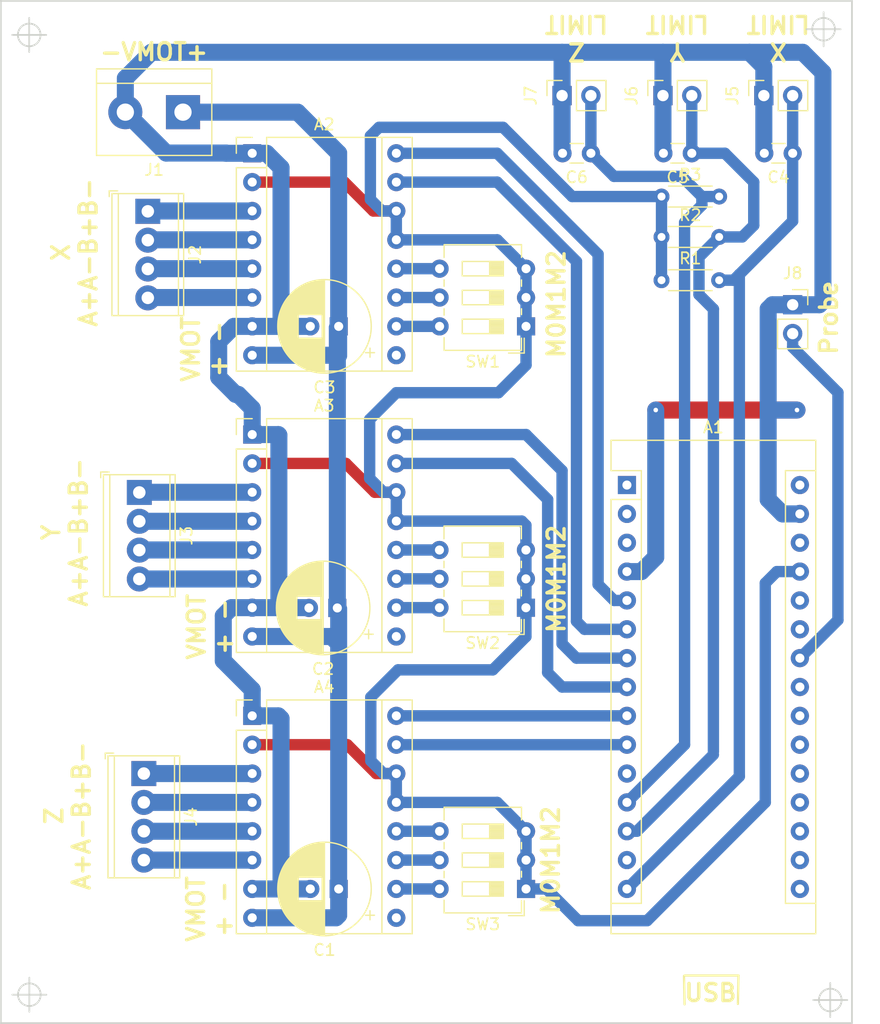
<source format=kicad_pcb>
(kicad_pcb (version 20171130) (host pcbnew 5.0.0-fee4fd1~66~ubuntu18.04.1)

  (general
    (thickness 1.6)
    (drawings 26)
    (tracks 222)
    (zones 0)
    (modules 24)
    (nets 55)
  )

  (page A4)
  (layers
    (0 F.Cu signal)
    (31 B.Cu signal)
    (32 B.Adhes user)
    (33 F.Adhes user)
    (34 B.Paste user)
    (35 F.Paste user)
    (36 B.SilkS user)
    (37 F.SilkS user)
    (38 B.Mask user)
    (39 F.Mask user)
    (40 Dwgs.User user)
    (41 Cmts.User user)
    (42 Eco1.User user)
    (43 Eco2.User user)
    (44 Edge.Cuts user)
    (45 Margin user)
    (46 B.CrtYd user)
    (47 F.CrtYd user)
    (48 B.Fab user)
    (49 F.Fab user)
  )

  (setup
    (last_trace_width 1)
    (trace_clearance 0.2)
    (zone_clearance 0.508)
    (zone_45_only no)
    (trace_min 0.2)
    (segment_width 0.2)
    (edge_width 0.15)
    (via_size 0.8)
    (via_drill 0.4)
    (via_min_size 0.4)
    (via_min_drill 0.3)
    (uvia_size 0.3)
    (uvia_drill 0.1)
    (uvias_allowed no)
    (uvia_min_size 0.2)
    (uvia_min_drill 0.1)
    (pcb_text_width 0.3)
    (pcb_text_size 1.5 1.5)
    (mod_edge_width 0.15)
    (mod_text_size 1 1)
    (mod_text_width 0.15)
    (pad_size 1.524 1.524)
    (pad_drill 0.762)
    (pad_to_mask_clearance 0.2)
    (aux_axis_origin 0 0)
    (visible_elements FFFFFF7F)
    (pcbplotparams
      (layerselection 0x010a0_ffffffff)
      (usegerberextensions false)
      (usegerberattributes false)
      (usegerberadvancedattributes false)
      (creategerberjobfile false)
      (excludeedgelayer true)
      (linewidth 0.100000)
      (plotframeref false)
      (viasonmask false)
      (mode 1)
      (useauxorigin false)
      (hpglpennumber 1)
      (hpglpenspeed 20)
      (hpglpendiameter 15.000000)
      (psnegative false)
      (psa4output false)
      (plotreference true)
      (plotvalue true)
      (plotinvisibletext false)
      (padsonsilk false)
      (subtractmaskfromsilk false)
      (outputformat 1)
      (mirror false)
      (drillshape 0)
      (scaleselection 1)
      (outputdirectory "output/"))
  )

  (net 0 "")
  (net 1 "Net-(A2-Pad3)")
  (net 2 "Net-(A2-Pad5)")
  (net 3 "Net-(A2-Pad4)")
  (net 4 "Net-(A2-Pad6)")
  (net 5 "Net-(A3-Pad6)")
  (net 6 "Net-(A3-Pad4)")
  (net 7 "Net-(A3-Pad5)")
  (net 8 "Net-(A3-Pad3)")
  (net 9 "Net-(A4-Pad3)")
  (net 10 "Net-(A4-Pad5)")
  (net 11 "Net-(A4-Pad4)")
  (net 12 "Net-(A4-Pad6)")
  (net 13 "Net-(A2-Pad8)")
  (net 14 "Net-(A1-Pad29)")
  (net 15 "Net-(A1-Pad27)")
  (net 16 "Net-(A2-Pad12)")
  (net 17 "Net-(A2-Pad11)")
  (net 18 "Net-(A2-Pad10)")
  (net 19 "Net-(A3-Pad10)")
  (net 20 "Net-(A3-Pad11)")
  (net 21 "Net-(A3-Pad12)")
  (net 22 "Net-(A4-Pad12)")
  (net 23 "Net-(A4-Pad11)")
  (net 24 "Net-(A4-Pad10)")
  (net 25 "Net-(A2-Pad9)")
  (net 26 "Net-(A1-Pad6)")
  (net 27 "Net-(A1-Pad5)")
  (net 28 "Net-(A1-Pad7)")
  (net 29 "Net-(A1-Pad8)")
  (net 30 "Net-(A3-Pad9)")
  (net 31 "Net-(A4-Pad9)")
  (net 32 "Net-(A1-Pad10)")
  (net 33 "Net-(A1-Pad9)")
  (net 34 "Net-(A1-Pad1)")
  (net 35 "Net-(A1-Pad17)")
  (net 36 "Net-(A1-Pad2)")
  (net 37 "Net-(A1-Pad18)")
  (net 38 "Net-(A1-Pad3)")
  (net 39 "Net-(A1-Pad19)")
  (net 40 "Net-(A1-Pad20)")
  (net 41 "Net-(A1-Pad21)")
  (net 42 "Net-(A1-Pad22)")
  (net 43 "Net-(A1-Pad23)")
  (net 44 "Net-(A1-Pad24)")
  (net 45 "Net-(A1-Pad25)")
  (net 46 "Net-(A1-Pad26)")
  (net 47 "Net-(A1-Pad11)")
  (net 48 "Net-(A1-Pad12)")
  (net 49 "Net-(A1-Pad28)")
  (net 50 "Net-(A1-Pad13)")
  (net 51 "Net-(A1-Pad14)")
  (net 52 "Net-(A1-Pad30)")
  (net 53 "Net-(A1-Pad15)")
  (net 54 "Net-(A1-Pad16)")

  (net_class Default "This is the default net class."
    (clearance 0.2)
    (trace_width 1)
    (via_dia 0.8)
    (via_drill 0.4)
    (uvia_dia 0.3)
    (uvia_drill 0.1)
    (add_net "Net-(A1-Pad1)")
    (add_net "Net-(A1-Pad10)")
    (add_net "Net-(A1-Pad11)")
    (add_net "Net-(A1-Pad12)")
    (add_net "Net-(A1-Pad13)")
    (add_net "Net-(A1-Pad14)")
    (add_net "Net-(A1-Pad15)")
    (add_net "Net-(A1-Pad16)")
    (add_net "Net-(A1-Pad17)")
    (add_net "Net-(A1-Pad18)")
    (add_net "Net-(A1-Pad19)")
    (add_net "Net-(A1-Pad2)")
    (add_net "Net-(A1-Pad20)")
    (add_net "Net-(A1-Pad21)")
    (add_net "Net-(A1-Pad22)")
    (add_net "Net-(A1-Pad23)")
    (add_net "Net-(A1-Pad24)")
    (add_net "Net-(A1-Pad25)")
    (add_net "Net-(A1-Pad26)")
    (add_net "Net-(A1-Pad27)")
    (add_net "Net-(A1-Pad28)")
    (add_net "Net-(A1-Pad3)")
    (add_net "Net-(A1-Pad30)")
    (add_net "Net-(A1-Pad5)")
    (add_net "Net-(A1-Pad6)")
    (add_net "Net-(A1-Pad7)")
    (add_net "Net-(A1-Pad8)")
    (add_net "Net-(A1-Pad9)")
    (add_net "Net-(A2-Pad10)")
    (add_net "Net-(A2-Pad11)")
    (add_net "Net-(A2-Pad12)")
    (add_net "Net-(A2-Pad9)")
    (add_net "Net-(A3-Pad10)")
    (add_net "Net-(A3-Pad11)")
    (add_net "Net-(A3-Pad12)")
    (add_net "Net-(A3-Pad9)")
    (add_net "Net-(A4-Pad10)")
    (add_net "Net-(A4-Pad11)")
    (add_net "Net-(A4-Pad12)")
    (add_net "Net-(A4-Pad9)")
  )

  (net_class StepperPower ""
    (clearance 0.2)
    (trace_width 1.5)
    (via_dia 0.8)
    (via_drill 0.4)
    (uvia_dia 0.3)
    (uvia_drill 0.1)
    (add_net "Net-(A1-Pad29)")
    (add_net "Net-(A2-Pad3)")
    (add_net "Net-(A2-Pad4)")
    (add_net "Net-(A2-Pad5)")
    (add_net "Net-(A2-Pad6)")
    (add_net "Net-(A2-Pad8)")
    (add_net "Net-(A3-Pad3)")
    (add_net "Net-(A3-Pad4)")
    (add_net "Net-(A3-Pad5)")
    (add_net "Net-(A3-Pad6)")
    (add_net "Net-(A4-Pad3)")
    (add_net "Net-(A4-Pad4)")
    (add_net "Net-(A4-Pad5)")
    (add_net "Net-(A4-Pad6)")
  )

  (module Button_Switch_THT:SW_DIP_SPSTx03_Slide_6.7x9.18mm_W7.62mm_P2.54mm_LowProfile (layer F.Cu) (tedit 5A4E1404) (tstamp 5B601B66)
    (at 156.21 81.28 180)
    (descr "3x-dip-switch SPST , Slide, row spacing 7.62 mm (300 mils), body size 6.7x9.18mm (see e.g. https://www.ctscorp.com/wp-content/uploads/209-210.pdf), LowProfile")
    (tags "DIP Switch SPST Slide 7.62mm 300mil LowProfile")
    (path /5AC2870A)
    (fp_text reference SW1 (at 3.81 -3.11 180) (layer F.SilkS)
      (effects (font (size 1 1) (thickness 0.15)))
    )
    (fp_text value SW_DIP_x03 (at 3.81 8.19 180) (layer F.Fab)
      (effects (font (size 1 1) (thickness 0.15)))
    )
    (fp_line (start 1.46 -2.05) (end 7.16 -2.05) (layer F.Fab) (width 0.1))
    (fp_line (start 7.16 -2.05) (end 7.16 7.13) (layer F.Fab) (width 0.1))
    (fp_line (start 7.16 7.13) (end 0.46 7.13) (layer F.Fab) (width 0.1))
    (fp_line (start 0.46 7.13) (end 0.46 -1.05) (layer F.Fab) (width 0.1))
    (fp_line (start 0.46 -1.05) (end 1.46 -2.05) (layer F.Fab) (width 0.1))
    (fp_line (start 2 -0.635) (end 2 0.635) (layer F.Fab) (width 0.1))
    (fp_line (start 2 0.635) (end 5.62 0.635) (layer F.Fab) (width 0.1))
    (fp_line (start 5.62 0.635) (end 5.62 -0.635) (layer F.Fab) (width 0.1))
    (fp_line (start 5.62 -0.635) (end 2 -0.635) (layer F.Fab) (width 0.1))
    (fp_line (start 2 -0.535) (end 3.206667 -0.535) (layer F.Fab) (width 0.1))
    (fp_line (start 2 -0.435) (end 3.206667 -0.435) (layer F.Fab) (width 0.1))
    (fp_line (start 2 -0.335) (end 3.206667 -0.335) (layer F.Fab) (width 0.1))
    (fp_line (start 2 -0.235) (end 3.206667 -0.235) (layer F.Fab) (width 0.1))
    (fp_line (start 2 -0.135) (end 3.206667 -0.135) (layer F.Fab) (width 0.1))
    (fp_line (start 2 -0.035) (end 3.206667 -0.035) (layer F.Fab) (width 0.1))
    (fp_line (start 2 0.065) (end 3.206667 0.065) (layer F.Fab) (width 0.1))
    (fp_line (start 2 0.165) (end 3.206667 0.165) (layer F.Fab) (width 0.1))
    (fp_line (start 2 0.265) (end 3.206667 0.265) (layer F.Fab) (width 0.1))
    (fp_line (start 2 0.365) (end 3.206667 0.365) (layer F.Fab) (width 0.1))
    (fp_line (start 2 0.465) (end 3.206667 0.465) (layer F.Fab) (width 0.1))
    (fp_line (start 2 0.565) (end 3.206667 0.565) (layer F.Fab) (width 0.1))
    (fp_line (start 3.206667 -0.635) (end 3.206667 0.635) (layer F.Fab) (width 0.1))
    (fp_line (start 2 1.905) (end 2 3.175) (layer F.Fab) (width 0.1))
    (fp_line (start 2 3.175) (end 5.62 3.175) (layer F.Fab) (width 0.1))
    (fp_line (start 5.62 3.175) (end 5.62 1.905) (layer F.Fab) (width 0.1))
    (fp_line (start 5.62 1.905) (end 2 1.905) (layer F.Fab) (width 0.1))
    (fp_line (start 2 2.005) (end 3.206667 2.005) (layer F.Fab) (width 0.1))
    (fp_line (start 2 2.105) (end 3.206667 2.105) (layer F.Fab) (width 0.1))
    (fp_line (start 2 2.205) (end 3.206667 2.205) (layer F.Fab) (width 0.1))
    (fp_line (start 2 2.305) (end 3.206667 2.305) (layer F.Fab) (width 0.1))
    (fp_line (start 2 2.405) (end 3.206667 2.405) (layer F.Fab) (width 0.1))
    (fp_line (start 2 2.505) (end 3.206667 2.505) (layer F.Fab) (width 0.1))
    (fp_line (start 2 2.605) (end 3.206667 2.605) (layer F.Fab) (width 0.1))
    (fp_line (start 2 2.705) (end 3.206667 2.705) (layer F.Fab) (width 0.1))
    (fp_line (start 2 2.805) (end 3.206667 2.805) (layer F.Fab) (width 0.1))
    (fp_line (start 2 2.905) (end 3.206667 2.905) (layer F.Fab) (width 0.1))
    (fp_line (start 2 3.005) (end 3.206667 3.005) (layer F.Fab) (width 0.1))
    (fp_line (start 2 3.105) (end 3.206667 3.105) (layer F.Fab) (width 0.1))
    (fp_line (start 3.206667 1.905) (end 3.206667 3.175) (layer F.Fab) (width 0.1))
    (fp_line (start 2 4.445) (end 2 5.715) (layer F.Fab) (width 0.1))
    (fp_line (start 2 5.715) (end 5.62 5.715) (layer F.Fab) (width 0.1))
    (fp_line (start 5.62 5.715) (end 5.62 4.445) (layer F.Fab) (width 0.1))
    (fp_line (start 5.62 4.445) (end 2 4.445) (layer F.Fab) (width 0.1))
    (fp_line (start 2 4.545) (end 3.206667 4.545) (layer F.Fab) (width 0.1))
    (fp_line (start 2 4.645) (end 3.206667 4.645) (layer F.Fab) (width 0.1))
    (fp_line (start 2 4.745) (end 3.206667 4.745) (layer F.Fab) (width 0.1))
    (fp_line (start 2 4.845) (end 3.206667 4.845) (layer F.Fab) (width 0.1))
    (fp_line (start 2 4.945) (end 3.206667 4.945) (layer F.Fab) (width 0.1))
    (fp_line (start 2 5.045) (end 3.206667 5.045) (layer F.Fab) (width 0.1))
    (fp_line (start 2 5.145) (end 3.206667 5.145) (layer F.Fab) (width 0.1))
    (fp_line (start 2 5.245) (end 3.206667 5.245) (layer F.Fab) (width 0.1))
    (fp_line (start 2 5.345) (end 3.206667 5.345) (layer F.Fab) (width 0.1))
    (fp_line (start 2 5.445) (end 3.206667 5.445) (layer F.Fab) (width 0.1))
    (fp_line (start 2 5.545) (end 3.206667 5.545) (layer F.Fab) (width 0.1))
    (fp_line (start 2 5.645) (end 3.206667 5.645) (layer F.Fab) (width 0.1))
    (fp_line (start 3.206667 4.445) (end 3.206667 5.715) (layer F.Fab) (width 0.1))
    (fp_line (start 0.4 -2.11) (end 7.221 -2.11) (layer F.SilkS) (width 0.12))
    (fp_line (start 0.4 7.19) (end 7.221 7.19) (layer F.SilkS) (width 0.12))
    (fp_line (start 0.4 -2.11) (end 0.4 -1.04) (layer F.SilkS) (width 0.12))
    (fp_line (start 0.4 1.04) (end 0.4 1.551) (layer F.SilkS) (width 0.12))
    (fp_line (start 0.4 3.53) (end 0.4 4.091) (layer F.SilkS) (width 0.12))
    (fp_line (start 0.4 6.07) (end 0.4 7.19) (layer F.SilkS) (width 0.12))
    (fp_line (start 7.221 6.07) (end 7.221 7.19) (layer F.SilkS) (width 0.12))
    (fp_line (start 7.221 3.53) (end 7.221 4.091) (layer F.SilkS) (width 0.12))
    (fp_line (start 7.221 -2.11) (end 7.221 -0.99) (layer F.SilkS) (width 0.12))
    (fp_line (start 7.221 0.99) (end 7.221 1.551) (layer F.SilkS) (width 0.12))
    (fp_line (start 0.16 -2.35) (end 1.543 -2.35) (layer F.SilkS) (width 0.12))
    (fp_line (start 0.16 -2.35) (end 0.16 -1.04) (layer F.SilkS) (width 0.12))
    (fp_line (start 2 -0.635) (end 2 0.635) (layer F.SilkS) (width 0.12))
    (fp_line (start 2 0.635) (end 5.62 0.635) (layer F.SilkS) (width 0.12))
    (fp_line (start 5.62 0.635) (end 5.62 -0.635) (layer F.SilkS) (width 0.12))
    (fp_line (start 5.62 -0.635) (end 2 -0.635) (layer F.SilkS) (width 0.12))
    (fp_line (start 2 -0.515) (end 3.206667 -0.515) (layer F.SilkS) (width 0.12))
    (fp_line (start 2 -0.395) (end 3.206667 -0.395) (layer F.SilkS) (width 0.12))
    (fp_line (start 2 -0.275) (end 3.206667 -0.275) (layer F.SilkS) (width 0.12))
    (fp_line (start 2 -0.155) (end 3.206667 -0.155) (layer F.SilkS) (width 0.12))
    (fp_line (start 2 -0.035) (end 3.206667 -0.035) (layer F.SilkS) (width 0.12))
    (fp_line (start 2 0.085) (end 3.206667 0.085) (layer F.SilkS) (width 0.12))
    (fp_line (start 2 0.205) (end 3.206667 0.205) (layer F.SilkS) (width 0.12))
    (fp_line (start 2 0.325) (end 3.206667 0.325) (layer F.SilkS) (width 0.12))
    (fp_line (start 2 0.445) (end 3.206667 0.445) (layer F.SilkS) (width 0.12))
    (fp_line (start 2 0.565) (end 3.206667 0.565) (layer F.SilkS) (width 0.12))
    (fp_line (start 3.206667 -0.635) (end 3.206667 0.635) (layer F.SilkS) (width 0.12))
    (fp_line (start 2 1.905) (end 2 3.175) (layer F.SilkS) (width 0.12))
    (fp_line (start 2 3.175) (end 5.62 3.175) (layer F.SilkS) (width 0.12))
    (fp_line (start 5.62 3.175) (end 5.62 1.905) (layer F.SilkS) (width 0.12))
    (fp_line (start 5.62 1.905) (end 2 1.905) (layer F.SilkS) (width 0.12))
    (fp_line (start 2 2.025) (end 3.206667 2.025) (layer F.SilkS) (width 0.12))
    (fp_line (start 2 2.145) (end 3.206667 2.145) (layer F.SilkS) (width 0.12))
    (fp_line (start 2 2.265) (end 3.206667 2.265) (layer F.SilkS) (width 0.12))
    (fp_line (start 2 2.385) (end 3.206667 2.385) (layer F.SilkS) (width 0.12))
    (fp_line (start 2 2.505) (end 3.206667 2.505) (layer F.SilkS) (width 0.12))
    (fp_line (start 2 2.625) (end 3.206667 2.625) (layer F.SilkS) (width 0.12))
    (fp_line (start 2 2.745) (end 3.206667 2.745) (layer F.SilkS) (width 0.12))
    (fp_line (start 2 2.865) (end 3.206667 2.865) (layer F.SilkS) (width 0.12))
    (fp_line (start 2 2.985) (end 3.206667 2.985) (layer F.SilkS) (width 0.12))
    (fp_line (start 2 3.105) (end 3.206667 3.105) (layer F.SilkS) (width 0.12))
    (fp_line (start 3.206667 1.905) (end 3.206667 3.175) (layer F.SilkS) (width 0.12))
    (fp_line (start 2 4.445) (end 2 5.715) (layer F.SilkS) (width 0.12))
    (fp_line (start 2 5.715) (end 5.62 5.715) (layer F.SilkS) (width 0.12))
    (fp_line (start 5.62 5.715) (end 5.62 4.445) (layer F.SilkS) (width 0.12))
    (fp_line (start 5.62 4.445) (end 2 4.445) (layer F.SilkS) (width 0.12))
    (fp_line (start 2 4.565) (end 3.206667 4.565) (layer F.SilkS) (width 0.12))
    (fp_line (start 2 4.685) (end 3.206667 4.685) (layer F.SilkS) (width 0.12))
    (fp_line (start 2 4.805) (end 3.206667 4.805) (layer F.SilkS) (width 0.12))
    (fp_line (start 2 4.925) (end 3.206667 4.925) (layer F.SilkS) (width 0.12))
    (fp_line (start 2 5.045) (end 3.206667 5.045) (layer F.SilkS) (width 0.12))
    (fp_line (start 2 5.165) (end 3.206667 5.165) (layer F.SilkS) (width 0.12))
    (fp_line (start 2 5.285) (end 3.206667 5.285) (layer F.SilkS) (width 0.12))
    (fp_line (start 2 5.405) (end 3.206667 5.405) (layer F.SilkS) (width 0.12))
    (fp_line (start 2 5.525) (end 3.206667 5.525) (layer F.SilkS) (width 0.12))
    (fp_line (start 2 5.645) (end 3.206667 5.645) (layer F.SilkS) (width 0.12))
    (fp_line (start 3.206667 4.445) (end 3.206667 5.715) (layer F.SilkS) (width 0.12))
    (fp_line (start -1.1 -2.4) (end -1.1 7.45) (layer F.CrtYd) (width 0.05))
    (fp_line (start -1.1 7.45) (end 8.7 7.45) (layer F.CrtYd) (width 0.05))
    (fp_line (start 8.7 7.45) (end 8.7 -2.4) (layer F.CrtYd) (width 0.05))
    (fp_line (start 8.7 -2.4) (end -1.1 -2.4) (layer F.CrtYd) (width 0.05))
    (fp_text user %R (at 6.39 2.54 270) (layer F.Fab)
      (effects (font (size 0.8 0.8) (thickness 0.12)))
    )
    (fp_text user on (at 4.485 -1.3425 180) (layer F.Fab)
      (effects (font (size 0.8 0.8) (thickness 0.12)))
    )
    (pad 1 thru_hole rect (at 0 0 180) (size 1.6 1.6) (drill 0.8) (layers *.Cu *.Mask)
      (net 15 "Net-(A1-Pad27)"))
    (pad 4 thru_hole oval (at 7.62 5.08 180) (size 1.6 1.6) (drill 0.8) (layers *.Cu *.Mask)
      (net 16 "Net-(A2-Pad12)"))
    (pad 2 thru_hole oval (at 0 2.54 180) (size 1.6 1.6) (drill 0.8) (layers *.Cu *.Mask)
      (net 15 "Net-(A1-Pad27)"))
    (pad 5 thru_hole oval (at 7.62 2.54 180) (size 1.6 1.6) (drill 0.8) (layers *.Cu *.Mask)
      (net 17 "Net-(A2-Pad11)"))
    (pad 3 thru_hole oval (at 0 5.08 180) (size 1.6 1.6) (drill 0.8) (layers *.Cu *.Mask)
      (net 15 "Net-(A1-Pad27)"))
    (pad 6 thru_hole oval (at 7.62 0 180) (size 1.6 1.6) (drill 0.8) (layers *.Cu *.Mask)
      (net 18 "Net-(A2-Pad10)"))
    (model ${KISYS3DMOD}/Button_Switch_THT.3dshapes/SW_DIP_SPSTx03_Slide_6.7x9.18mm_W7.62mm_P2.54mm_LowProfile.wrl
      (at (xyz 0 0 0))
      (scale (xyz 1 1 1))
      (rotate (xyz 0 0 90))
    )
  )

  (module Button_Switch_THT:SW_DIP_SPSTx03_Slide_6.7x9.18mm_W7.62mm_P2.54mm_LowProfile (layer F.Cu) (tedit 5A4E1404) (tstamp 5B135FC8)
    (at 156.21 130.81 180)
    (descr "3x-dip-switch SPST , Slide, row spacing 7.62 mm (300 mils), body size 6.7x9.18mm (see e.g. https://www.ctscorp.com/wp-content/uploads/209-210.pdf), LowProfile")
    (tags "DIP Switch SPST Slide 7.62mm 300mil LowProfile")
    (path /5AC287FE)
    (fp_text reference SW3 (at 3.81 -3.11 180) (layer F.SilkS)
      (effects (font (size 1 1) (thickness 0.15)))
    )
    (fp_text value SW_DIP_x03 (at 3.81 8.19 180) (layer F.Fab)
      (effects (font (size 1 1) (thickness 0.15)))
    )
    (fp_line (start 1.46 -2.05) (end 7.16 -2.05) (layer F.Fab) (width 0.1))
    (fp_line (start 7.16 -2.05) (end 7.16 7.13) (layer F.Fab) (width 0.1))
    (fp_line (start 7.16 7.13) (end 0.46 7.13) (layer F.Fab) (width 0.1))
    (fp_line (start 0.46 7.13) (end 0.46 -1.05) (layer F.Fab) (width 0.1))
    (fp_line (start 0.46 -1.05) (end 1.46 -2.05) (layer F.Fab) (width 0.1))
    (fp_line (start 2 -0.635) (end 2 0.635) (layer F.Fab) (width 0.1))
    (fp_line (start 2 0.635) (end 5.62 0.635) (layer F.Fab) (width 0.1))
    (fp_line (start 5.62 0.635) (end 5.62 -0.635) (layer F.Fab) (width 0.1))
    (fp_line (start 5.62 -0.635) (end 2 -0.635) (layer F.Fab) (width 0.1))
    (fp_line (start 2 -0.535) (end 3.206667 -0.535) (layer F.Fab) (width 0.1))
    (fp_line (start 2 -0.435) (end 3.206667 -0.435) (layer F.Fab) (width 0.1))
    (fp_line (start 2 -0.335) (end 3.206667 -0.335) (layer F.Fab) (width 0.1))
    (fp_line (start 2 -0.235) (end 3.206667 -0.235) (layer F.Fab) (width 0.1))
    (fp_line (start 2 -0.135) (end 3.206667 -0.135) (layer F.Fab) (width 0.1))
    (fp_line (start 2 -0.035) (end 3.206667 -0.035) (layer F.Fab) (width 0.1))
    (fp_line (start 2 0.065) (end 3.206667 0.065) (layer F.Fab) (width 0.1))
    (fp_line (start 2 0.165) (end 3.206667 0.165) (layer F.Fab) (width 0.1))
    (fp_line (start 2 0.265) (end 3.206667 0.265) (layer F.Fab) (width 0.1))
    (fp_line (start 2 0.365) (end 3.206667 0.365) (layer F.Fab) (width 0.1))
    (fp_line (start 2 0.465) (end 3.206667 0.465) (layer F.Fab) (width 0.1))
    (fp_line (start 2 0.565) (end 3.206667 0.565) (layer F.Fab) (width 0.1))
    (fp_line (start 3.206667 -0.635) (end 3.206667 0.635) (layer F.Fab) (width 0.1))
    (fp_line (start 2 1.905) (end 2 3.175) (layer F.Fab) (width 0.1))
    (fp_line (start 2 3.175) (end 5.62 3.175) (layer F.Fab) (width 0.1))
    (fp_line (start 5.62 3.175) (end 5.62 1.905) (layer F.Fab) (width 0.1))
    (fp_line (start 5.62 1.905) (end 2 1.905) (layer F.Fab) (width 0.1))
    (fp_line (start 2 2.005) (end 3.206667 2.005) (layer F.Fab) (width 0.1))
    (fp_line (start 2 2.105) (end 3.206667 2.105) (layer F.Fab) (width 0.1))
    (fp_line (start 2 2.205) (end 3.206667 2.205) (layer F.Fab) (width 0.1))
    (fp_line (start 2 2.305) (end 3.206667 2.305) (layer F.Fab) (width 0.1))
    (fp_line (start 2 2.405) (end 3.206667 2.405) (layer F.Fab) (width 0.1))
    (fp_line (start 2 2.505) (end 3.206667 2.505) (layer F.Fab) (width 0.1))
    (fp_line (start 2 2.605) (end 3.206667 2.605) (layer F.Fab) (width 0.1))
    (fp_line (start 2 2.705) (end 3.206667 2.705) (layer F.Fab) (width 0.1))
    (fp_line (start 2 2.805) (end 3.206667 2.805) (layer F.Fab) (width 0.1))
    (fp_line (start 2 2.905) (end 3.206667 2.905) (layer F.Fab) (width 0.1))
    (fp_line (start 2 3.005) (end 3.206667 3.005) (layer F.Fab) (width 0.1))
    (fp_line (start 2 3.105) (end 3.206667 3.105) (layer F.Fab) (width 0.1))
    (fp_line (start 3.206667 1.905) (end 3.206667 3.175) (layer F.Fab) (width 0.1))
    (fp_line (start 2 4.445) (end 2 5.715) (layer F.Fab) (width 0.1))
    (fp_line (start 2 5.715) (end 5.62 5.715) (layer F.Fab) (width 0.1))
    (fp_line (start 5.62 5.715) (end 5.62 4.445) (layer F.Fab) (width 0.1))
    (fp_line (start 5.62 4.445) (end 2 4.445) (layer F.Fab) (width 0.1))
    (fp_line (start 2 4.545) (end 3.206667 4.545) (layer F.Fab) (width 0.1))
    (fp_line (start 2 4.645) (end 3.206667 4.645) (layer F.Fab) (width 0.1))
    (fp_line (start 2 4.745) (end 3.206667 4.745) (layer F.Fab) (width 0.1))
    (fp_line (start 2 4.845) (end 3.206667 4.845) (layer F.Fab) (width 0.1))
    (fp_line (start 2 4.945) (end 3.206667 4.945) (layer F.Fab) (width 0.1))
    (fp_line (start 2 5.045) (end 3.206667 5.045) (layer F.Fab) (width 0.1))
    (fp_line (start 2 5.145) (end 3.206667 5.145) (layer F.Fab) (width 0.1))
    (fp_line (start 2 5.245) (end 3.206667 5.245) (layer F.Fab) (width 0.1))
    (fp_line (start 2 5.345) (end 3.206667 5.345) (layer F.Fab) (width 0.1))
    (fp_line (start 2 5.445) (end 3.206667 5.445) (layer F.Fab) (width 0.1))
    (fp_line (start 2 5.545) (end 3.206667 5.545) (layer F.Fab) (width 0.1))
    (fp_line (start 2 5.645) (end 3.206667 5.645) (layer F.Fab) (width 0.1))
    (fp_line (start 3.206667 4.445) (end 3.206667 5.715) (layer F.Fab) (width 0.1))
    (fp_line (start 0.4 -2.11) (end 7.221 -2.11) (layer F.SilkS) (width 0.12))
    (fp_line (start 0.4 7.19) (end 7.221 7.19) (layer F.SilkS) (width 0.12))
    (fp_line (start 0.4 -2.11) (end 0.4 -1.04) (layer F.SilkS) (width 0.12))
    (fp_line (start 0.4 1.04) (end 0.4 1.551) (layer F.SilkS) (width 0.12))
    (fp_line (start 0.4 3.53) (end 0.4 4.091) (layer F.SilkS) (width 0.12))
    (fp_line (start 0.4 6.07) (end 0.4 7.19) (layer F.SilkS) (width 0.12))
    (fp_line (start 7.221 6.07) (end 7.221 7.19) (layer F.SilkS) (width 0.12))
    (fp_line (start 7.221 3.53) (end 7.221 4.091) (layer F.SilkS) (width 0.12))
    (fp_line (start 7.221 -2.11) (end 7.221 -0.99) (layer F.SilkS) (width 0.12))
    (fp_line (start 7.221 0.99) (end 7.221 1.551) (layer F.SilkS) (width 0.12))
    (fp_line (start 0.16 -2.35) (end 1.543 -2.35) (layer F.SilkS) (width 0.12))
    (fp_line (start 0.16 -2.35) (end 0.16 -1.04) (layer F.SilkS) (width 0.12))
    (fp_line (start 2 -0.635) (end 2 0.635) (layer F.SilkS) (width 0.12))
    (fp_line (start 2 0.635) (end 5.62 0.635) (layer F.SilkS) (width 0.12))
    (fp_line (start 5.62 0.635) (end 5.62 -0.635) (layer F.SilkS) (width 0.12))
    (fp_line (start 5.62 -0.635) (end 2 -0.635) (layer F.SilkS) (width 0.12))
    (fp_line (start 2 -0.515) (end 3.206667 -0.515) (layer F.SilkS) (width 0.12))
    (fp_line (start 2 -0.395) (end 3.206667 -0.395) (layer F.SilkS) (width 0.12))
    (fp_line (start 2 -0.275) (end 3.206667 -0.275) (layer F.SilkS) (width 0.12))
    (fp_line (start 2 -0.155) (end 3.206667 -0.155) (layer F.SilkS) (width 0.12))
    (fp_line (start 2 -0.035) (end 3.206667 -0.035) (layer F.SilkS) (width 0.12))
    (fp_line (start 2 0.085) (end 3.206667 0.085) (layer F.SilkS) (width 0.12))
    (fp_line (start 2 0.205) (end 3.206667 0.205) (layer F.SilkS) (width 0.12))
    (fp_line (start 2 0.325) (end 3.206667 0.325) (layer F.SilkS) (width 0.12))
    (fp_line (start 2 0.445) (end 3.206667 0.445) (layer F.SilkS) (width 0.12))
    (fp_line (start 2 0.565) (end 3.206667 0.565) (layer F.SilkS) (width 0.12))
    (fp_line (start 3.206667 -0.635) (end 3.206667 0.635) (layer F.SilkS) (width 0.12))
    (fp_line (start 2 1.905) (end 2 3.175) (layer F.SilkS) (width 0.12))
    (fp_line (start 2 3.175) (end 5.62 3.175) (layer F.SilkS) (width 0.12))
    (fp_line (start 5.62 3.175) (end 5.62 1.905) (layer F.SilkS) (width 0.12))
    (fp_line (start 5.62 1.905) (end 2 1.905) (layer F.SilkS) (width 0.12))
    (fp_line (start 2 2.025) (end 3.206667 2.025) (layer F.SilkS) (width 0.12))
    (fp_line (start 2 2.145) (end 3.206667 2.145) (layer F.SilkS) (width 0.12))
    (fp_line (start 2 2.265) (end 3.206667 2.265) (layer F.SilkS) (width 0.12))
    (fp_line (start 2 2.385) (end 3.206667 2.385) (layer F.SilkS) (width 0.12))
    (fp_line (start 2 2.505) (end 3.206667 2.505) (layer F.SilkS) (width 0.12))
    (fp_line (start 2 2.625) (end 3.206667 2.625) (layer F.SilkS) (width 0.12))
    (fp_line (start 2 2.745) (end 3.206667 2.745) (layer F.SilkS) (width 0.12))
    (fp_line (start 2 2.865) (end 3.206667 2.865) (layer F.SilkS) (width 0.12))
    (fp_line (start 2 2.985) (end 3.206667 2.985) (layer F.SilkS) (width 0.12))
    (fp_line (start 2 3.105) (end 3.206667 3.105) (layer F.SilkS) (width 0.12))
    (fp_line (start 3.206667 1.905) (end 3.206667 3.175) (layer F.SilkS) (width 0.12))
    (fp_line (start 2 4.445) (end 2 5.715) (layer F.SilkS) (width 0.12))
    (fp_line (start 2 5.715) (end 5.62 5.715) (layer F.SilkS) (width 0.12))
    (fp_line (start 5.62 5.715) (end 5.62 4.445) (layer F.SilkS) (width 0.12))
    (fp_line (start 5.62 4.445) (end 2 4.445) (layer F.SilkS) (width 0.12))
    (fp_line (start 2 4.565) (end 3.206667 4.565) (layer F.SilkS) (width 0.12))
    (fp_line (start 2 4.685) (end 3.206667 4.685) (layer F.SilkS) (width 0.12))
    (fp_line (start 2 4.805) (end 3.206667 4.805) (layer F.SilkS) (width 0.12))
    (fp_line (start 2 4.925) (end 3.206667 4.925) (layer F.SilkS) (width 0.12))
    (fp_line (start 2 5.045) (end 3.206667 5.045) (layer F.SilkS) (width 0.12))
    (fp_line (start 2 5.165) (end 3.206667 5.165) (layer F.SilkS) (width 0.12))
    (fp_line (start 2 5.285) (end 3.206667 5.285) (layer F.SilkS) (width 0.12))
    (fp_line (start 2 5.405) (end 3.206667 5.405) (layer F.SilkS) (width 0.12))
    (fp_line (start 2 5.525) (end 3.206667 5.525) (layer F.SilkS) (width 0.12))
    (fp_line (start 2 5.645) (end 3.206667 5.645) (layer F.SilkS) (width 0.12))
    (fp_line (start 3.206667 4.445) (end 3.206667 5.715) (layer F.SilkS) (width 0.12))
    (fp_line (start -1.1 -2.4) (end -1.1 7.45) (layer F.CrtYd) (width 0.05))
    (fp_line (start -1.1 7.45) (end 8.7 7.45) (layer F.CrtYd) (width 0.05))
    (fp_line (start 8.7 7.45) (end 8.7 -2.4) (layer F.CrtYd) (width 0.05))
    (fp_line (start 8.7 -2.4) (end -1.1 -2.4) (layer F.CrtYd) (width 0.05))
    (fp_text user %R (at 6.39 2.54 270) (layer F.Fab)
      (effects (font (size 0.8 0.8) (thickness 0.12)))
    )
    (fp_text user on (at 4.485 -1.3425 180) (layer F.Fab)
      (effects (font (size 0.8 0.8) (thickness 0.12)))
    )
    (pad 1 thru_hole rect (at 0 0 180) (size 1.6 1.6) (drill 0.8) (layers *.Cu *.Mask)
      (net 15 "Net-(A1-Pad27)"))
    (pad 4 thru_hole oval (at 7.62 5.08 180) (size 1.6 1.6) (drill 0.8) (layers *.Cu *.Mask)
      (net 22 "Net-(A4-Pad12)"))
    (pad 2 thru_hole oval (at 0 2.54 180) (size 1.6 1.6) (drill 0.8) (layers *.Cu *.Mask)
      (net 15 "Net-(A1-Pad27)"))
    (pad 5 thru_hole oval (at 7.62 2.54 180) (size 1.6 1.6) (drill 0.8) (layers *.Cu *.Mask)
      (net 23 "Net-(A4-Pad11)"))
    (pad 3 thru_hole oval (at 0 5.08 180) (size 1.6 1.6) (drill 0.8) (layers *.Cu *.Mask)
      (net 15 "Net-(A1-Pad27)"))
    (pad 6 thru_hole oval (at 7.62 0 180) (size 1.6 1.6) (drill 0.8) (layers *.Cu *.Mask)
      (net 24 "Net-(A4-Pad10)"))
    (model ${KISYS3DMOD}/Button_Switch_THT.3dshapes/SW_DIP_SPSTx03_Slide_6.7x9.18mm_W7.62mm_P2.54mm_LowProfile.wrl
      (at (xyz 0 0 0))
      (scale (xyz 1 1 1))
      (rotate (xyz 0 0 90))
    )
  )

  (module Button_Switch_THT:SW_DIP_SPSTx03_Slide_6.7x9.18mm_W7.62mm_P2.54mm_LowProfile (layer F.Cu) (tedit 5A4E1404) (tstamp 5B135F48)
    (at 156.2 106.05 180)
    (descr "3x-dip-switch SPST , Slide, row spacing 7.62 mm (300 mils), body size 6.7x9.18mm (see e.g. https://www.ctscorp.com/wp-content/uploads/209-210.pdf), LowProfile")
    (tags "DIP Switch SPST Slide 7.62mm 300mil LowProfile")
    (path /5AC28788)
    (fp_text reference SW2 (at 3.81 -3.11 180) (layer F.SilkS)
      (effects (font (size 1 1) (thickness 0.15)))
    )
    (fp_text value SW_DIP_x03 (at 3.81 8.19 180) (layer F.Fab)
      (effects (font (size 1 1) (thickness 0.15)))
    )
    (fp_text user on (at 4.485 -1.3425 180) (layer F.Fab)
      (effects (font (size 0.8 0.8) (thickness 0.12)))
    )
    (fp_text user %R (at 6.39 2.54 270) (layer F.Fab)
      (effects (font (size 0.8 0.8) (thickness 0.12)))
    )
    (fp_line (start 8.7 -2.4) (end -1.1 -2.4) (layer F.CrtYd) (width 0.05))
    (fp_line (start 8.7 7.45) (end 8.7 -2.4) (layer F.CrtYd) (width 0.05))
    (fp_line (start -1.1 7.45) (end 8.7 7.45) (layer F.CrtYd) (width 0.05))
    (fp_line (start -1.1 -2.4) (end -1.1 7.45) (layer F.CrtYd) (width 0.05))
    (fp_line (start 3.206667 4.445) (end 3.206667 5.715) (layer F.SilkS) (width 0.12))
    (fp_line (start 2 5.645) (end 3.206667 5.645) (layer F.SilkS) (width 0.12))
    (fp_line (start 2 5.525) (end 3.206667 5.525) (layer F.SilkS) (width 0.12))
    (fp_line (start 2 5.405) (end 3.206667 5.405) (layer F.SilkS) (width 0.12))
    (fp_line (start 2 5.285) (end 3.206667 5.285) (layer F.SilkS) (width 0.12))
    (fp_line (start 2 5.165) (end 3.206667 5.165) (layer F.SilkS) (width 0.12))
    (fp_line (start 2 5.045) (end 3.206667 5.045) (layer F.SilkS) (width 0.12))
    (fp_line (start 2 4.925) (end 3.206667 4.925) (layer F.SilkS) (width 0.12))
    (fp_line (start 2 4.805) (end 3.206667 4.805) (layer F.SilkS) (width 0.12))
    (fp_line (start 2 4.685) (end 3.206667 4.685) (layer F.SilkS) (width 0.12))
    (fp_line (start 2 4.565) (end 3.206667 4.565) (layer F.SilkS) (width 0.12))
    (fp_line (start 5.62 4.445) (end 2 4.445) (layer F.SilkS) (width 0.12))
    (fp_line (start 5.62 5.715) (end 5.62 4.445) (layer F.SilkS) (width 0.12))
    (fp_line (start 2 5.715) (end 5.62 5.715) (layer F.SilkS) (width 0.12))
    (fp_line (start 2 4.445) (end 2 5.715) (layer F.SilkS) (width 0.12))
    (fp_line (start 3.206667 1.905) (end 3.206667 3.175) (layer F.SilkS) (width 0.12))
    (fp_line (start 2 3.105) (end 3.206667 3.105) (layer F.SilkS) (width 0.12))
    (fp_line (start 2 2.985) (end 3.206667 2.985) (layer F.SilkS) (width 0.12))
    (fp_line (start 2 2.865) (end 3.206667 2.865) (layer F.SilkS) (width 0.12))
    (fp_line (start 2 2.745) (end 3.206667 2.745) (layer F.SilkS) (width 0.12))
    (fp_line (start 2 2.625) (end 3.206667 2.625) (layer F.SilkS) (width 0.12))
    (fp_line (start 2 2.505) (end 3.206667 2.505) (layer F.SilkS) (width 0.12))
    (fp_line (start 2 2.385) (end 3.206667 2.385) (layer F.SilkS) (width 0.12))
    (fp_line (start 2 2.265) (end 3.206667 2.265) (layer F.SilkS) (width 0.12))
    (fp_line (start 2 2.145) (end 3.206667 2.145) (layer F.SilkS) (width 0.12))
    (fp_line (start 2 2.025) (end 3.206667 2.025) (layer F.SilkS) (width 0.12))
    (fp_line (start 5.62 1.905) (end 2 1.905) (layer F.SilkS) (width 0.12))
    (fp_line (start 5.62 3.175) (end 5.62 1.905) (layer F.SilkS) (width 0.12))
    (fp_line (start 2 3.175) (end 5.62 3.175) (layer F.SilkS) (width 0.12))
    (fp_line (start 2 1.905) (end 2 3.175) (layer F.SilkS) (width 0.12))
    (fp_line (start 3.206667 -0.635) (end 3.206667 0.635) (layer F.SilkS) (width 0.12))
    (fp_line (start 2 0.565) (end 3.206667 0.565) (layer F.SilkS) (width 0.12))
    (fp_line (start 2 0.445) (end 3.206667 0.445) (layer F.SilkS) (width 0.12))
    (fp_line (start 2 0.325) (end 3.206667 0.325) (layer F.SilkS) (width 0.12))
    (fp_line (start 2 0.205) (end 3.206667 0.205) (layer F.SilkS) (width 0.12))
    (fp_line (start 2 0.085) (end 3.206667 0.085) (layer F.SilkS) (width 0.12))
    (fp_line (start 2 -0.035) (end 3.206667 -0.035) (layer F.SilkS) (width 0.12))
    (fp_line (start 2 -0.155) (end 3.206667 -0.155) (layer F.SilkS) (width 0.12))
    (fp_line (start 2 -0.275) (end 3.206667 -0.275) (layer F.SilkS) (width 0.12))
    (fp_line (start 2 -0.395) (end 3.206667 -0.395) (layer F.SilkS) (width 0.12))
    (fp_line (start 2 -0.515) (end 3.206667 -0.515) (layer F.SilkS) (width 0.12))
    (fp_line (start 5.62 -0.635) (end 2 -0.635) (layer F.SilkS) (width 0.12))
    (fp_line (start 5.62 0.635) (end 5.62 -0.635) (layer F.SilkS) (width 0.12))
    (fp_line (start 2 0.635) (end 5.62 0.635) (layer F.SilkS) (width 0.12))
    (fp_line (start 2 -0.635) (end 2 0.635) (layer F.SilkS) (width 0.12))
    (fp_line (start 0.16 -2.35) (end 0.16 -1.04) (layer F.SilkS) (width 0.12))
    (fp_line (start 0.16 -2.35) (end 1.543 -2.35) (layer F.SilkS) (width 0.12))
    (fp_line (start 7.221 0.99) (end 7.221 1.551) (layer F.SilkS) (width 0.12))
    (fp_line (start 7.221 -2.11) (end 7.221 -0.99) (layer F.SilkS) (width 0.12))
    (fp_line (start 7.221 3.53) (end 7.221 4.091) (layer F.SilkS) (width 0.12))
    (fp_line (start 7.221 6.07) (end 7.221 7.19) (layer F.SilkS) (width 0.12))
    (fp_line (start 0.4 6.07) (end 0.4 7.19) (layer F.SilkS) (width 0.12))
    (fp_line (start 0.4 3.53) (end 0.4 4.091) (layer F.SilkS) (width 0.12))
    (fp_line (start 0.4 1.04) (end 0.4 1.551) (layer F.SilkS) (width 0.12))
    (fp_line (start 0.4 -2.11) (end 0.4 -1.04) (layer F.SilkS) (width 0.12))
    (fp_line (start 0.4 7.19) (end 7.221 7.19) (layer F.SilkS) (width 0.12))
    (fp_line (start 0.4 -2.11) (end 7.221 -2.11) (layer F.SilkS) (width 0.12))
    (fp_line (start 3.206667 4.445) (end 3.206667 5.715) (layer F.Fab) (width 0.1))
    (fp_line (start 2 5.645) (end 3.206667 5.645) (layer F.Fab) (width 0.1))
    (fp_line (start 2 5.545) (end 3.206667 5.545) (layer F.Fab) (width 0.1))
    (fp_line (start 2 5.445) (end 3.206667 5.445) (layer F.Fab) (width 0.1))
    (fp_line (start 2 5.345) (end 3.206667 5.345) (layer F.Fab) (width 0.1))
    (fp_line (start 2 5.245) (end 3.206667 5.245) (layer F.Fab) (width 0.1))
    (fp_line (start 2 5.145) (end 3.206667 5.145) (layer F.Fab) (width 0.1))
    (fp_line (start 2 5.045) (end 3.206667 5.045) (layer F.Fab) (width 0.1))
    (fp_line (start 2 4.945) (end 3.206667 4.945) (layer F.Fab) (width 0.1))
    (fp_line (start 2 4.845) (end 3.206667 4.845) (layer F.Fab) (width 0.1))
    (fp_line (start 2 4.745) (end 3.206667 4.745) (layer F.Fab) (width 0.1))
    (fp_line (start 2 4.645) (end 3.206667 4.645) (layer F.Fab) (width 0.1))
    (fp_line (start 2 4.545) (end 3.206667 4.545) (layer F.Fab) (width 0.1))
    (fp_line (start 5.62 4.445) (end 2 4.445) (layer F.Fab) (width 0.1))
    (fp_line (start 5.62 5.715) (end 5.62 4.445) (layer F.Fab) (width 0.1))
    (fp_line (start 2 5.715) (end 5.62 5.715) (layer F.Fab) (width 0.1))
    (fp_line (start 2 4.445) (end 2 5.715) (layer F.Fab) (width 0.1))
    (fp_line (start 3.206667 1.905) (end 3.206667 3.175) (layer F.Fab) (width 0.1))
    (fp_line (start 2 3.105) (end 3.206667 3.105) (layer F.Fab) (width 0.1))
    (fp_line (start 2 3.005) (end 3.206667 3.005) (layer F.Fab) (width 0.1))
    (fp_line (start 2 2.905) (end 3.206667 2.905) (layer F.Fab) (width 0.1))
    (fp_line (start 2 2.805) (end 3.206667 2.805) (layer F.Fab) (width 0.1))
    (fp_line (start 2 2.705) (end 3.206667 2.705) (layer F.Fab) (width 0.1))
    (fp_line (start 2 2.605) (end 3.206667 2.605) (layer F.Fab) (width 0.1))
    (fp_line (start 2 2.505) (end 3.206667 2.505) (layer F.Fab) (width 0.1))
    (fp_line (start 2 2.405) (end 3.206667 2.405) (layer F.Fab) (width 0.1))
    (fp_line (start 2 2.305) (end 3.206667 2.305) (layer F.Fab) (width 0.1))
    (fp_line (start 2 2.205) (end 3.206667 2.205) (layer F.Fab) (width 0.1))
    (fp_line (start 2 2.105) (end 3.206667 2.105) (layer F.Fab) (width 0.1))
    (fp_line (start 2 2.005) (end 3.206667 2.005) (layer F.Fab) (width 0.1))
    (fp_line (start 5.62 1.905) (end 2 1.905) (layer F.Fab) (width 0.1))
    (fp_line (start 5.62 3.175) (end 5.62 1.905) (layer F.Fab) (width 0.1))
    (fp_line (start 2 3.175) (end 5.62 3.175) (layer F.Fab) (width 0.1))
    (fp_line (start 2 1.905) (end 2 3.175) (layer F.Fab) (width 0.1))
    (fp_line (start 3.206667 -0.635) (end 3.206667 0.635) (layer F.Fab) (width 0.1))
    (fp_line (start 2 0.565) (end 3.206667 0.565) (layer F.Fab) (width 0.1))
    (fp_line (start 2 0.465) (end 3.206667 0.465) (layer F.Fab) (width 0.1))
    (fp_line (start 2 0.365) (end 3.206667 0.365) (layer F.Fab) (width 0.1))
    (fp_line (start 2 0.265) (end 3.206667 0.265) (layer F.Fab) (width 0.1))
    (fp_line (start 2 0.165) (end 3.206667 0.165) (layer F.Fab) (width 0.1))
    (fp_line (start 2 0.065) (end 3.206667 0.065) (layer F.Fab) (width 0.1))
    (fp_line (start 2 -0.035) (end 3.206667 -0.035) (layer F.Fab) (width 0.1))
    (fp_line (start 2 -0.135) (end 3.206667 -0.135) (layer F.Fab) (width 0.1))
    (fp_line (start 2 -0.235) (end 3.206667 -0.235) (layer F.Fab) (width 0.1))
    (fp_line (start 2 -0.335) (end 3.206667 -0.335) (layer F.Fab) (width 0.1))
    (fp_line (start 2 -0.435) (end 3.206667 -0.435) (layer F.Fab) (width 0.1))
    (fp_line (start 2 -0.535) (end 3.206667 -0.535) (layer F.Fab) (width 0.1))
    (fp_line (start 5.62 -0.635) (end 2 -0.635) (layer F.Fab) (width 0.1))
    (fp_line (start 5.62 0.635) (end 5.62 -0.635) (layer F.Fab) (width 0.1))
    (fp_line (start 2 0.635) (end 5.62 0.635) (layer F.Fab) (width 0.1))
    (fp_line (start 2 -0.635) (end 2 0.635) (layer F.Fab) (width 0.1))
    (fp_line (start 0.46 -1.05) (end 1.46 -2.05) (layer F.Fab) (width 0.1))
    (fp_line (start 0.46 7.13) (end 0.46 -1.05) (layer F.Fab) (width 0.1))
    (fp_line (start 7.16 7.13) (end 0.46 7.13) (layer F.Fab) (width 0.1))
    (fp_line (start 7.16 -2.05) (end 7.16 7.13) (layer F.Fab) (width 0.1))
    (fp_line (start 1.46 -2.05) (end 7.16 -2.05) (layer F.Fab) (width 0.1))
    (pad 6 thru_hole oval (at 7.62 0 180) (size 1.6 1.6) (drill 0.8) (layers *.Cu *.Mask)
      (net 19 "Net-(A3-Pad10)"))
    (pad 3 thru_hole oval (at 0 5.08 180) (size 1.6 1.6) (drill 0.8) (layers *.Cu *.Mask)
      (net 15 "Net-(A1-Pad27)"))
    (pad 5 thru_hole oval (at 7.62 2.54 180) (size 1.6 1.6) (drill 0.8) (layers *.Cu *.Mask)
      (net 20 "Net-(A3-Pad11)"))
    (pad 2 thru_hole oval (at 0 2.54 180) (size 1.6 1.6) (drill 0.8) (layers *.Cu *.Mask)
      (net 15 "Net-(A1-Pad27)"))
    (pad 4 thru_hole oval (at 7.62 5.08 180) (size 1.6 1.6) (drill 0.8) (layers *.Cu *.Mask)
      (net 21 "Net-(A3-Pad12)"))
    (pad 1 thru_hole rect (at 0 0 180) (size 1.6 1.6) (drill 0.8) (layers *.Cu *.Mask)
      (net 15 "Net-(A1-Pad27)"))
    (model ${KISYS3DMOD}/Button_Switch_THT.3dshapes/SW_DIP_SPSTx03_Slide_6.7x9.18mm_W7.62mm_P2.54mm_LowProfile.wrl
      (at (xyz 0 0 0))
      (scale (xyz 1 1 1))
      (rotate (xyz 0 0 90))
    )
  )

  (module Connector_PinSocket_2.54mm:PinSocket_1x02_P2.54mm_Vertical (layer F.Cu) (tedit 5A19A420) (tstamp 5B6022BE)
    (at 179.705 79.375)
    (descr "Through hole straight socket strip, 1x02, 2.54mm pitch, single row (from Kicad 4.0.7), script generated")
    (tags "Through hole socket strip THT 1x02 2.54mm single row")
    (path /5AD2DFC9)
    (fp_text reference J8 (at 0 -2.77) (layer F.SilkS)
      (effects (font (size 1 1) (thickness 0.15)))
    )
    (fp_text value Conn_01x02_Female (at 0 5.31) (layer F.Fab)
      (effects (font (size 1 1) (thickness 0.15)))
    )
    (fp_text user %R (at 0 1.27 90) (layer F.Fab)
      (effects (font (size 1 1) (thickness 0.15)))
    )
    (fp_line (start -1.8 4.3) (end -1.8 -1.8) (layer F.CrtYd) (width 0.05))
    (fp_line (start 1.75 4.3) (end -1.8 4.3) (layer F.CrtYd) (width 0.05))
    (fp_line (start 1.75 -1.8) (end 1.75 4.3) (layer F.CrtYd) (width 0.05))
    (fp_line (start -1.8 -1.8) (end 1.75 -1.8) (layer F.CrtYd) (width 0.05))
    (fp_line (start 0 -1.33) (end 1.33 -1.33) (layer F.SilkS) (width 0.12))
    (fp_line (start 1.33 -1.33) (end 1.33 0) (layer F.SilkS) (width 0.12))
    (fp_line (start 1.33 1.27) (end 1.33 3.87) (layer F.SilkS) (width 0.12))
    (fp_line (start -1.33 3.87) (end 1.33 3.87) (layer F.SilkS) (width 0.12))
    (fp_line (start -1.33 1.27) (end -1.33 3.87) (layer F.SilkS) (width 0.12))
    (fp_line (start -1.33 1.27) (end 1.33 1.27) (layer F.SilkS) (width 0.12))
    (fp_line (start -1.27 3.81) (end -1.27 -1.27) (layer F.Fab) (width 0.1))
    (fp_line (start 1.27 3.81) (end -1.27 3.81) (layer F.Fab) (width 0.1))
    (fp_line (start 1.27 -0.635) (end 1.27 3.81) (layer F.Fab) (width 0.1))
    (fp_line (start 0.635 -1.27) (end 1.27 -0.635) (layer F.Fab) (width 0.1))
    (fp_line (start -1.27 -1.27) (end 0.635 -1.27) (layer F.Fab) (width 0.1))
    (pad 2 thru_hole oval (at 0 2.54) (size 1.7 1.7) (drill 1) (layers *.Cu *.Mask)
      (net 44 "Net-(A1-Pad24)"))
    (pad 1 thru_hole rect (at 0 0) (size 1.7 1.7) (drill 1) (layers *.Cu *.Mask)
      (net 14 "Net-(A1-Pad29)"))
    (model ${KISYS3DMOD}/Connector_PinSocket_2.54mm.3dshapes/PinSocket_1x02_P2.54mm_Vertical.wrl
      (at (xyz 0 0 0))
      (scale (xyz 1 1 1))
      (rotate (xyz 0 0 0))
    )
  )

  (module Connector_PinSocket_2.54mm:PinSocket_1x02_P2.54mm_Vertical (layer F.Cu) (tedit 5A19A420) (tstamp 5B80367D)
    (at 159.385 60.96 90)
    (descr "Through hole straight socket strip, 1x02, 2.54mm pitch, single row (from Kicad 4.0.7), script generated")
    (tags "Through hole socket strip THT 1x02 2.54mm single row")
    (path /5AD1CBB1)
    (fp_text reference J7 (at 0 -2.77 90) (layer F.SilkS)
      (effects (font (size 1 1) (thickness 0.15)))
    )
    (fp_text value Conn_01x02 (at 0 5.31 90) (layer F.Fab)
      (effects (font (size 1 1) (thickness 0.15)))
    )
    (fp_line (start -1.27 -1.27) (end 0.635 -1.27) (layer F.Fab) (width 0.1))
    (fp_line (start 0.635 -1.27) (end 1.27 -0.635) (layer F.Fab) (width 0.1))
    (fp_line (start 1.27 -0.635) (end 1.27 3.81) (layer F.Fab) (width 0.1))
    (fp_line (start 1.27 3.81) (end -1.27 3.81) (layer F.Fab) (width 0.1))
    (fp_line (start -1.27 3.81) (end -1.27 -1.27) (layer F.Fab) (width 0.1))
    (fp_line (start -1.33 1.27) (end 1.33 1.27) (layer F.SilkS) (width 0.12))
    (fp_line (start -1.33 1.27) (end -1.33 3.87) (layer F.SilkS) (width 0.12))
    (fp_line (start -1.33 3.87) (end 1.33 3.87) (layer F.SilkS) (width 0.12))
    (fp_line (start 1.33 1.27) (end 1.33 3.87) (layer F.SilkS) (width 0.12))
    (fp_line (start 1.33 -1.33) (end 1.33 0) (layer F.SilkS) (width 0.12))
    (fp_line (start 0 -1.33) (end 1.33 -1.33) (layer F.SilkS) (width 0.12))
    (fp_line (start -1.8 -1.8) (end 1.75 -1.8) (layer F.CrtYd) (width 0.05))
    (fp_line (start 1.75 -1.8) (end 1.75 4.3) (layer F.CrtYd) (width 0.05))
    (fp_line (start 1.75 4.3) (end -1.8 4.3) (layer F.CrtYd) (width 0.05))
    (fp_line (start -1.8 4.3) (end -1.8 -1.8) (layer F.CrtYd) (width 0.05))
    (fp_text user %R (at 0 1.27 180) (layer F.Fab)
      (effects (font (size 1 1) (thickness 0.15)))
    )
    (pad 1 thru_hole rect (at 0 0 90) (size 1.7 1.7) (drill 1) (layers *.Cu *.Mask)
      (net 14 "Net-(A1-Pad29)"))
    (pad 2 thru_hole oval (at 0 2.54 90) (size 1.7 1.7) (drill 1) (layers *.Cu *.Mask)
      (net 48 "Net-(A1-Pad12)"))
    (model ${KISYS3DMOD}/Connector_PinSocket_2.54mm.3dshapes/PinSocket_1x02_P2.54mm_Vertical.wrl
      (at (xyz 0 0 0))
      (scale (xyz 1 1 1))
      (rotate (xyz 0 0 0))
    )
  )

  (module Connector_PinSocket_2.54mm:PinSocket_1x02_P2.54mm_Vertical (layer F.Cu) (tedit 5A19A420) (tstamp 5B80388F)
    (at 168.275 60.96 90)
    (descr "Through hole straight socket strip, 1x02, 2.54mm pitch, single row (from Kicad 4.0.7), script generated")
    (tags "Through hole socket strip THT 1x02 2.54mm single row")
    (path /5AD1CB47)
    (fp_text reference J6 (at 0 -2.77 90) (layer F.SilkS)
      (effects (font (size 1 1) (thickness 0.15)))
    )
    (fp_text value Conn_01x02 (at 0 5.31 90) (layer F.Fab)
      (effects (font (size 1 1) (thickness 0.15)))
    )
    (fp_text user %R (at 0 1.27 180) (layer F.Fab)
      (effects (font (size 1 1) (thickness 0.15)))
    )
    (fp_line (start -1.8 4.3) (end -1.8 -1.8) (layer F.CrtYd) (width 0.05))
    (fp_line (start 1.75 4.3) (end -1.8 4.3) (layer F.CrtYd) (width 0.05))
    (fp_line (start 1.75 -1.8) (end 1.75 4.3) (layer F.CrtYd) (width 0.05))
    (fp_line (start -1.8 -1.8) (end 1.75 -1.8) (layer F.CrtYd) (width 0.05))
    (fp_line (start 0 -1.33) (end 1.33 -1.33) (layer F.SilkS) (width 0.12))
    (fp_line (start 1.33 -1.33) (end 1.33 0) (layer F.SilkS) (width 0.12))
    (fp_line (start 1.33 1.27) (end 1.33 3.87) (layer F.SilkS) (width 0.12))
    (fp_line (start -1.33 3.87) (end 1.33 3.87) (layer F.SilkS) (width 0.12))
    (fp_line (start -1.33 1.27) (end -1.33 3.87) (layer F.SilkS) (width 0.12))
    (fp_line (start -1.33 1.27) (end 1.33 1.27) (layer F.SilkS) (width 0.12))
    (fp_line (start -1.27 3.81) (end -1.27 -1.27) (layer F.Fab) (width 0.1))
    (fp_line (start 1.27 3.81) (end -1.27 3.81) (layer F.Fab) (width 0.1))
    (fp_line (start 1.27 -0.635) (end 1.27 3.81) (layer F.Fab) (width 0.1))
    (fp_line (start 0.635 -1.27) (end 1.27 -0.635) (layer F.Fab) (width 0.1))
    (fp_line (start -1.27 -1.27) (end 0.635 -1.27) (layer F.Fab) (width 0.1))
    (pad 2 thru_hole oval (at 0 2.54 90) (size 1.7 1.7) (drill 1) (layers *.Cu *.Mask)
      (net 50 "Net-(A1-Pad13)"))
    (pad 1 thru_hole rect (at 0 0 90) (size 1.7 1.7) (drill 1) (layers *.Cu *.Mask)
      (net 14 "Net-(A1-Pad29)"))
    (model ${KISYS3DMOD}/Connector_PinSocket_2.54mm.3dshapes/PinSocket_1x02_P2.54mm_Vertical.wrl
      (at (xyz 0 0 0))
      (scale (xyz 1 1 1))
      (rotate (xyz 0 0 0))
    )
  )

  (module Connector_PinSocket_2.54mm:PinSocket_1x02_P2.54mm_Vertical (layer F.Cu) (tedit 5A19A420) (tstamp 5ADDCFC2)
    (at 177.165 60.96 90)
    (descr "Through hole straight socket strip, 1x02, 2.54mm pitch, single row (from Kicad 4.0.7), script generated")
    (tags "Through hole socket strip THT 1x02 2.54mm single row")
    (path /5AD1CAD2)
    (fp_text reference J5 (at 0 -2.77 90) (layer F.SilkS)
      (effects (font (size 1 1) (thickness 0.15)))
    )
    (fp_text value Conn_01x02 (at 0 5.31 90) (layer F.Fab)
      (effects (font (size 1 1) (thickness 0.15)))
    )
    (fp_line (start -1.27 -1.27) (end 0.635 -1.27) (layer F.Fab) (width 0.1))
    (fp_line (start 0.635 -1.27) (end 1.27 -0.635) (layer F.Fab) (width 0.1))
    (fp_line (start 1.27 -0.635) (end 1.27 3.81) (layer F.Fab) (width 0.1))
    (fp_line (start 1.27 3.81) (end -1.27 3.81) (layer F.Fab) (width 0.1))
    (fp_line (start -1.27 3.81) (end -1.27 -1.27) (layer F.Fab) (width 0.1))
    (fp_line (start -1.33 1.27) (end 1.33 1.27) (layer F.SilkS) (width 0.12))
    (fp_line (start -1.33 1.27) (end -1.33 3.87) (layer F.SilkS) (width 0.12))
    (fp_line (start -1.33 3.87) (end 1.33 3.87) (layer F.SilkS) (width 0.12))
    (fp_line (start 1.33 1.27) (end 1.33 3.87) (layer F.SilkS) (width 0.12))
    (fp_line (start 1.33 -1.33) (end 1.33 0) (layer F.SilkS) (width 0.12))
    (fp_line (start 0 -1.33) (end 1.33 -1.33) (layer F.SilkS) (width 0.12))
    (fp_line (start -1.8 -1.8) (end 1.75 -1.8) (layer F.CrtYd) (width 0.05))
    (fp_line (start 1.75 -1.8) (end 1.75 4.3) (layer F.CrtYd) (width 0.05))
    (fp_line (start 1.75 4.3) (end -1.8 4.3) (layer F.CrtYd) (width 0.05))
    (fp_line (start -1.8 4.3) (end -1.8 -1.8) (layer F.CrtYd) (width 0.05))
    (fp_text user %R (at 0 1.27 180) (layer F.Fab)
      (effects (font (size 1 1) (thickness 0.15)))
    )
    (pad 1 thru_hole rect (at 0 0 90) (size 1.7 1.7) (drill 1) (layers *.Cu *.Mask)
      (net 14 "Net-(A1-Pad29)"))
    (pad 2 thru_hole oval (at 0 2.54 90) (size 1.7 1.7) (drill 1) (layers *.Cu *.Mask)
      (net 53 "Net-(A1-Pad15)"))
    (model ${KISYS3DMOD}/Connector_PinSocket_2.54mm.3dshapes/PinSocket_1x02_P2.54mm_Vertical.wrl
      (at (xyz 0 0 0))
      (scale (xyz 1 1 1))
      (rotate (xyz 0 0 0))
    )
  )

  (module TerminalBlock_Phoenix:TerminalBlock_Phoenix_MPT-0,5-4-2.54_1x04_P2.54mm_Horizontal (layer F.Cu) (tedit 5A08211A) (tstamp 5B07DE31)
    (at 122.53 120.65 270)
    (descr "Terminal Block Phoenix MPT-0,5-4-2.54, 4 pins, pitch 2.54mm, size 10.620000000000001x6.2mm^2, drill diamater 1.1mm, pad diameter 2.2mm, see http://www.mouser.com/ds/2/324/ItemDetail_1725672-916605.pdf, script-generated using https://github.com/pointhi/kicad-footprint-generator/scripts/TerminalBlock_Phoenix")
    (tags "THT Terminal Block Phoenix MPT-0.5-4-2.54 pitch 2.54mm size 10.620000000000001x6.2mm^2 drill 1.1mm pad 2.2mm")
    (path /5AC28EDE)
    (fp_text reference J4 (at 3.81 -4.16 270) (layer F.SilkS)
      (effects (font (size 1 1) (thickness 0.15)))
    )
    (fp_text value Conn_01x04 (at 3.81 4.16 270) (layer F.Fab)
      (effects (font (size 1 1) (thickness 0.15)))
    )
    (fp_circle (center 0 0) (end 1.1 0) (layer F.Fab) (width 0.1))
    (fp_circle (center 2.54 0) (end 3.64 0) (layer F.Fab) (width 0.1))
    (fp_circle (center 5.08 0) (end 6.18 0) (layer F.Fab) (width 0.1))
    (fp_circle (center 7.62 0) (end 8.72 0) (layer F.Fab) (width 0.1))
    (fp_line (start -1.5 -3.1) (end 9.12 -3.1) (layer F.Fab) (width 0.1))
    (fp_line (start 9.12 -3.1) (end 9.12 3.1) (layer F.Fab) (width 0.1))
    (fp_line (start 9.12 3.1) (end -1 3.1) (layer F.Fab) (width 0.1))
    (fp_line (start -1 3.1) (end -1.5 2.6) (layer F.Fab) (width 0.1))
    (fp_line (start -1.5 2.6) (end -1.5 -3.1) (layer F.Fab) (width 0.1))
    (fp_line (start -1.5 2.6) (end 9.12 2.6) (layer F.Fab) (width 0.1))
    (fp_line (start -1.56 2.6) (end 9.18 2.6) (layer F.SilkS) (width 0.12))
    (fp_line (start -1.5 -2.7) (end 9.12 -2.7) (layer F.Fab) (width 0.1))
    (fp_line (start -1.56 -2.7) (end 9.18 -2.7) (layer F.SilkS) (width 0.12))
    (fp_line (start -1.56 -3.16) (end 9.18 -3.16) (layer F.SilkS) (width 0.12))
    (fp_line (start -1.56 3.16) (end 9.18 3.16) (layer F.SilkS) (width 0.12))
    (fp_line (start -1.56 -3.16) (end -1.56 3.16) (layer F.SilkS) (width 0.12))
    (fp_line (start 9.18 -3.16) (end 9.18 3.16) (layer F.SilkS) (width 0.12))
    (fp_line (start 0.835 -0.7) (end -0.701 0.835) (layer F.Fab) (width 0.1))
    (fp_line (start 0.701 -0.835) (end -0.835 0.7) (layer F.Fab) (width 0.1))
    (fp_line (start 3.375 -0.7) (end 1.84 0.835) (layer F.Fab) (width 0.1))
    (fp_line (start 3.241 -0.835) (end 1.706 0.7) (layer F.Fab) (width 0.1))
    (fp_line (start 5.915 -0.7) (end 4.38 0.835) (layer F.Fab) (width 0.1))
    (fp_line (start 5.781 -0.835) (end 4.246 0.7) (layer F.Fab) (width 0.1))
    (fp_line (start 8.455 -0.7) (end 6.92 0.835) (layer F.Fab) (width 0.1))
    (fp_line (start 8.321 -0.835) (end 6.786 0.7) (layer F.Fab) (width 0.1))
    (fp_line (start -1.8 2.66) (end -1.8 3.4) (layer F.SilkS) (width 0.12))
    (fp_line (start -1.8 3.4) (end -1.3 3.4) (layer F.SilkS) (width 0.12))
    (fp_line (start -2 -3.6) (end -2 3.6) (layer F.CrtYd) (width 0.05))
    (fp_line (start -2 3.6) (end 9.65 3.6) (layer F.CrtYd) (width 0.05))
    (fp_line (start 9.65 3.6) (end 9.65 -3.6) (layer F.CrtYd) (width 0.05))
    (fp_line (start 9.65 -3.6) (end -2 -3.6) (layer F.CrtYd) (width 0.05))
    (fp_text user %R (at 3.81 2 270) (layer F.Fab)
      (effects (font (size 1 1) (thickness 0.15)))
    )
    (pad 1 thru_hole rect (at 0 0 270) (size 2.2 2.2) (drill 1.1) (layers *.Cu *.Mask)
      (net 9 "Net-(A4-Pad3)"))
    (pad 2 thru_hole circle (at 2.54 0 270) (size 2.2 2.2) (drill 1.1) (layers *.Cu *.Mask)
      (net 11 "Net-(A4-Pad4)"))
    (pad 3 thru_hole circle (at 5.08 0 270) (size 2.2 2.2) (drill 1.1) (layers *.Cu *.Mask)
      (net 10 "Net-(A4-Pad5)"))
    (pad 4 thru_hole circle (at 7.62 0 270) (size 2.2 2.2) (drill 1.1) (layers *.Cu *.Mask)
      (net 12 "Net-(A4-Pad6)"))
    (model ${KISYS3DMOD}/TerminalBlock_Phoenix.3dshapes/TerminalBlock_Phoenix_MPT-0,5-4-2.54_1x04_P2.54mm_Horizontal.wrl
      (at (xyz 0 0 0))
      (scale (xyz 1 1 1))
      (rotate (xyz 0 0 0))
    )
  )

  (module TerminalBlock_Phoenix:TerminalBlock_Phoenix_MPT-0,5-4-2.54_1x04_P2.54mm_Horizontal (layer F.Cu) (tedit 5A08211A) (tstamp 5B07DE0A)
    (at 122.88 71.15 270)
    (descr "Terminal Block Phoenix MPT-0,5-4-2.54, 4 pins, pitch 2.54mm, size 10.620000000000001x6.2mm^2, drill diamater 1.1mm, pad diameter 2.2mm, see http://www.mouser.com/ds/2/324/ItemDetail_1725672-916605.pdf, script-generated using https://github.com/pointhi/kicad-footprint-generator/scripts/TerminalBlock_Phoenix")
    (tags "THT Terminal Block Phoenix MPT-0.5-4-2.54 pitch 2.54mm size 10.620000000000001x6.2mm^2 drill 1.1mm pad 2.2mm")
    (path /5AC28DE6)
    (fp_text reference J2 (at 3.81 -4.16 270) (layer F.SilkS)
      (effects (font (size 1 1) (thickness 0.15)))
    )
    (fp_text value Conn_01x04 (at 3.81 4.16 270) (layer F.Fab)
      (effects (font (size 1 1) (thickness 0.15)))
    )
    (fp_text user %R (at 3.81 2 270) (layer F.Fab)
      (effects (font (size 1 1) (thickness 0.15)))
    )
    (fp_line (start 9.65 -3.6) (end -2 -3.6) (layer F.CrtYd) (width 0.05))
    (fp_line (start 9.65 3.6) (end 9.65 -3.6) (layer F.CrtYd) (width 0.05))
    (fp_line (start -2 3.6) (end 9.65 3.6) (layer F.CrtYd) (width 0.05))
    (fp_line (start -2 -3.6) (end -2 3.6) (layer F.CrtYd) (width 0.05))
    (fp_line (start -1.8 3.4) (end -1.3 3.4) (layer F.SilkS) (width 0.12))
    (fp_line (start -1.8 2.66) (end -1.8 3.4) (layer F.SilkS) (width 0.12))
    (fp_line (start 8.321 -0.835) (end 6.786 0.7) (layer F.Fab) (width 0.1))
    (fp_line (start 8.455 -0.7) (end 6.92 0.835) (layer F.Fab) (width 0.1))
    (fp_line (start 5.781 -0.835) (end 4.246 0.7) (layer F.Fab) (width 0.1))
    (fp_line (start 5.915 -0.7) (end 4.38 0.835) (layer F.Fab) (width 0.1))
    (fp_line (start 3.241 -0.835) (end 1.706 0.7) (layer F.Fab) (width 0.1))
    (fp_line (start 3.375 -0.7) (end 1.84 0.835) (layer F.Fab) (width 0.1))
    (fp_line (start 0.701 -0.835) (end -0.835 0.7) (layer F.Fab) (width 0.1))
    (fp_line (start 0.835 -0.7) (end -0.701 0.835) (layer F.Fab) (width 0.1))
    (fp_line (start 9.18 -3.16) (end 9.18 3.16) (layer F.SilkS) (width 0.12))
    (fp_line (start -1.56 -3.16) (end -1.56 3.16) (layer F.SilkS) (width 0.12))
    (fp_line (start -1.56 3.16) (end 9.18 3.16) (layer F.SilkS) (width 0.12))
    (fp_line (start -1.56 -3.16) (end 9.18 -3.16) (layer F.SilkS) (width 0.12))
    (fp_line (start -1.56 -2.7) (end 9.18 -2.7) (layer F.SilkS) (width 0.12))
    (fp_line (start -1.5 -2.7) (end 9.12 -2.7) (layer F.Fab) (width 0.1))
    (fp_line (start -1.56 2.6) (end 9.18 2.6) (layer F.SilkS) (width 0.12))
    (fp_line (start -1.5 2.6) (end 9.12 2.6) (layer F.Fab) (width 0.1))
    (fp_line (start -1.5 2.6) (end -1.5 -3.1) (layer F.Fab) (width 0.1))
    (fp_line (start -1 3.1) (end -1.5 2.6) (layer F.Fab) (width 0.1))
    (fp_line (start 9.12 3.1) (end -1 3.1) (layer F.Fab) (width 0.1))
    (fp_line (start 9.12 -3.1) (end 9.12 3.1) (layer F.Fab) (width 0.1))
    (fp_line (start -1.5 -3.1) (end 9.12 -3.1) (layer F.Fab) (width 0.1))
    (fp_circle (center 7.62 0) (end 8.72 0) (layer F.Fab) (width 0.1))
    (fp_circle (center 5.08 0) (end 6.18 0) (layer F.Fab) (width 0.1))
    (fp_circle (center 2.54 0) (end 3.64 0) (layer F.Fab) (width 0.1))
    (fp_circle (center 0 0) (end 1.1 0) (layer F.Fab) (width 0.1))
    (pad 4 thru_hole circle (at 7.62 0 270) (size 2.2 2.2) (drill 1.1) (layers *.Cu *.Mask)
      (net 4 "Net-(A2-Pad6)"))
    (pad 3 thru_hole circle (at 5.08 0 270) (size 2.2 2.2) (drill 1.1) (layers *.Cu *.Mask)
      (net 2 "Net-(A2-Pad5)"))
    (pad 2 thru_hole circle (at 2.54 0 270) (size 2.2 2.2) (drill 1.1) (layers *.Cu *.Mask)
      (net 3 "Net-(A2-Pad4)"))
    (pad 1 thru_hole rect (at 0 0 270) (size 2.2 2.2) (drill 1.1) (layers *.Cu *.Mask)
      (net 1 "Net-(A2-Pad3)"))
    (model ${KISYS3DMOD}/TerminalBlock_Phoenix.3dshapes/TerminalBlock_Phoenix_MPT-0,5-4-2.54_1x04_P2.54mm_Horizontal.wrl
      (at (xyz 0 0 0))
      (scale (xyz 1 1 1))
      (rotate (xyz 0 0 0))
    )
  )

  (module TerminalBlock_Phoenix:TerminalBlock_Phoenix_MPT-0,5-4-2.54_1x04_P2.54mm_Horizontal (layer F.Cu) (tedit 5A08211A) (tstamp 5B07DDE3)
    (at 122.13 95.9 270)
    (descr "Terminal Block Phoenix MPT-0,5-4-2.54, 4 pins, pitch 2.54mm, size 10.620000000000001x6.2mm^2, drill diamater 1.1mm, pad diameter 2.2mm, see http://www.mouser.com/ds/2/324/ItemDetail_1725672-916605.pdf, script-generated using https://github.com/pointhi/kicad-footprint-generator/scripts/TerminalBlock_Phoenix")
    (tags "THT Terminal Block Phoenix MPT-0.5-4-2.54 pitch 2.54mm size 10.620000000000001x6.2mm^2 drill 1.1mm pad 2.2mm")
    (path /5AC28E62)
    (fp_text reference J3 (at 3.81 -4.16 270) (layer F.SilkS)
      (effects (font (size 1 1) (thickness 0.15)))
    )
    (fp_text value Conn_01x04 (at 3.81 4.16 270) (layer F.Fab)
      (effects (font (size 1 1) (thickness 0.15)))
    )
    (fp_circle (center 0 0) (end 1.1 0) (layer F.Fab) (width 0.1))
    (fp_circle (center 2.54 0) (end 3.64 0) (layer F.Fab) (width 0.1))
    (fp_circle (center 5.08 0) (end 6.18 0) (layer F.Fab) (width 0.1))
    (fp_circle (center 7.62 0) (end 8.72 0) (layer F.Fab) (width 0.1))
    (fp_line (start -1.5 -3.1) (end 9.12 -3.1) (layer F.Fab) (width 0.1))
    (fp_line (start 9.12 -3.1) (end 9.12 3.1) (layer F.Fab) (width 0.1))
    (fp_line (start 9.12 3.1) (end -1 3.1) (layer F.Fab) (width 0.1))
    (fp_line (start -1 3.1) (end -1.5 2.6) (layer F.Fab) (width 0.1))
    (fp_line (start -1.5 2.6) (end -1.5 -3.1) (layer F.Fab) (width 0.1))
    (fp_line (start -1.5 2.6) (end 9.12 2.6) (layer F.Fab) (width 0.1))
    (fp_line (start -1.56 2.6) (end 9.18 2.6) (layer F.SilkS) (width 0.12))
    (fp_line (start -1.5 -2.7) (end 9.12 -2.7) (layer F.Fab) (width 0.1))
    (fp_line (start -1.56 -2.7) (end 9.18 -2.7) (layer F.SilkS) (width 0.12))
    (fp_line (start -1.56 -3.16) (end 9.18 -3.16) (layer F.SilkS) (width 0.12))
    (fp_line (start -1.56 3.16) (end 9.18 3.16) (layer F.SilkS) (width 0.12))
    (fp_line (start -1.56 -3.16) (end -1.56 3.16) (layer F.SilkS) (width 0.12))
    (fp_line (start 9.18 -3.16) (end 9.18 3.16) (layer F.SilkS) (width 0.12))
    (fp_line (start 0.835 -0.7) (end -0.701 0.835) (layer F.Fab) (width 0.1))
    (fp_line (start 0.701 -0.835) (end -0.835 0.7) (layer F.Fab) (width 0.1))
    (fp_line (start 3.375 -0.7) (end 1.84 0.835) (layer F.Fab) (width 0.1))
    (fp_line (start 3.241 -0.835) (end 1.706 0.7) (layer F.Fab) (width 0.1))
    (fp_line (start 5.915 -0.7) (end 4.38 0.835) (layer F.Fab) (width 0.1))
    (fp_line (start 5.781 -0.835) (end 4.246 0.7) (layer F.Fab) (width 0.1))
    (fp_line (start 8.455 -0.7) (end 6.92 0.835) (layer F.Fab) (width 0.1))
    (fp_line (start 8.321 -0.835) (end 6.786 0.7) (layer F.Fab) (width 0.1))
    (fp_line (start -1.8 2.66) (end -1.8 3.4) (layer F.SilkS) (width 0.12))
    (fp_line (start -1.8 3.4) (end -1.3 3.4) (layer F.SilkS) (width 0.12))
    (fp_line (start -2 -3.6) (end -2 3.6) (layer F.CrtYd) (width 0.05))
    (fp_line (start -2 3.6) (end 9.65 3.6) (layer F.CrtYd) (width 0.05))
    (fp_line (start 9.65 3.6) (end 9.65 -3.6) (layer F.CrtYd) (width 0.05))
    (fp_line (start 9.65 -3.6) (end -2 -3.6) (layer F.CrtYd) (width 0.05))
    (fp_text user %R (at 3.81 2 270) (layer F.Fab)
      (effects (font (size 1 1) (thickness 0.15)))
    )
    (pad 1 thru_hole rect (at 0 0 270) (size 2.2 2.2) (drill 1.1) (layers *.Cu *.Mask)
      (net 8 "Net-(A3-Pad3)"))
    (pad 2 thru_hole circle (at 2.54 0 270) (size 2.2 2.2) (drill 1.1) (layers *.Cu *.Mask)
      (net 6 "Net-(A3-Pad4)"))
    (pad 3 thru_hole circle (at 5.08 0 270) (size 2.2 2.2) (drill 1.1) (layers *.Cu *.Mask)
      (net 7 "Net-(A3-Pad5)"))
    (pad 4 thru_hole circle (at 7.62 0 270) (size 2.2 2.2) (drill 1.1) (layers *.Cu *.Mask)
      (net 5 "Net-(A3-Pad6)"))
    (model ${KISYS3DMOD}/TerminalBlock_Phoenix.3dshapes/TerminalBlock_Phoenix_MPT-0,5-4-2.54_1x04_P2.54mm_Horizontal.wrl
      (at (xyz 0 0 0))
      (scale (xyz 1 1 1))
      (rotate (xyz 0 0 0))
    )
  )

  (module Capacitor_THT:C_Disc_D3.0mm_W1.6mm_P2.50mm (layer F.Cu) (tedit 5A142A3B) (tstamp 5ADD02EB)
    (at 179.705 66.04 180)
    (descr "C, Disc series, Radial, pin pitch=2.50mm, diameter*width=3.0*1.6mm^2, Capacitor, http://www.vishay.com/docs/45233/krseries.pdf")
    (tags "C Disc series Radial pin pitch 2.50mm  diameter 3.0mm width 1.6mm Capacitor")
    (path /5AD1C904)
    (fp_text reference C4 (at 1.25 -2.11 180) (layer F.SilkS)
      (effects (font (size 1 1) (thickness 0.15)))
    )
    (fp_text value 100n (at 1.25 2.11 180) (layer F.Fab)
      (effects (font (size 1 1) (thickness 0.15)))
    )
    (fp_line (start -0.25 -0.8) (end -0.25 0.8) (layer F.Fab) (width 0.1))
    (fp_line (start -0.25 0.8) (end 2.75 0.8) (layer F.Fab) (width 0.1))
    (fp_line (start 2.75 0.8) (end 2.75 -0.8) (layer F.Fab) (width 0.1))
    (fp_line (start 2.75 -0.8) (end -0.25 -0.8) (layer F.Fab) (width 0.1))
    (fp_line (start 0.663 -0.861) (end 1.837 -0.861) (layer F.SilkS) (width 0.12))
    (fp_line (start 0.663 0.861) (end 1.837 0.861) (layer F.SilkS) (width 0.12))
    (fp_line (start -1.05 -1.15) (end -1.05 1.15) (layer F.CrtYd) (width 0.05))
    (fp_line (start -1.05 1.15) (end 3.55 1.15) (layer F.CrtYd) (width 0.05))
    (fp_line (start 3.55 1.15) (end 3.55 -1.15) (layer F.CrtYd) (width 0.05))
    (fp_line (start 3.55 -1.15) (end -1.05 -1.15) (layer F.CrtYd) (width 0.05))
    (fp_text user %R (at 1.25 0 180) (layer F.Fab)
      (effects (font (size 1 1) (thickness 0.15)))
    )
    (pad 1 thru_hole circle (at 0 0 180) (size 1.6 1.6) (drill 0.8) (layers *.Cu *.Mask)
      (net 53 "Net-(A1-Pad15)"))
    (pad 2 thru_hole circle (at 2.5 0 180) (size 1.6 1.6) (drill 0.8) (layers *.Cu *.Mask)
      (net 14 "Net-(A1-Pad29)"))
    (model ${KISYS3DMOD}/Capacitor_THT.3dshapes/C_Disc_D3.0mm_W1.6mm_P2.50mm.wrl
      (at (xyz 0 0 0))
      (scale (xyz 1 1 1))
      (rotate (xyz 0 0 0))
    )
  )

  (module Capacitor_THT:C_Disc_D3.0mm_W1.6mm_P2.50mm (layer F.Cu) (tedit 5A142A3B) (tstamp 5B803851)
    (at 170.815 66.04 180)
    (descr "C, Disc series, Radial, pin pitch=2.50mm, diameter*width=3.0*1.6mm^2, Capacitor, http://www.vishay.com/docs/45233/krseries.pdf")
    (tags "C Disc series Radial pin pitch 2.50mm  diameter 3.0mm width 1.6mm Capacitor")
    (path /5AD1C962)
    (fp_text reference C5 (at 1.25 -2.11 180) (layer F.SilkS)
      (effects (font (size 1 1) (thickness 0.15)))
    )
    (fp_text value 100n (at 1.25 2.11 180) (layer F.Fab)
      (effects (font (size 1 1) (thickness 0.15)))
    )
    (fp_text user %R (at 1.25 0 180) (layer F.Fab)
      (effects (font (size 1 1) (thickness 0.15)))
    )
    (fp_line (start 3.55 -1.15) (end -1.05 -1.15) (layer F.CrtYd) (width 0.05))
    (fp_line (start 3.55 1.15) (end 3.55 -1.15) (layer F.CrtYd) (width 0.05))
    (fp_line (start -1.05 1.15) (end 3.55 1.15) (layer F.CrtYd) (width 0.05))
    (fp_line (start -1.05 -1.15) (end -1.05 1.15) (layer F.CrtYd) (width 0.05))
    (fp_line (start 0.663 0.861) (end 1.837 0.861) (layer F.SilkS) (width 0.12))
    (fp_line (start 0.663 -0.861) (end 1.837 -0.861) (layer F.SilkS) (width 0.12))
    (fp_line (start 2.75 -0.8) (end -0.25 -0.8) (layer F.Fab) (width 0.1))
    (fp_line (start 2.75 0.8) (end 2.75 -0.8) (layer F.Fab) (width 0.1))
    (fp_line (start -0.25 0.8) (end 2.75 0.8) (layer F.Fab) (width 0.1))
    (fp_line (start -0.25 -0.8) (end -0.25 0.8) (layer F.Fab) (width 0.1))
    (pad 2 thru_hole circle (at 2.5 0 180) (size 1.6 1.6) (drill 0.8) (layers *.Cu *.Mask)
      (net 14 "Net-(A1-Pad29)"))
    (pad 1 thru_hole circle (at 0 0 180) (size 1.6 1.6) (drill 0.8) (layers *.Cu *.Mask)
      (net 50 "Net-(A1-Pad13)"))
    (model ${KISYS3DMOD}/Capacitor_THT.3dshapes/C_Disc_D3.0mm_W1.6mm_P2.50mm.wrl
      (at (xyz 0 0 0))
      (scale (xyz 1 1 1))
      (rotate (xyz 0 0 0))
    )
  )

  (module Capacitor_THT:C_Disc_D3.0mm_W1.6mm_P2.50mm (layer F.Cu) (tedit 5A142A3B) (tstamp 5ADD02C9)
    (at 161.925 66.04 180)
    (descr "C, Disc series, Radial, pin pitch=2.50mm, diameter*width=3.0*1.6mm^2, Capacitor, http://www.vishay.com/docs/45233/krseries.pdf")
    (tags "C Disc series Radial pin pitch 2.50mm  diameter 3.0mm width 1.6mm Capacitor")
    (path /5AD1C9C3)
    (fp_text reference C6 (at 1.25 -2.11 180) (layer F.SilkS)
      (effects (font (size 1 1) (thickness 0.15)))
    )
    (fp_text value 100n (at 1.25 2.11 180) (layer F.Fab)
      (effects (font (size 1 1) (thickness 0.15)))
    )
    (fp_line (start -0.25 -0.8) (end -0.25 0.8) (layer F.Fab) (width 0.1))
    (fp_line (start -0.25 0.8) (end 2.75 0.8) (layer F.Fab) (width 0.1))
    (fp_line (start 2.75 0.8) (end 2.75 -0.8) (layer F.Fab) (width 0.1))
    (fp_line (start 2.75 -0.8) (end -0.25 -0.8) (layer F.Fab) (width 0.1))
    (fp_line (start 0.663 -0.861) (end 1.837 -0.861) (layer F.SilkS) (width 0.12))
    (fp_line (start 0.663 0.861) (end 1.837 0.861) (layer F.SilkS) (width 0.12))
    (fp_line (start -1.05 -1.15) (end -1.05 1.15) (layer F.CrtYd) (width 0.05))
    (fp_line (start -1.05 1.15) (end 3.55 1.15) (layer F.CrtYd) (width 0.05))
    (fp_line (start 3.55 1.15) (end 3.55 -1.15) (layer F.CrtYd) (width 0.05))
    (fp_line (start 3.55 -1.15) (end -1.05 -1.15) (layer F.CrtYd) (width 0.05))
    (fp_text user %R (at 1.25 0 180) (layer F.Fab)
      (effects (font (size 1 1) (thickness 0.15)))
    )
    (pad 1 thru_hole circle (at 0 0 180) (size 1.6 1.6) (drill 0.8) (layers *.Cu *.Mask)
      (net 48 "Net-(A1-Pad12)"))
    (pad 2 thru_hole circle (at 2.5 0 180) (size 1.6 1.6) (drill 0.8) (layers *.Cu *.Mask)
      (net 14 "Net-(A1-Pad29)"))
    (model ${KISYS3DMOD}/Capacitor_THT.3dshapes/C_Disc_D3.0mm_W1.6mm_P2.50mm.wrl
      (at (xyz 0 0 0))
      (scale (xyz 1 1 1))
      (rotate (xyz 0 0 0))
    )
  )

  (module Resistor_THT:R_Axial_DIN0204_L3.6mm_D1.6mm_P5.08mm_Horizontal (layer F.Cu) (tedit 5A24F4B6) (tstamp 5ADD00C0)
    (at 168.148 77.216)
    (descr "Resistor, Axial_DIN0204 series, Axial, Horizontal, pin pitch=5.08mm, 0.167W, length*diameter=3.6*1.6mm^2, http://cdn-reichelt.de/documents/datenblatt/B400/1_4W%23YAG.pdf")
    (tags "Resistor Axial_DIN0204 series Axial Horizontal pin pitch 5.08mm 0.167W length 3.6mm diameter 1.6mm")
    (path /5AD1C6E7)
    (fp_text reference R1 (at 2.54 -1.92) (layer F.SilkS)
      (effects (font (size 1 1) (thickness 0.15)))
    )
    (fp_text value 4k7 (at 2.54 1.92) (layer F.Fab)
      (effects (font (size 1 1) (thickness 0.15)))
    )
    (fp_line (start 0.74 -0.8) (end 0.74 0.8) (layer F.Fab) (width 0.1))
    (fp_line (start 0.74 0.8) (end 4.34 0.8) (layer F.Fab) (width 0.1))
    (fp_line (start 4.34 0.8) (end 4.34 -0.8) (layer F.Fab) (width 0.1))
    (fp_line (start 4.34 -0.8) (end 0.74 -0.8) (layer F.Fab) (width 0.1))
    (fp_line (start 0 0) (end 0.74 0) (layer F.Fab) (width 0.1))
    (fp_line (start 5.08 0) (end 4.34 0) (layer F.Fab) (width 0.1))
    (fp_line (start 0.62 -0.92) (end 4.46 -0.92) (layer F.SilkS) (width 0.12))
    (fp_line (start 0.62 0.92) (end 4.46 0.92) (layer F.SilkS) (width 0.12))
    (fp_line (start -0.95 -1.2) (end -0.95 1.2) (layer F.CrtYd) (width 0.05))
    (fp_line (start -0.95 1.2) (end 6.05 1.2) (layer F.CrtYd) (width 0.05))
    (fp_line (start 6.05 1.2) (end 6.05 -1.2) (layer F.CrtYd) (width 0.05))
    (fp_line (start 6.05 -1.2) (end -0.95 -1.2) (layer F.CrtYd) (width 0.05))
    (fp_text user %R (at 2.54 0) (layer F.Fab)
      (effects (font (size 0.72 0.72) (thickness 0.108)))
    )
    (pad 1 thru_hole circle (at 0 0) (size 1.4 1.4) (drill 0.7) (layers *.Cu *.Mask)
      (net 15 "Net-(A1-Pad27)"))
    (pad 2 thru_hole oval (at 5.08 0) (size 1.4 1.4) (drill 0.7) (layers *.Cu *.Mask)
      (net 53 "Net-(A1-Pad15)"))
    (model ${KISYS3DMOD}/Resistor_THT.3dshapes/R_Axial_DIN0204_L3.6mm_D1.6mm_P5.08mm_Horizontal.wrl
      (at (xyz 0 0 0))
      (scale (xyz 1 1 1))
      (rotate (xyz 0 0 0))
    )
  )

  (module Resistor_THT:R_Axial_DIN0204_L3.6mm_D1.6mm_P5.08mm_Horizontal (layer F.Cu) (tedit 5A24F4B6) (tstamp 5ADD00AD)
    (at 168.148 73.406)
    (descr "Resistor, Axial_DIN0204 series, Axial, Horizontal, pin pitch=5.08mm, 0.167W, length*diameter=3.6*1.6mm^2, http://cdn-reichelt.de/documents/datenblatt/B400/1_4W%23YAG.pdf")
    (tags "Resistor Axial_DIN0204 series Axial Horizontal pin pitch 5.08mm 0.167W length 3.6mm diameter 1.6mm")
    (path /5AD1C79E)
    (fp_text reference R2 (at 2.54 -1.92) (layer F.SilkS)
      (effects (font (size 1 1) (thickness 0.15)))
    )
    (fp_text value 4k7 (at 2.54 1.92) (layer F.Fab)
      (effects (font (size 1 1) (thickness 0.15)))
    )
    (fp_text user %R (at 2.54 0) (layer F.Fab)
      (effects (font (size 0.72 0.72) (thickness 0.108)))
    )
    (fp_line (start 6.05 -1.2) (end -0.95 -1.2) (layer F.CrtYd) (width 0.05))
    (fp_line (start 6.05 1.2) (end 6.05 -1.2) (layer F.CrtYd) (width 0.05))
    (fp_line (start -0.95 1.2) (end 6.05 1.2) (layer F.CrtYd) (width 0.05))
    (fp_line (start -0.95 -1.2) (end -0.95 1.2) (layer F.CrtYd) (width 0.05))
    (fp_line (start 0.62 0.92) (end 4.46 0.92) (layer F.SilkS) (width 0.12))
    (fp_line (start 0.62 -0.92) (end 4.46 -0.92) (layer F.SilkS) (width 0.12))
    (fp_line (start 5.08 0) (end 4.34 0) (layer F.Fab) (width 0.1))
    (fp_line (start 0 0) (end 0.74 0) (layer F.Fab) (width 0.1))
    (fp_line (start 4.34 -0.8) (end 0.74 -0.8) (layer F.Fab) (width 0.1))
    (fp_line (start 4.34 0.8) (end 4.34 -0.8) (layer F.Fab) (width 0.1))
    (fp_line (start 0.74 0.8) (end 4.34 0.8) (layer F.Fab) (width 0.1))
    (fp_line (start 0.74 -0.8) (end 0.74 0.8) (layer F.Fab) (width 0.1))
    (pad 2 thru_hole oval (at 5.08 0) (size 1.4 1.4) (drill 0.7) (layers *.Cu *.Mask)
      (net 50 "Net-(A1-Pad13)"))
    (pad 1 thru_hole circle (at 0 0) (size 1.4 1.4) (drill 0.7) (layers *.Cu *.Mask)
      (net 15 "Net-(A1-Pad27)"))
    (model ${KISYS3DMOD}/Resistor_THT.3dshapes/R_Axial_DIN0204_L3.6mm_D1.6mm_P5.08mm_Horizontal.wrl
      (at (xyz 0 0 0))
      (scale (xyz 1 1 1))
      (rotate (xyz 0 0 0))
    )
  )

  (module Resistor_THT:R_Axial_DIN0204_L3.6mm_D1.6mm_P5.08mm_Horizontal (layer F.Cu) (tedit 5A24F4B6) (tstamp 5AFD14A4)
    (at 168.148 69.85)
    (descr "Resistor, Axial_DIN0204 series, Axial, Horizontal, pin pitch=5.08mm, 0.167W, length*diameter=3.6*1.6mm^2, http://cdn-reichelt.de/documents/datenblatt/B400/1_4W%23YAG.pdf")
    (tags "Resistor Axial_DIN0204 series Axial Horizontal pin pitch 5.08mm 0.167W length 3.6mm diameter 1.6mm")
    (path /5AD1C7F6)
    (fp_text reference R3 (at 2.54 -1.92) (layer F.SilkS)
      (effects (font (size 1 1) (thickness 0.15)))
    )
    (fp_text value 4k7 (at 2.54 1.92) (layer F.Fab)
      (effects (font (size 1 1) (thickness 0.15)))
    )
    (fp_line (start 0.74 -0.8) (end 0.74 0.8) (layer F.Fab) (width 0.1))
    (fp_line (start 0.74 0.8) (end 4.34 0.8) (layer F.Fab) (width 0.1))
    (fp_line (start 4.34 0.8) (end 4.34 -0.8) (layer F.Fab) (width 0.1))
    (fp_line (start 4.34 -0.8) (end 0.74 -0.8) (layer F.Fab) (width 0.1))
    (fp_line (start 0 0) (end 0.74 0) (layer F.Fab) (width 0.1))
    (fp_line (start 5.08 0) (end 4.34 0) (layer F.Fab) (width 0.1))
    (fp_line (start 0.62 -0.92) (end 4.46 -0.92) (layer F.SilkS) (width 0.12))
    (fp_line (start 0.62 0.92) (end 4.46 0.92) (layer F.SilkS) (width 0.12))
    (fp_line (start -0.95 -1.2) (end -0.95 1.2) (layer F.CrtYd) (width 0.05))
    (fp_line (start -0.95 1.2) (end 6.05 1.2) (layer F.CrtYd) (width 0.05))
    (fp_line (start 6.05 1.2) (end 6.05 -1.2) (layer F.CrtYd) (width 0.05))
    (fp_line (start 6.05 -1.2) (end -0.95 -1.2) (layer F.CrtYd) (width 0.05))
    (fp_text user %R (at 2.54 0) (layer F.Fab)
      (effects (font (size 0.72 0.72) (thickness 0.108)))
    )
    (pad 1 thru_hole circle (at 0 0) (size 1.4 1.4) (drill 0.7) (layers *.Cu *.Mask)
      (net 15 "Net-(A1-Pad27)"))
    (pad 2 thru_hole oval (at 5.08 0) (size 1.4 1.4) (drill 0.7) (layers *.Cu *.Mask)
      (net 48 "Net-(A1-Pad12)"))
    (model ${KISYS3DMOD}/Resistor_THT.3dshapes/R_Axial_DIN0204_L3.6mm_D1.6mm_P5.08mm_Horizontal.wrl
      (at (xyz 0 0 0))
      (scale (xyz 1 1 1))
      (rotate (xyz 0 0 0))
    )
  )

  (module Capacitor_THT:CP_Radial_D8.0mm_P2.50mm (layer F.Cu) (tedit 5A533290) (tstamp 5AD8949F)
    (at 139.7 130.81 180)
    (descr "CP, Radial series, Radial, pin pitch=2.50mm, , diameter=8mm, Electrolytic Capacitor")
    (tags "CP Radial series Radial pin pitch 2.50mm  diameter 8mm Electrolytic Capacitor")
    (path /5AC28566)
    (fp_text reference C1 (at 1.25 -5.37 180) (layer F.SilkS)
      (effects (font (size 1 1) (thickness 0.15)))
    )
    (fp_text value 100u (at 1.25 5.37 180) (layer F.Fab)
      (effects (font (size 1 1) (thickness 0.15)))
    )
    (fp_circle (center 1.25 0) (end 5.25 0) (layer F.Fab) (width 0.1))
    (fp_circle (center 1.25 0) (end 5.37 0) (layer F.SilkS) (width 0.12))
    (fp_circle (center 1.25 0) (end 5.5 0) (layer F.CrtYd) (width 0.05))
    (fp_line (start -2.176759 -1.7475) (end -1.376759 -1.7475) (layer F.Fab) (width 0.1))
    (fp_line (start -1.776759 -2.1475) (end -1.776759 -1.3475) (layer F.Fab) (width 0.1))
    (fp_line (start 1.25 -4.08) (end 1.25 4.08) (layer F.SilkS) (width 0.12))
    (fp_line (start 1.29 -4.08) (end 1.29 4.08) (layer F.SilkS) (width 0.12))
    (fp_line (start 1.33 -4.08) (end 1.33 4.08) (layer F.SilkS) (width 0.12))
    (fp_line (start 1.37 -4.079) (end 1.37 4.079) (layer F.SilkS) (width 0.12))
    (fp_line (start 1.41 -4.077) (end 1.41 4.077) (layer F.SilkS) (width 0.12))
    (fp_line (start 1.45 -4.076) (end 1.45 4.076) (layer F.SilkS) (width 0.12))
    (fp_line (start 1.49 -4.074) (end 1.49 -1.04) (layer F.SilkS) (width 0.12))
    (fp_line (start 1.49 1.04) (end 1.49 4.074) (layer F.SilkS) (width 0.12))
    (fp_line (start 1.53 -4.071) (end 1.53 -1.04) (layer F.SilkS) (width 0.12))
    (fp_line (start 1.53 1.04) (end 1.53 4.071) (layer F.SilkS) (width 0.12))
    (fp_line (start 1.57 -4.068) (end 1.57 -1.04) (layer F.SilkS) (width 0.12))
    (fp_line (start 1.57 1.04) (end 1.57 4.068) (layer F.SilkS) (width 0.12))
    (fp_line (start 1.61 -4.065) (end 1.61 -1.04) (layer F.SilkS) (width 0.12))
    (fp_line (start 1.61 1.04) (end 1.61 4.065) (layer F.SilkS) (width 0.12))
    (fp_line (start 1.65 -4.061) (end 1.65 -1.04) (layer F.SilkS) (width 0.12))
    (fp_line (start 1.65 1.04) (end 1.65 4.061) (layer F.SilkS) (width 0.12))
    (fp_line (start 1.69 -4.057) (end 1.69 -1.04) (layer F.SilkS) (width 0.12))
    (fp_line (start 1.69 1.04) (end 1.69 4.057) (layer F.SilkS) (width 0.12))
    (fp_line (start 1.73 -4.052) (end 1.73 -1.04) (layer F.SilkS) (width 0.12))
    (fp_line (start 1.73 1.04) (end 1.73 4.052) (layer F.SilkS) (width 0.12))
    (fp_line (start 1.77 -4.048) (end 1.77 -1.04) (layer F.SilkS) (width 0.12))
    (fp_line (start 1.77 1.04) (end 1.77 4.048) (layer F.SilkS) (width 0.12))
    (fp_line (start 1.81 -4.042) (end 1.81 -1.04) (layer F.SilkS) (width 0.12))
    (fp_line (start 1.81 1.04) (end 1.81 4.042) (layer F.SilkS) (width 0.12))
    (fp_line (start 1.85 -4.037) (end 1.85 -1.04) (layer F.SilkS) (width 0.12))
    (fp_line (start 1.85 1.04) (end 1.85 4.037) (layer F.SilkS) (width 0.12))
    (fp_line (start 1.89 -4.03) (end 1.89 -1.04) (layer F.SilkS) (width 0.12))
    (fp_line (start 1.89 1.04) (end 1.89 4.03) (layer F.SilkS) (width 0.12))
    (fp_line (start 1.93 -4.024) (end 1.93 -1.04) (layer F.SilkS) (width 0.12))
    (fp_line (start 1.93 1.04) (end 1.93 4.024) (layer F.SilkS) (width 0.12))
    (fp_line (start 1.971 -4.017) (end 1.971 -1.04) (layer F.SilkS) (width 0.12))
    (fp_line (start 1.971 1.04) (end 1.971 4.017) (layer F.SilkS) (width 0.12))
    (fp_line (start 2.011 -4.01) (end 2.011 -1.04) (layer F.SilkS) (width 0.12))
    (fp_line (start 2.011 1.04) (end 2.011 4.01) (layer F.SilkS) (width 0.12))
    (fp_line (start 2.051 -4.002) (end 2.051 -1.04) (layer F.SilkS) (width 0.12))
    (fp_line (start 2.051 1.04) (end 2.051 4.002) (layer F.SilkS) (width 0.12))
    (fp_line (start 2.091 -3.994) (end 2.091 -1.04) (layer F.SilkS) (width 0.12))
    (fp_line (start 2.091 1.04) (end 2.091 3.994) (layer F.SilkS) (width 0.12))
    (fp_line (start 2.131 -3.985) (end 2.131 -1.04) (layer F.SilkS) (width 0.12))
    (fp_line (start 2.131 1.04) (end 2.131 3.985) (layer F.SilkS) (width 0.12))
    (fp_line (start 2.171 -3.976) (end 2.171 -1.04) (layer F.SilkS) (width 0.12))
    (fp_line (start 2.171 1.04) (end 2.171 3.976) (layer F.SilkS) (width 0.12))
    (fp_line (start 2.211 -3.967) (end 2.211 -1.04) (layer F.SilkS) (width 0.12))
    (fp_line (start 2.211 1.04) (end 2.211 3.967) (layer F.SilkS) (width 0.12))
    (fp_line (start 2.251 -3.957) (end 2.251 -1.04) (layer F.SilkS) (width 0.12))
    (fp_line (start 2.251 1.04) (end 2.251 3.957) (layer F.SilkS) (width 0.12))
    (fp_line (start 2.291 -3.947) (end 2.291 -1.04) (layer F.SilkS) (width 0.12))
    (fp_line (start 2.291 1.04) (end 2.291 3.947) (layer F.SilkS) (width 0.12))
    (fp_line (start 2.331 -3.936) (end 2.331 -1.04) (layer F.SilkS) (width 0.12))
    (fp_line (start 2.331 1.04) (end 2.331 3.936) (layer F.SilkS) (width 0.12))
    (fp_line (start 2.371 -3.925) (end 2.371 -1.04) (layer F.SilkS) (width 0.12))
    (fp_line (start 2.371 1.04) (end 2.371 3.925) (layer F.SilkS) (width 0.12))
    (fp_line (start 2.411 -3.914) (end 2.411 -1.04) (layer F.SilkS) (width 0.12))
    (fp_line (start 2.411 1.04) (end 2.411 3.914) (layer F.SilkS) (width 0.12))
    (fp_line (start 2.451 -3.902) (end 2.451 -1.04) (layer F.SilkS) (width 0.12))
    (fp_line (start 2.451 1.04) (end 2.451 3.902) (layer F.SilkS) (width 0.12))
    (fp_line (start 2.491 -3.889) (end 2.491 -1.04) (layer F.SilkS) (width 0.12))
    (fp_line (start 2.491 1.04) (end 2.491 3.889) (layer F.SilkS) (width 0.12))
    (fp_line (start 2.531 -3.877) (end 2.531 -1.04) (layer F.SilkS) (width 0.12))
    (fp_line (start 2.531 1.04) (end 2.531 3.877) (layer F.SilkS) (width 0.12))
    (fp_line (start 2.571 -3.863) (end 2.571 -1.04) (layer F.SilkS) (width 0.12))
    (fp_line (start 2.571 1.04) (end 2.571 3.863) (layer F.SilkS) (width 0.12))
    (fp_line (start 2.611 -3.85) (end 2.611 -1.04) (layer F.SilkS) (width 0.12))
    (fp_line (start 2.611 1.04) (end 2.611 3.85) (layer F.SilkS) (width 0.12))
    (fp_line (start 2.651 -3.835) (end 2.651 -1.04) (layer F.SilkS) (width 0.12))
    (fp_line (start 2.651 1.04) (end 2.651 3.835) (layer F.SilkS) (width 0.12))
    (fp_line (start 2.691 -3.821) (end 2.691 -1.04) (layer F.SilkS) (width 0.12))
    (fp_line (start 2.691 1.04) (end 2.691 3.821) (layer F.SilkS) (width 0.12))
    (fp_line (start 2.731 -3.805) (end 2.731 -1.04) (layer F.SilkS) (width 0.12))
    (fp_line (start 2.731 1.04) (end 2.731 3.805) (layer F.SilkS) (width 0.12))
    (fp_line (start 2.771 -3.79) (end 2.771 -1.04) (layer F.SilkS) (width 0.12))
    (fp_line (start 2.771 1.04) (end 2.771 3.79) (layer F.SilkS) (width 0.12))
    (fp_line (start 2.811 -3.774) (end 2.811 -1.04) (layer F.SilkS) (width 0.12))
    (fp_line (start 2.811 1.04) (end 2.811 3.774) (layer F.SilkS) (width 0.12))
    (fp_line (start 2.851 -3.757) (end 2.851 -1.04) (layer F.SilkS) (width 0.12))
    (fp_line (start 2.851 1.04) (end 2.851 3.757) (layer F.SilkS) (width 0.12))
    (fp_line (start 2.891 -3.74) (end 2.891 -1.04) (layer F.SilkS) (width 0.12))
    (fp_line (start 2.891 1.04) (end 2.891 3.74) (layer F.SilkS) (width 0.12))
    (fp_line (start 2.931 -3.722) (end 2.931 -1.04) (layer F.SilkS) (width 0.12))
    (fp_line (start 2.931 1.04) (end 2.931 3.722) (layer F.SilkS) (width 0.12))
    (fp_line (start 2.971 -3.704) (end 2.971 -1.04) (layer F.SilkS) (width 0.12))
    (fp_line (start 2.971 1.04) (end 2.971 3.704) (layer F.SilkS) (width 0.12))
    (fp_line (start 3.011 -3.686) (end 3.011 -1.04) (layer F.SilkS) (width 0.12))
    (fp_line (start 3.011 1.04) (end 3.011 3.686) (layer F.SilkS) (width 0.12))
    (fp_line (start 3.051 -3.666) (end 3.051 -1.04) (layer F.SilkS) (width 0.12))
    (fp_line (start 3.051 1.04) (end 3.051 3.666) (layer F.SilkS) (width 0.12))
    (fp_line (start 3.091 -3.647) (end 3.091 -1.04) (layer F.SilkS) (width 0.12))
    (fp_line (start 3.091 1.04) (end 3.091 3.647) (layer F.SilkS) (width 0.12))
    (fp_line (start 3.131 -3.627) (end 3.131 -1.04) (layer F.SilkS) (width 0.12))
    (fp_line (start 3.131 1.04) (end 3.131 3.627) (layer F.SilkS) (width 0.12))
    (fp_line (start 3.171 -3.606) (end 3.171 -1.04) (layer F.SilkS) (width 0.12))
    (fp_line (start 3.171 1.04) (end 3.171 3.606) (layer F.SilkS) (width 0.12))
    (fp_line (start 3.211 -3.584) (end 3.211 -1.04) (layer F.SilkS) (width 0.12))
    (fp_line (start 3.211 1.04) (end 3.211 3.584) (layer F.SilkS) (width 0.12))
    (fp_line (start 3.251 -3.562) (end 3.251 -1.04) (layer F.SilkS) (width 0.12))
    (fp_line (start 3.251 1.04) (end 3.251 3.562) (layer F.SilkS) (width 0.12))
    (fp_line (start 3.291 -3.54) (end 3.291 -1.04) (layer F.SilkS) (width 0.12))
    (fp_line (start 3.291 1.04) (end 3.291 3.54) (layer F.SilkS) (width 0.12))
    (fp_line (start 3.331 -3.517) (end 3.331 -1.04) (layer F.SilkS) (width 0.12))
    (fp_line (start 3.331 1.04) (end 3.331 3.517) (layer F.SilkS) (width 0.12))
    (fp_line (start 3.371 -3.493) (end 3.371 -1.04) (layer F.SilkS) (width 0.12))
    (fp_line (start 3.371 1.04) (end 3.371 3.493) (layer F.SilkS) (width 0.12))
    (fp_line (start 3.411 -3.469) (end 3.411 -1.04) (layer F.SilkS) (width 0.12))
    (fp_line (start 3.411 1.04) (end 3.411 3.469) (layer F.SilkS) (width 0.12))
    (fp_line (start 3.451 -3.444) (end 3.451 -1.04) (layer F.SilkS) (width 0.12))
    (fp_line (start 3.451 1.04) (end 3.451 3.444) (layer F.SilkS) (width 0.12))
    (fp_line (start 3.491 -3.418) (end 3.491 -1.04) (layer F.SilkS) (width 0.12))
    (fp_line (start 3.491 1.04) (end 3.491 3.418) (layer F.SilkS) (width 0.12))
    (fp_line (start 3.531 -3.392) (end 3.531 -1.04) (layer F.SilkS) (width 0.12))
    (fp_line (start 3.531 1.04) (end 3.531 3.392) (layer F.SilkS) (width 0.12))
    (fp_line (start 3.571 -3.365) (end 3.571 3.365) (layer F.SilkS) (width 0.12))
    (fp_line (start 3.611 -3.338) (end 3.611 3.338) (layer F.SilkS) (width 0.12))
    (fp_line (start 3.651 -3.309) (end 3.651 3.309) (layer F.SilkS) (width 0.12))
    (fp_line (start 3.691 -3.28) (end 3.691 3.28) (layer F.SilkS) (width 0.12))
    (fp_line (start 3.731 -3.25) (end 3.731 3.25) (layer F.SilkS) (width 0.12))
    (fp_line (start 3.771 -3.22) (end 3.771 3.22) (layer F.SilkS) (width 0.12))
    (fp_line (start 3.811 -3.189) (end 3.811 3.189) (layer F.SilkS) (width 0.12))
    (fp_line (start 3.851 -3.156) (end 3.851 3.156) (layer F.SilkS) (width 0.12))
    (fp_line (start 3.891 -3.124) (end 3.891 3.124) (layer F.SilkS) (width 0.12))
    (fp_line (start 3.931 -3.09) (end 3.931 3.09) (layer F.SilkS) (width 0.12))
    (fp_line (start 3.971 -3.055) (end 3.971 3.055) (layer F.SilkS) (width 0.12))
    (fp_line (start 4.011 -3.019) (end 4.011 3.019) (layer F.SilkS) (width 0.12))
    (fp_line (start 4.051 -2.983) (end 4.051 2.983) (layer F.SilkS) (width 0.12))
    (fp_line (start 4.091 -2.945) (end 4.091 2.945) (layer F.SilkS) (width 0.12))
    (fp_line (start 4.131 -2.907) (end 4.131 2.907) (layer F.SilkS) (width 0.12))
    (fp_line (start 4.171 -2.867) (end 4.171 2.867) (layer F.SilkS) (width 0.12))
    (fp_line (start 4.211 -2.826) (end 4.211 2.826) (layer F.SilkS) (width 0.12))
    (fp_line (start 4.251 -2.784) (end 4.251 2.784) (layer F.SilkS) (width 0.12))
    (fp_line (start 4.291 -2.741) (end 4.291 2.741) (layer F.SilkS) (width 0.12))
    (fp_line (start 4.331 -2.697) (end 4.331 2.697) (layer F.SilkS) (width 0.12))
    (fp_line (start 4.371 -2.651) (end 4.371 2.651) (layer F.SilkS) (width 0.12))
    (fp_line (start 4.411 -2.604) (end 4.411 2.604) (layer F.SilkS) (width 0.12))
    (fp_line (start 4.451 -2.556) (end 4.451 2.556) (layer F.SilkS) (width 0.12))
    (fp_line (start 4.491 -2.505) (end 4.491 2.505) (layer F.SilkS) (width 0.12))
    (fp_line (start 4.531 -2.454) (end 4.531 2.454) (layer F.SilkS) (width 0.12))
    (fp_line (start 4.571 -2.4) (end 4.571 2.4) (layer F.SilkS) (width 0.12))
    (fp_line (start 4.611 -2.345) (end 4.611 2.345) (layer F.SilkS) (width 0.12))
    (fp_line (start 4.651 -2.287) (end 4.651 2.287) (layer F.SilkS) (width 0.12))
    (fp_line (start 4.691 -2.228) (end 4.691 2.228) (layer F.SilkS) (width 0.12))
    (fp_line (start 4.731 -2.166) (end 4.731 2.166) (layer F.SilkS) (width 0.12))
    (fp_line (start 4.771 -2.102) (end 4.771 2.102) (layer F.SilkS) (width 0.12))
    (fp_line (start 4.811 -2.034) (end 4.811 2.034) (layer F.SilkS) (width 0.12))
    (fp_line (start 4.851 -1.964) (end 4.851 1.964) (layer F.SilkS) (width 0.12))
    (fp_line (start 4.891 -1.89) (end 4.891 1.89) (layer F.SilkS) (width 0.12))
    (fp_line (start 4.931 -1.813) (end 4.931 1.813) (layer F.SilkS) (width 0.12))
    (fp_line (start 4.971 -1.731) (end 4.971 1.731) (layer F.SilkS) (width 0.12))
    (fp_line (start 5.011 -1.645) (end 5.011 1.645) (layer F.SilkS) (width 0.12))
    (fp_line (start 5.051 -1.552) (end 5.051 1.552) (layer F.SilkS) (width 0.12))
    (fp_line (start 5.091 -1.453) (end 5.091 1.453) (layer F.SilkS) (width 0.12))
    (fp_line (start 5.131 -1.346) (end 5.131 1.346) (layer F.SilkS) (width 0.12))
    (fp_line (start 5.171 -1.229) (end 5.171 1.229) (layer F.SilkS) (width 0.12))
    (fp_line (start 5.211 -1.098) (end 5.211 1.098) (layer F.SilkS) (width 0.12))
    (fp_line (start 5.251 -0.948) (end 5.251 0.948) (layer F.SilkS) (width 0.12))
    (fp_line (start 5.291 -0.768) (end 5.291 0.768) (layer F.SilkS) (width 0.12))
    (fp_line (start 5.331 -0.533) (end 5.331 0.533) (layer F.SilkS) (width 0.12))
    (fp_line (start -3.159698 -2.315) (end -2.359698 -2.315) (layer F.SilkS) (width 0.12))
    (fp_line (start -2.759698 -2.715) (end -2.759698 -1.915) (layer F.SilkS) (width 0.12))
    (fp_text user %R (at 1.25 0 180) (layer F.Fab)
      (effects (font (size 1 1) (thickness 0.15)))
    )
    (pad 1 thru_hole rect (at 0 0 180) (size 1.6 1.6) (drill 0.8) (layers *.Cu *.Mask)
      (net 13 "Net-(A2-Pad8)"))
    (pad 2 thru_hole circle (at 2.5 0 180) (size 1.6 1.6) (drill 0.8) (layers *.Cu *.Mask)
      (net 14 "Net-(A1-Pad29)"))
    (model ${KISYS3DMOD}/Capacitor_THT.3dshapes/CP_Radial_D8.0mm_P2.50mm.wrl
      (at (xyz 0 0 0))
      (scale (xyz 1 1 1))
      (rotate (xyz 0 0 0))
    )
  )

  (module Capacitor_THT:CP_Radial_D8.0mm_P2.50mm (layer F.Cu) (tedit 5A533290) (tstamp 5AD895F1)
    (at 139.7 81.28 180)
    (descr "CP, Radial series, Radial, pin pitch=2.50mm, , diameter=8mm, Electrolytic Capacitor")
    (tags "CP Radial series Radial pin pitch 2.50mm  diameter 8mm Electrolytic Capacitor")
    (path /5AC2863D)
    (fp_text reference C3 (at 1.25 -5.37 180) (layer F.SilkS)
      (effects (font (size 1 1) (thickness 0.15)))
    )
    (fp_text value 100u (at 1.25 5.37 180) (layer F.Fab)
      (effects (font (size 1 1) (thickness 0.15)))
    )
    (fp_circle (center 1.25 0) (end 5.25 0) (layer F.Fab) (width 0.1))
    (fp_circle (center 1.25 0) (end 5.37 0) (layer F.SilkS) (width 0.12))
    (fp_circle (center 1.25 0) (end 5.5 0) (layer F.CrtYd) (width 0.05))
    (fp_line (start -2.176759 -1.7475) (end -1.376759 -1.7475) (layer F.Fab) (width 0.1))
    (fp_line (start -1.776759 -2.1475) (end -1.776759 -1.3475) (layer F.Fab) (width 0.1))
    (fp_line (start 1.25 -4.08) (end 1.25 4.08) (layer F.SilkS) (width 0.12))
    (fp_line (start 1.29 -4.08) (end 1.29 4.08) (layer F.SilkS) (width 0.12))
    (fp_line (start 1.33 -4.08) (end 1.33 4.08) (layer F.SilkS) (width 0.12))
    (fp_line (start 1.37 -4.079) (end 1.37 4.079) (layer F.SilkS) (width 0.12))
    (fp_line (start 1.41 -4.077) (end 1.41 4.077) (layer F.SilkS) (width 0.12))
    (fp_line (start 1.45 -4.076) (end 1.45 4.076) (layer F.SilkS) (width 0.12))
    (fp_line (start 1.49 -4.074) (end 1.49 -1.04) (layer F.SilkS) (width 0.12))
    (fp_line (start 1.49 1.04) (end 1.49 4.074) (layer F.SilkS) (width 0.12))
    (fp_line (start 1.53 -4.071) (end 1.53 -1.04) (layer F.SilkS) (width 0.12))
    (fp_line (start 1.53 1.04) (end 1.53 4.071) (layer F.SilkS) (width 0.12))
    (fp_line (start 1.57 -4.068) (end 1.57 -1.04) (layer F.SilkS) (width 0.12))
    (fp_line (start 1.57 1.04) (end 1.57 4.068) (layer F.SilkS) (width 0.12))
    (fp_line (start 1.61 -4.065) (end 1.61 -1.04) (layer F.SilkS) (width 0.12))
    (fp_line (start 1.61 1.04) (end 1.61 4.065) (layer F.SilkS) (width 0.12))
    (fp_line (start 1.65 -4.061) (end 1.65 -1.04) (layer F.SilkS) (width 0.12))
    (fp_line (start 1.65 1.04) (end 1.65 4.061) (layer F.SilkS) (width 0.12))
    (fp_line (start 1.69 -4.057) (end 1.69 -1.04) (layer F.SilkS) (width 0.12))
    (fp_line (start 1.69 1.04) (end 1.69 4.057) (layer F.SilkS) (width 0.12))
    (fp_line (start 1.73 -4.052) (end 1.73 -1.04) (layer F.SilkS) (width 0.12))
    (fp_line (start 1.73 1.04) (end 1.73 4.052) (layer F.SilkS) (width 0.12))
    (fp_line (start 1.77 -4.048) (end 1.77 -1.04) (layer F.SilkS) (width 0.12))
    (fp_line (start 1.77 1.04) (end 1.77 4.048) (layer F.SilkS) (width 0.12))
    (fp_line (start 1.81 -4.042) (end 1.81 -1.04) (layer F.SilkS) (width 0.12))
    (fp_line (start 1.81 1.04) (end 1.81 4.042) (layer F.SilkS) (width 0.12))
    (fp_line (start 1.85 -4.037) (end 1.85 -1.04) (layer F.SilkS) (width 0.12))
    (fp_line (start 1.85 1.04) (end 1.85 4.037) (layer F.SilkS) (width 0.12))
    (fp_line (start 1.89 -4.03) (end 1.89 -1.04) (layer F.SilkS) (width 0.12))
    (fp_line (start 1.89 1.04) (end 1.89 4.03) (layer F.SilkS) (width 0.12))
    (fp_line (start 1.93 -4.024) (end 1.93 -1.04) (layer F.SilkS) (width 0.12))
    (fp_line (start 1.93 1.04) (end 1.93 4.024) (layer F.SilkS) (width 0.12))
    (fp_line (start 1.971 -4.017) (end 1.971 -1.04) (layer F.SilkS) (width 0.12))
    (fp_line (start 1.971 1.04) (end 1.971 4.017) (layer F.SilkS) (width 0.12))
    (fp_line (start 2.011 -4.01) (end 2.011 -1.04) (layer F.SilkS) (width 0.12))
    (fp_line (start 2.011 1.04) (end 2.011 4.01) (layer F.SilkS) (width 0.12))
    (fp_line (start 2.051 -4.002) (end 2.051 -1.04) (layer F.SilkS) (width 0.12))
    (fp_line (start 2.051 1.04) (end 2.051 4.002) (layer F.SilkS) (width 0.12))
    (fp_line (start 2.091 -3.994) (end 2.091 -1.04) (layer F.SilkS) (width 0.12))
    (fp_line (start 2.091 1.04) (end 2.091 3.994) (layer F.SilkS) (width 0.12))
    (fp_line (start 2.131 -3.985) (end 2.131 -1.04) (layer F.SilkS) (width 0.12))
    (fp_line (start 2.131 1.04) (end 2.131 3.985) (layer F.SilkS) (width 0.12))
    (fp_line (start 2.171 -3.976) (end 2.171 -1.04) (layer F.SilkS) (width 0.12))
    (fp_line (start 2.171 1.04) (end 2.171 3.976) (layer F.SilkS) (width 0.12))
    (fp_line (start 2.211 -3.967) (end 2.211 -1.04) (layer F.SilkS) (width 0.12))
    (fp_line (start 2.211 1.04) (end 2.211 3.967) (layer F.SilkS) (width 0.12))
    (fp_line (start 2.251 -3.957) (end 2.251 -1.04) (layer F.SilkS) (width 0.12))
    (fp_line (start 2.251 1.04) (end 2.251 3.957) (layer F.SilkS) (width 0.12))
    (fp_line (start 2.291 -3.947) (end 2.291 -1.04) (layer F.SilkS) (width 0.12))
    (fp_line (start 2.291 1.04) (end 2.291 3.947) (layer F.SilkS) (width 0.12))
    (fp_line (start 2.331 -3.936) (end 2.331 -1.04) (layer F.SilkS) (width 0.12))
    (fp_line (start 2.331 1.04) (end 2.331 3.936) (layer F.SilkS) (width 0.12))
    (fp_line (start 2.371 -3.925) (end 2.371 -1.04) (layer F.SilkS) (width 0.12))
    (fp_line (start 2.371 1.04) (end 2.371 3.925) (layer F.SilkS) (width 0.12))
    (fp_line (start 2.411 -3.914) (end 2.411 -1.04) (layer F.SilkS) (width 0.12))
    (fp_line (start 2.411 1.04) (end 2.411 3.914) (layer F.SilkS) (width 0.12))
    (fp_line (start 2.451 -3.902) (end 2.451 -1.04) (layer F.SilkS) (width 0.12))
    (fp_line (start 2.451 1.04) (end 2.451 3.902) (layer F.SilkS) (width 0.12))
    (fp_line (start 2.491 -3.889) (end 2.491 -1.04) (layer F.SilkS) (width 0.12))
    (fp_line (start 2.491 1.04) (end 2.491 3.889) (layer F.SilkS) (width 0.12))
    (fp_line (start 2.531 -3.877) (end 2.531 -1.04) (layer F.SilkS) (width 0.12))
    (fp_line (start 2.531 1.04) (end 2.531 3.877) (layer F.SilkS) (width 0.12))
    (fp_line (start 2.571 -3.863) (end 2.571 -1.04) (layer F.SilkS) (width 0.12))
    (fp_line (start 2.571 1.04) (end 2.571 3.863) (layer F.SilkS) (width 0.12))
    (fp_line (start 2.611 -3.85) (end 2.611 -1.04) (layer F.SilkS) (width 0.12))
    (fp_line (start 2.611 1.04) (end 2.611 3.85) (layer F.SilkS) (width 0.12))
    (fp_line (start 2.651 -3.835) (end 2.651 -1.04) (layer F.SilkS) (width 0.12))
    (fp_line (start 2.651 1.04) (end 2.651 3.835) (layer F.SilkS) (width 0.12))
    (fp_line (start 2.691 -3.821) (end 2.691 -1.04) (layer F.SilkS) (width 0.12))
    (fp_line (start 2.691 1.04) (end 2.691 3.821) (layer F.SilkS) (width 0.12))
    (fp_line (start 2.731 -3.805) (end 2.731 -1.04) (layer F.SilkS) (width 0.12))
    (fp_line (start 2.731 1.04) (end 2.731 3.805) (layer F.SilkS) (width 0.12))
    (fp_line (start 2.771 -3.79) (end 2.771 -1.04) (layer F.SilkS) (width 0.12))
    (fp_line (start 2.771 1.04) (end 2.771 3.79) (layer F.SilkS) (width 0.12))
    (fp_line (start 2.811 -3.774) (end 2.811 -1.04) (layer F.SilkS) (width 0.12))
    (fp_line (start 2.811 1.04) (end 2.811 3.774) (layer F.SilkS) (width 0.12))
    (fp_line (start 2.851 -3.757) (end 2.851 -1.04) (layer F.SilkS) (width 0.12))
    (fp_line (start 2.851 1.04) (end 2.851 3.757) (layer F.SilkS) (width 0.12))
    (fp_line (start 2.891 -3.74) (end 2.891 -1.04) (layer F.SilkS) (width 0.12))
    (fp_line (start 2.891 1.04) (end 2.891 3.74) (layer F.SilkS) (width 0.12))
    (fp_line (start 2.931 -3.722) (end 2.931 -1.04) (layer F.SilkS) (width 0.12))
    (fp_line (start 2.931 1.04) (end 2.931 3.722) (layer F.SilkS) (width 0.12))
    (fp_line (start 2.971 -3.704) (end 2.971 -1.04) (layer F.SilkS) (width 0.12))
    (fp_line (start 2.971 1.04) (end 2.971 3.704) (layer F.SilkS) (width 0.12))
    (fp_line (start 3.011 -3.686) (end 3.011 -1.04) (layer F.SilkS) (width 0.12))
    (fp_line (start 3.011 1.04) (end 3.011 3.686) (layer F.SilkS) (width 0.12))
    (fp_line (start 3.051 -3.666) (end 3.051 -1.04) (layer F.SilkS) (width 0.12))
    (fp_line (start 3.051 1.04) (end 3.051 3.666) (layer F.SilkS) (width 0.12))
    (fp_line (start 3.091 -3.647) (end 3.091 -1.04) (layer F.SilkS) (width 0.12))
    (fp_line (start 3.091 1.04) (end 3.091 3.647) (layer F.SilkS) (width 0.12))
    (fp_line (start 3.131 -3.627) (end 3.131 -1.04) (layer F.SilkS) (width 0.12))
    (fp_line (start 3.131 1.04) (end 3.131 3.627) (layer F.SilkS) (width 0.12))
    (fp_line (start 3.171 -3.606) (end 3.171 -1.04) (layer F.SilkS) (width 0.12))
    (fp_line (start 3.171 1.04) (end 3.171 3.606) (layer F.SilkS) (width 0.12))
    (fp_line (start 3.211 -3.584) (end 3.211 -1.04) (layer F.SilkS) (width 0.12))
    (fp_line (start 3.211 1.04) (end 3.211 3.584) (layer F.SilkS) (width 0.12))
    (fp_line (start 3.251 -3.562) (end 3.251 -1.04) (layer F.SilkS) (width 0.12))
    (fp_line (start 3.251 1.04) (end 3.251 3.562) (layer F.SilkS) (width 0.12))
    (fp_line (start 3.291 -3.54) (end 3.291 -1.04) (layer F.SilkS) (width 0.12))
    (fp_line (start 3.291 1.04) (end 3.291 3.54) (layer F.SilkS) (width 0.12))
    (fp_line (start 3.331 -3.517) (end 3.331 -1.04) (layer F.SilkS) (width 0.12))
    (fp_line (start 3.331 1.04) (end 3.331 3.517) (layer F.SilkS) (width 0.12))
    (fp_line (start 3.371 -3.493) (end 3.371 -1.04) (layer F.SilkS) (width 0.12))
    (fp_line (start 3.371 1.04) (end 3.371 3.493) (layer F.SilkS) (width 0.12))
    (fp_line (start 3.411 -3.469) (end 3.411 -1.04) (layer F.SilkS) (width 0.12))
    (fp_line (start 3.411 1.04) (end 3.411 3.469) (layer F.SilkS) (width 0.12))
    (fp_line (start 3.451 -3.444) (end 3.451 -1.04) (layer F.SilkS) (width 0.12))
    (fp_line (start 3.451 1.04) (end 3.451 3.444) (layer F.SilkS) (width 0.12))
    (fp_line (start 3.491 -3.418) (end 3.491 -1.04) (layer F.SilkS) (width 0.12))
    (fp_line (start 3.491 1.04) (end 3.491 3.418) (layer F.SilkS) (width 0.12))
    (fp_line (start 3.531 -3.392) (end 3.531 -1.04) (layer F.SilkS) (width 0.12))
    (fp_line (start 3.531 1.04) (end 3.531 3.392) (layer F.SilkS) (width 0.12))
    (fp_line (start 3.571 -3.365) (end 3.571 3.365) (layer F.SilkS) (width 0.12))
    (fp_line (start 3.611 -3.338) (end 3.611 3.338) (layer F.SilkS) (width 0.12))
    (fp_line (start 3.651 -3.309) (end 3.651 3.309) (layer F.SilkS) (width 0.12))
    (fp_line (start 3.691 -3.28) (end 3.691 3.28) (layer F.SilkS) (width 0.12))
    (fp_line (start 3.731 -3.25) (end 3.731 3.25) (layer F.SilkS) (width 0.12))
    (fp_line (start 3.771 -3.22) (end 3.771 3.22) (layer F.SilkS) (width 0.12))
    (fp_line (start 3.811 -3.189) (end 3.811 3.189) (layer F.SilkS) (width 0.12))
    (fp_line (start 3.851 -3.156) (end 3.851 3.156) (layer F.SilkS) (width 0.12))
    (fp_line (start 3.891 -3.124) (end 3.891 3.124) (layer F.SilkS) (width 0.12))
    (fp_line (start 3.931 -3.09) (end 3.931 3.09) (layer F.SilkS) (width 0.12))
    (fp_line (start 3.971 -3.055) (end 3.971 3.055) (layer F.SilkS) (width 0.12))
    (fp_line (start 4.011 -3.019) (end 4.011 3.019) (layer F.SilkS) (width 0.12))
    (fp_line (start 4.051 -2.983) (end 4.051 2.983) (layer F.SilkS) (width 0.12))
    (fp_line (start 4.091 -2.945) (end 4.091 2.945) (layer F.SilkS) (width 0.12))
    (fp_line (start 4.131 -2.907) (end 4.131 2.907) (layer F.SilkS) (width 0.12))
    (fp_line (start 4.171 -2.867) (end 4.171 2.867) (layer F.SilkS) (width 0.12))
    (fp_line (start 4.211 -2.826) (end 4.211 2.826) (layer F.SilkS) (width 0.12))
    (fp_line (start 4.251 -2.784) (end 4.251 2.784) (layer F.SilkS) (width 0.12))
    (fp_line (start 4.291 -2.741) (end 4.291 2.741) (layer F.SilkS) (width 0.12))
    (fp_line (start 4.331 -2.697) (end 4.331 2.697) (layer F.SilkS) (width 0.12))
    (fp_line (start 4.371 -2.651) (end 4.371 2.651) (layer F.SilkS) (width 0.12))
    (fp_line (start 4.411 -2.604) (end 4.411 2.604) (layer F.SilkS) (width 0.12))
    (fp_line (start 4.451 -2.556) (end 4.451 2.556) (layer F.SilkS) (width 0.12))
    (fp_line (start 4.491 -2.505) (end 4.491 2.505) (layer F.SilkS) (width 0.12))
    (fp_line (start 4.531 -2.454) (end 4.531 2.454) (layer F.SilkS) (width 0.12))
    (fp_line (start 4.571 -2.4) (end 4.571 2.4) (layer F.SilkS) (width 0.12))
    (fp_line (start 4.611 -2.345) (end 4.611 2.345) (layer F.SilkS) (width 0.12))
    (fp_line (start 4.651 -2.287) (end 4.651 2.287) (layer F.SilkS) (width 0.12))
    (fp_line (start 4.691 -2.228) (end 4.691 2.228) (layer F.SilkS) (width 0.12))
    (fp_line (start 4.731 -2.166) (end 4.731 2.166) (layer F.SilkS) (width 0.12))
    (fp_line (start 4.771 -2.102) (end 4.771 2.102) (layer F.SilkS) (width 0.12))
    (fp_line (start 4.811 -2.034) (end 4.811 2.034) (layer F.SilkS) (width 0.12))
    (fp_line (start 4.851 -1.964) (end 4.851 1.964) (layer F.SilkS) (width 0.12))
    (fp_line (start 4.891 -1.89) (end 4.891 1.89) (layer F.SilkS) (width 0.12))
    (fp_line (start 4.931 -1.813) (end 4.931 1.813) (layer F.SilkS) (width 0.12))
    (fp_line (start 4.971 -1.731) (end 4.971 1.731) (layer F.SilkS) (width 0.12))
    (fp_line (start 5.011 -1.645) (end 5.011 1.645) (layer F.SilkS) (width 0.12))
    (fp_line (start 5.051 -1.552) (end 5.051 1.552) (layer F.SilkS) (width 0.12))
    (fp_line (start 5.091 -1.453) (end 5.091 1.453) (layer F.SilkS) (width 0.12))
    (fp_line (start 5.131 -1.346) (end 5.131 1.346) (layer F.SilkS) (width 0.12))
    (fp_line (start 5.171 -1.229) (end 5.171 1.229) (layer F.SilkS) (width 0.12))
    (fp_line (start 5.211 -1.098) (end 5.211 1.098) (layer F.SilkS) (width 0.12))
    (fp_line (start 5.251 -0.948) (end 5.251 0.948) (layer F.SilkS) (width 0.12))
    (fp_line (start 5.291 -0.768) (end 5.291 0.768) (layer F.SilkS) (width 0.12))
    (fp_line (start 5.331 -0.533) (end 5.331 0.533) (layer F.SilkS) (width 0.12))
    (fp_line (start -3.159698 -2.315) (end -2.359698 -2.315) (layer F.SilkS) (width 0.12))
    (fp_line (start -2.759698 -2.715) (end -2.759698 -1.915) (layer F.SilkS) (width 0.12))
    (fp_text user %R (at 1.25 0 180) (layer F.Fab)
      (effects (font (size 1 1) (thickness 0.15)))
    )
    (pad 1 thru_hole rect (at 0 0 180) (size 1.6 1.6) (drill 0.8) (layers *.Cu *.Mask)
      (net 13 "Net-(A2-Pad8)"))
    (pad 2 thru_hole circle (at 2.5 0 180) (size 1.6 1.6) (drill 0.8) (layers *.Cu *.Mask)
      (net 14 "Net-(A1-Pad29)"))
    (model ${KISYS3DMOD}/Capacitor_THT.3dshapes/CP_Radial_D8.0mm_P2.50mm.wrl
      (at (xyz 0 0 0))
      (scale (xyz 1 1 1))
      (rotate (xyz 0 0 0))
    )
  )

  (module Capacitor_THT:CP_Radial_D8.0mm_P2.50mm (layer F.Cu) (tedit 5A533290) (tstamp 5AD89548)
    (at 139.58 106.07 180)
    (descr "CP, Radial series, Radial, pin pitch=2.50mm, , diameter=8mm, Electrolytic Capacitor")
    (tags "CP Radial series Radial pin pitch 2.50mm  diameter 8mm Electrolytic Capacitor")
    (path /5AC285DF)
    (fp_text reference C2 (at 1.25 -5.37 180) (layer F.SilkS)
      (effects (font (size 1 1) (thickness 0.15)))
    )
    (fp_text value 100u (at 1.25 5.37 180) (layer F.Fab)
      (effects (font (size 1 1) (thickness 0.15)))
    )
    (fp_text user %R (at 1.25 0 180) (layer F.Fab)
      (effects (font (size 1 1) (thickness 0.15)))
    )
    (fp_line (start -2.759698 -2.715) (end -2.759698 -1.915) (layer F.SilkS) (width 0.12))
    (fp_line (start -3.159698 -2.315) (end -2.359698 -2.315) (layer F.SilkS) (width 0.12))
    (fp_line (start 5.331 -0.533) (end 5.331 0.533) (layer F.SilkS) (width 0.12))
    (fp_line (start 5.291 -0.768) (end 5.291 0.768) (layer F.SilkS) (width 0.12))
    (fp_line (start 5.251 -0.948) (end 5.251 0.948) (layer F.SilkS) (width 0.12))
    (fp_line (start 5.211 -1.098) (end 5.211 1.098) (layer F.SilkS) (width 0.12))
    (fp_line (start 5.171 -1.229) (end 5.171 1.229) (layer F.SilkS) (width 0.12))
    (fp_line (start 5.131 -1.346) (end 5.131 1.346) (layer F.SilkS) (width 0.12))
    (fp_line (start 5.091 -1.453) (end 5.091 1.453) (layer F.SilkS) (width 0.12))
    (fp_line (start 5.051 -1.552) (end 5.051 1.552) (layer F.SilkS) (width 0.12))
    (fp_line (start 5.011 -1.645) (end 5.011 1.645) (layer F.SilkS) (width 0.12))
    (fp_line (start 4.971 -1.731) (end 4.971 1.731) (layer F.SilkS) (width 0.12))
    (fp_line (start 4.931 -1.813) (end 4.931 1.813) (layer F.SilkS) (width 0.12))
    (fp_line (start 4.891 -1.89) (end 4.891 1.89) (layer F.SilkS) (width 0.12))
    (fp_line (start 4.851 -1.964) (end 4.851 1.964) (layer F.SilkS) (width 0.12))
    (fp_line (start 4.811 -2.034) (end 4.811 2.034) (layer F.SilkS) (width 0.12))
    (fp_line (start 4.771 -2.102) (end 4.771 2.102) (layer F.SilkS) (width 0.12))
    (fp_line (start 4.731 -2.166) (end 4.731 2.166) (layer F.SilkS) (width 0.12))
    (fp_line (start 4.691 -2.228) (end 4.691 2.228) (layer F.SilkS) (width 0.12))
    (fp_line (start 4.651 -2.287) (end 4.651 2.287) (layer F.SilkS) (width 0.12))
    (fp_line (start 4.611 -2.345) (end 4.611 2.345) (layer F.SilkS) (width 0.12))
    (fp_line (start 4.571 -2.4) (end 4.571 2.4) (layer F.SilkS) (width 0.12))
    (fp_line (start 4.531 -2.454) (end 4.531 2.454) (layer F.SilkS) (width 0.12))
    (fp_line (start 4.491 -2.505) (end 4.491 2.505) (layer F.SilkS) (width 0.12))
    (fp_line (start 4.451 -2.556) (end 4.451 2.556) (layer F.SilkS) (width 0.12))
    (fp_line (start 4.411 -2.604) (end 4.411 2.604) (layer F.SilkS) (width 0.12))
    (fp_line (start 4.371 -2.651) (end 4.371 2.651) (layer F.SilkS) (width 0.12))
    (fp_line (start 4.331 -2.697) (end 4.331 2.697) (layer F.SilkS) (width 0.12))
    (fp_line (start 4.291 -2.741) (end 4.291 2.741) (layer F.SilkS) (width 0.12))
    (fp_line (start 4.251 -2.784) (end 4.251 2.784) (layer F.SilkS) (width 0.12))
    (fp_line (start 4.211 -2.826) (end 4.211 2.826) (layer F.SilkS) (width 0.12))
    (fp_line (start 4.171 -2.867) (end 4.171 2.867) (layer F.SilkS) (width 0.12))
    (fp_line (start 4.131 -2.907) (end 4.131 2.907) (layer F.SilkS) (width 0.12))
    (fp_line (start 4.091 -2.945) (end 4.091 2.945) (layer F.SilkS) (width 0.12))
    (fp_line (start 4.051 -2.983) (end 4.051 2.983) (layer F.SilkS) (width 0.12))
    (fp_line (start 4.011 -3.019) (end 4.011 3.019) (layer F.SilkS) (width 0.12))
    (fp_line (start 3.971 -3.055) (end 3.971 3.055) (layer F.SilkS) (width 0.12))
    (fp_line (start 3.931 -3.09) (end 3.931 3.09) (layer F.SilkS) (width 0.12))
    (fp_line (start 3.891 -3.124) (end 3.891 3.124) (layer F.SilkS) (width 0.12))
    (fp_line (start 3.851 -3.156) (end 3.851 3.156) (layer F.SilkS) (width 0.12))
    (fp_line (start 3.811 -3.189) (end 3.811 3.189) (layer F.SilkS) (width 0.12))
    (fp_line (start 3.771 -3.22) (end 3.771 3.22) (layer F.SilkS) (width 0.12))
    (fp_line (start 3.731 -3.25) (end 3.731 3.25) (layer F.SilkS) (width 0.12))
    (fp_line (start 3.691 -3.28) (end 3.691 3.28) (layer F.SilkS) (width 0.12))
    (fp_line (start 3.651 -3.309) (end 3.651 3.309) (layer F.SilkS) (width 0.12))
    (fp_line (start 3.611 -3.338) (end 3.611 3.338) (layer F.SilkS) (width 0.12))
    (fp_line (start 3.571 -3.365) (end 3.571 3.365) (layer F.SilkS) (width 0.12))
    (fp_line (start 3.531 1.04) (end 3.531 3.392) (layer F.SilkS) (width 0.12))
    (fp_line (start 3.531 -3.392) (end 3.531 -1.04) (layer F.SilkS) (width 0.12))
    (fp_line (start 3.491 1.04) (end 3.491 3.418) (layer F.SilkS) (width 0.12))
    (fp_line (start 3.491 -3.418) (end 3.491 -1.04) (layer F.SilkS) (width 0.12))
    (fp_line (start 3.451 1.04) (end 3.451 3.444) (layer F.SilkS) (width 0.12))
    (fp_line (start 3.451 -3.444) (end 3.451 -1.04) (layer F.SilkS) (width 0.12))
    (fp_line (start 3.411 1.04) (end 3.411 3.469) (layer F.SilkS) (width 0.12))
    (fp_line (start 3.411 -3.469) (end 3.411 -1.04) (layer F.SilkS) (width 0.12))
    (fp_line (start 3.371 1.04) (end 3.371 3.493) (layer F.SilkS) (width 0.12))
    (fp_line (start 3.371 -3.493) (end 3.371 -1.04) (layer F.SilkS) (width 0.12))
    (fp_line (start 3.331 1.04) (end 3.331 3.517) (layer F.SilkS) (width 0.12))
    (fp_line (start 3.331 -3.517) (end 3.331 -1.04) (layer F.SilkS) (width 0.12))
    (fp_line (start 3.291 1.04) (end 3.291 3.54) (layer F.SilkS) (width 0.12))
    (fp_line (start 3.291 -3.54) (end 3.291 -1.04) (layer F.SilkS) (width 0.12))
    (fp_line (start 3.251 1.04) (end 3.251 3.562) (layer F.SilkS) (width 0.12))
    (fp_line (start 3.251 -3.562) (end 3.251 -1.04) (layer F.SilkS) (width 0.12))
    (fp_line (start 3.211 1.04) (end 3.211 3.584) (layer F.SilkS) (width 0.12))
    (fp_line (start 3.211 -3.584) (end 3.211 -1.04) (layer F.SilkS) (width 0.12))
    (fp_line (start 3.171 1.04) (end 3.171 3.606) (layer F.SilkS) (width 0.12))
    (fp_line (start 3.171 -3.606) (end 3.171 -1.04) (layer F.SilkS) (width 0.12))
    (fp_line (start 3.131 1.04) (end 3.131 3.627) (layer F.SilkS) (width 0.12))
    (fp_line (start 3.131 -3.627) (end 3.131 -1.04) (layer F.SilkS) (width 0.12))
    (fp_line (start 3.091 1.04) (end 3.091 3.647) (layer F.SilkS) (width 0.12))
    (fp_line (start 3.091 -3.647) (end 3.091 -1.04) (layer F.SilkS) (width 0.12))
    (fp_line (start 3.051 1.04) (end 3.051 3.666) (layer F.SilkS) (width 0.12))
    (fp_line (start 3.051 -3.666) (end 3.051 -1.04) (layer F.SilkS) (width 0.12))
    (fp_line (start 3.011 1.04) (end 3.011 3.686) (layer F.SilkS) (width 0.12))
    (fp_line (start 3.011 -3.686) (end 3.011 -1.04) (layer F.SilkS) (width 0.12))
    (fp_line (start 2.971 1.04) (end 2.971 3.704) (layer F.SilkS) (width 0.12))
    (fp_line (start 2.971 -3.704) (end 2.971 -1.04) (layer F.SilkS) (width 0.12))
    (fp_line (start 2.931 1.04) (end 2.931 3.722) (layer F.SilkS) (width 0.12))
    (fp_line (start 2.931 -3.722) (end 2.931 -1.04) (layer F.SilkS) (width 0.12))
    (fp_line (start 2.891 1.04) (end 2.891 3.74) (layer F.SilkS) (width 0.12))
    (fp_line (start 2.891 -3.74) (end 2.891 -1.04) (layer F.SilkS) (width 0.12))
    (fp_line (start 2.851 1.04) (end 2.851 3.757) (layer F.SilkS) (width 0.12))
    (fp_line (start 2.851 -3.757) (end 2.851 -1.04) (layer F.SilkS) (width 0.12))
    (fp_line (start 2.811 1.04) (end 2.811 3.774) (layer F.SilkS) (width 0.12))
    (fp_line (start 2.811 -3.774) (end 2.811 -1.04) (layer F.SilkS) (width 0.12))
    (fp_line (start 2.771 1.04) (end 2.771 3.79) (layer F.SilkS) (width 0.12))
    (fp_line (start 2.771 -3.79) (end 2.771 -1.04) (layer F.SilkS) (width 0.12))
    (fp_line (start 2.731 1.04) (end 2.731 3.805) (layer F.SilkS) (width 0.12))
    (fp_line (start 2.731 -3.805) (end 2.731 -1.04) (layer F.SilkS) (width 0.12))
    (fp_line (start 2.691 1.04) (end 2.691 3.821) (layer F.SilkS) (width 0.12))
    (fp_line (start 2.691 -3.821) (end 2.691 -1.04) (layer F.SilkS) (width 0.12))
    (fp_line (start 2.651 1.04) (end 2.651 3.835) (layer F.SilkS) (width 0.12))
    (fp_line (start 2.651 -3.835) (end 2.651 -1.04) (layer F.SilkS) (width 0.12))
    (fp_line (start 2.611 1.04) (end 2.611 3.85) (layer F.SilkS) (width 0.12))
    (fp_line (start 2.611 -3.85) (end 2.611 -1.04) (layer F.SilkS) (width 0.12))
    (fp_line (start 2.571 1.04) (end 2.571 3.863) (layer F.SilkS) (width 0.12))
    (fp_line (start 2.571 -3.863) (end 2.571 -1.04) (layer F.SilkS) (width 0.12))
    (fp_line (start 2.531 1.04) (end 2.531 3.877) (layer F.SilkS) (width 0.12))
    (fp_line (start 2.531 -3.877) (end 2.531 -1.04) (layer F.SilkS) (width 0.12))
    (fp_line (start 2.491 1.04) (end 2.491 3.889) (layer F.SilkS) (width 0.12))
    (fp_line (start 2.491 -3.889) (end 2.491 -1.04) (layer F.SilkS) (width 0.12))
    (fp_line (start 2.451 1.04) (end 2.451 3.902) (layer F.SilkS) (width 0.12))
    (fp_line (start 2.451 -3.902) (end 2.451 -1.04) (layer F.SilkS) (width 0.12))
    (fp_line (start 2.411 1.04) (end 2.411 3.914) (layer F.SilkS) (width 0.12))
    (fp_line (start 2.411 -3.914) (end 2.411 -1.04) (layer F.SilkS) (width 0.12))
    (fp_line (start 2.371 1.04) (end 2.371 3.925) (layer F.SilkS) (width 0.12))
    (fp_line (start 2.371 -3.925) (end 2.371 -1.04) (layer F.SilkS) (width 0.12))
    (fp_line (start 2.331 1.04) (end 2.331 3.936) (layer F.SilkS) (width 0.12))
    (fp_line (start 2.331 -3.936) (end 2.331 -1.04) (layer F.SilkS) (width 0.12))
    (fp_line (start 2.291 1.04) (end 2.291 3.947) (layer F.SilkS) (width 0.12))
    (fp_line (start 2.291 -3.947) (end 2.291 -1.04) (layer F.SilkS) (width 0.12))
    (fp_line (start 2.251 1.04) (end 2.251 3.957) (layer F.SilkS) (width 0.12))
    (fp_line (start 2.251 -3.957) (end 2.251 -1.04) (layer F.SilkS) (width 0.12))
    (fp_line (start 2.211 1.04) (end 2.211 3.967) (layer F.SilkS) (width 0.12))
    (fp_line (start 2.211 -3.967) (end 2.211 -1.04) (layer F.SilkS) (width 0.12))
    (fp_line (start 2.171 1.04) (end 2.171 3.976) (layer F.SilkS) (width 0.12))
    (fp_line (start 2.171 -3.976) (end 2.171 -1.04) (layer F.SilkS) (width 0.12))
    (fp_line (start 2.131 1.04) (end 2.131 3.985) (layer F.SilkS) (width 0.12))
    (fp_line (start 2.131 -3.985) (end 2.131 -1.04) (layer F.SilkS) (width 0.12))
    (fp_line (start 2.091 1.04) (end 2.091 3.994) (layer F.SilkS) (width 0.12))
    (fp_line (start 2.091 -3.994) (end 2.091 -1.04) (layer F.SilkS) (width 0.12))
    (fp_line (start 2.051 1.04) (end 2.051 4.002) (layer F.SilkS) (width 0.12))
    (fp_line (start 2.051 -4.002) (end 2.051 -1.04) (layer F.SilkS) (width 0.12))
    (fp_line (start 2.011 1.04) (end 2.011 4.01) (layer F.SilkS) (width 0.12))
    (fp_line (start 2.011 -4.01) (end 2.011 -1.04) (layer F.SilkS) (width 0.12))
    (fp_line (start 1.971 1.04) (end 1.971 4.017) (layer F.SilkS) (width 0.12))
    (fp_line (start 1.971 -4.017) (end 1.971 -1.04) (layer F.SilkS) (width 0.12))
    (fp_line (start 1.93 1.04) (end 1.93 4.024) (layer F.SilkS) (width 0.12))
    (fp_line (start 1.93 -4.024) (end 1.93 -1.04) (layer F.SilkS) (width 0.12))
    (fp_line (start 1.89 1.04) (end 1.89 4.03) (layer F.SilkS) (width 0.12))
    (fp_line (start 1.89 -4.03) (end 1.89 -1.04) (layer F.SilkS) (width 0.12))
    (fp_line (start 1.85 1.04) (end 1.85 4.037) (layer F.SilkS) (width 0.12))
    (fp_line (start 1.85 -4.037) (end 1.85 -1.04) (layer F.SilkS) (width 0.12))
    (fp_line (start 1.81 1.04) (end 1.81 4.042) (layer F.SilkS) (width 0.12))
    (fp_line (start 1.81 -4.042) (end 1.81 -1.04) (layer F.SilkS) (width 0.12))
    (fp_line (start 1.77 1.04) (end 1.77 4.048) (layer F.SilkS) (width 0.12))
    (fp_line (start 1.77 -4.048) (end 1.77 -1.04) (layer F.SilkS) (width 0.12))
    (fp_line (start 1.73 1.04) (end 1.73 4.052) (layer F.SilkS) (width 0.12))
    (fp_line (start 1.73 -4.052) (end 1.73 -1.04) (layer F.SilkS) (width 0.12))
    (fp_line (start 1.69 1.04) (end 1.69 4.057) (layer F.SilkS) (width 0.12))
    (fp_line (start 1.69 -4.057) (end 1.69 -1.04) (layer F.SilkS) (width 0.12))
    (fp_line (start 1.65 1.04) (end 1.65 4.061) (layer F.SilkS) (width 0.12))
    (fp_line (start 1.65 -4.061) (end 1.65 -1.04) (layer F.SilkS) (width 0.12))
    (fp_line (start 1.61 1.04) (end 1.61 4.065) (layer F.SilkS) (width 0.12))
    (fp_line (start 1.61 -4.065) (end 1.61 -1.04) (layer F.SilkS) (width 0.12))
    (fp_line (start 1.57 1.04) (end 1.57 4.068) (layer F.SilkS) (width 0.12))
    (fp_line (start 1.57 -4.068) (end 1.57 -1.04) (layer F.SilkS) (width 0.12))
    (fp_line (start 1.53 1.04) (end 1.53 4.071) (layer F.SilkS) (width 0.12))
    (fp_line (start 1.53 -4.071) (end 1.53 -1.04) (layer F.SilkS) (width 0.12))
    (fp_line (start 1.49 1.04) (end 1.49 4.074) (layer F.SilkS) (width 0.12))
    (fp_line (start 1.49 -4.074) (end 1.49 -1.04) (layer F.SilkS) (width 0.12))
    (fp_line (start 1.45 -4.076) (end 1.45 4.076) (layer F.SilkS) (width 0.12))
    (fp_line (start 1.41 -4.077) (end 1.41 4.077) (layer F.SilkS) (width 0.12))
    (fp_line (start 1.37 -4.079) (end 1.37 4.079) (layer F.SilkS) (width 0.12))
    (fp_line (start 1.33 -4.08) (end 1.33 4.08) (layer F.SilkS) (width 0.12))
    (fp_line (start 1.29 -4.08) (end 1.29 4.08) (layer F.SilkS) (width 0.12))
    (fp_line (start 1.25 -4.08) (end 1.25 4.08) (layer F.SilkS) (width 0.12))
    (fp_line (start -1.776759 -2.1475) (end -1.776759 -1.3475) (layer F.Fab) (width 0.1))
    (fp_line (start -2.176759 -1.7475) (end -1.376759 -1.7475) (layer F.Fab) (width 0.1))
    (fp_circle (center 1.25 0) (end 5.5 0) (layer F.CrtYd) (width 0.05))
    (fp_circle (center 1.25 0) (end 5.37 0) (layer F.SilkS) (width 0.12))
    (fp_circle (center 1.25 0) (end 5.25 0) (layer F.Fab) (width 0.1))
    (pad 2 thru_hole circle (at 2.5 0 180) (size 1.6 1.6) (drill 0.8) (layers *.Cu *.Mask)
      (net 14 "Net-(A1-Pad29)"))
    (pad 1 thru_hole rect (at 0 0 180) (size 1.6 1.6) (drill 0.8) (layers *.Cu *.Mask)
      (net 13 "Net-(A2-Pad8)"))
    (model ${KISYS3DMOD}/Capacitor_THT.3dshapes/CP_Radial_D8.0mm_P2.50mm.wrl
      (at (xyz 0 0 0))
      (scale (xyz 1 1 1))
      (rotate (xyz 0 0 0))
    )
  )

  (module Module:Arduino_Nano (layer F.Cu) (tedit 58ACAF70) (tstamp 5AD8B0ED)
    (at 165.1 95.25)
    (descr "Arduino Nano, http://www.mouser.com/pdfdocs/Gravitech_Arduino_Nano3_0.pdf")
    (tags "Arduino Nano")
    (path /5AC282FC)
    (fp_text reference A1 (at 7.62 -5.08) (layer F.SilkS)
      (effects (font (size 1 1) (thickness 0.15)))
    )
    (fp_text value Arduino_Nano_v3.x (at 8.89 19.05 90) (layer F.Fab)
      (effects (font (size 1 1) (thickness 0.15)))
    )
    (fp_text user %R (at 6.35 19.05 90) (layer F.Fab)
      (effects (font (size 1 1) (thickness 0.15)))
    )
    (fp_line (start 1.27 1.27) (end 1.27 -1.27) (layer F.SilkS) (width 0.12))
    (fp_line (start 1.27 -1.27) (end -1.4 -1.27) (layer F.SilkS) (width 0.12))
    (fp_line (start -1.4 1.27) (end -1.4 39.5) (layer F.SilkS) (width 0.12))
    (fp_line (start -1.4 -3.94) (end -1.4 -1.27) (layer F.SilkS) (width 0.12))
    (fp_line (start 13.97 -1.27) (end 16.64 -1.27) (layer F.SilkS) (width 0.12))
    (fp_line (start 13.97 -1.27) (end 13.97 36.83) (layer F.SilkS) (width 0.12))
    (fp_line (start 13.97 36.83) (end 16.64 36.83) (layer F.SilkS) (width 0.12))
    (fp_line (start 1.27 1.27) (end -1.4 1.27) (layer F.SilkS) (width 0.12))
    (fp_line (start 1.27 1.27) (end 1.27 36.83) (layer F.SilkS) (width 0.12))
    (fp_line (start 1.27 36.83) (end -1.4 36.83) (layer F.SilkS) (width 0.12))
    (fp_line (start 3.81 31.75) (end 11.43 31.75) (layer F.Fab) (width 0.1))
    (fp_line (start 11.43 31.75) (end 11.43 41.91) (layer F.Fab) (width 0.1))
    (fp_line (start 11.43 41.91) (end 3.81 41.91) (layer F.Fab) (width 0.1))
    (fp_line (start 3.81 41.91) (end 3.81 31.75) (layer F.Fab) (width 0.1))
    (fp_line (start -1.4 39.5) (end 16.64 39.5) (layer F.SilkS) (width 0.12))
    (fp_line (start 16.64 39.5) (end 16.64 -3.94) (layer F.SilkS) (width 0.12))
    (fp_line (start 16.64 -3.94) (end -1.4 -3.94) (layer F.SilkS) (width 0.12))
    (fp_line (start 16.51 39.37) (end -1.27 39.37) (layer F.Fab) (width 0.1))
    (fp_line (start -1.27 39.37) (end -1.27 -2.54) (layer F.Fab) (width 0.1))
    (fp_line (start -1.27 -2.54) (end 0 -3.81) (layer F.Fab) (width 0.1))
    (fp_line (start 0 -3.81) (end 16.51 -3.81) (layer F.Fab) (width 0.1))
    (fp_line (start 16.51 -3.81) (end 16.51 39.37) (layer F.Fab) (width 0.1))
    (fp_line (start -1.53 -4.06) (end 16.75 -4.06) (layer F.CrtYd) (width 0.05))
    (fp_line (start -1.53 -4.06) (end -1.53 42.16) (layer F.CrtYd) (width 0.05))
    (fp_line (start 16.75 42.16) (end 16.75 -4.06) (layer F.CrtYd) (width 0.05))
    (fp_line (start 16.75 42.16) (end -1.53 42.16) (layer F.CrtYd) (width 0.05))
    (pad 1 thru_hole rect (at 0 0) (size 1.6 1.6) (drill 0.8) (layers *.Cu *.Mask)
      (net 34 "Net-(A1-Pad1)"))
    (pad 17 thru_hole oval (at 15.24 33.02) (size 1.6 1.6) (drill 0.8) (layers *.Cu *.Mask)
      (net 35 "Net-(A1-Pad17)"))
    (pad 2 thru_hole oval (at 0 2.54) (size 1.6 1.6) (drill 0.8) (layers *.Cu *.Mask)
      (net 36 "Net-(A1-Pad2)"))
    (pad 18 thru_hole oval (at 15.24 30.48) (size 1.6 1.6) (drill 0.8) (layers *.Cu *.Mask)
      (net 37 "Net-(A1-Pad18)"))
    (pad 3 thru_hole oval (at 0 5.08) (size 1.6 1.6) (drill 0.8) (layers *.Cu *.Mask)
      (net 38 "Net-(A1-Pad3)"))
    (pad 19 thru_hole oval (at 15.24 27.94) (size 1.6 1.6) (drill 0.8) (layers *.Cu *.Mask)
      (net 39 "Net-(A1-Pad19)"))
    (pad 4 thru_hole oval (at 0 7.62) (size 1.6 1.6) (drill 0.8) (layers *.Cu *.Mask)
      (net 14 "Net-(A1-Pad29)"))
    (pad 20 thru_hole oval (at 15.24 25.4) (size 1.6 1.6) (drill 0.8) (layers *.Cu *.Mask)
      (net 40 "Net-(A1-Pad20)"))
    (pad 5 thru_hole oval (at 0 10.16) (size 1.6 1.6) (drill 0.8) (layers *.Cu *.Mask)
      (net 27 "Net-(A1-Pad5)"))
    (pad 21 thru_hole oval (at 15.24 22.86) (size 1.6 1.6) (drill 0.8) (layers *.Cu *.Mask)
      (net 41 "Net-(A1-Pad21)"))
    (pad 6 thru_hole oval (at 0 12.7) (size 1.6 1.6) (drill 0.8) (layers *.Cu *.Mask)
      (net 26 "Net-(A1-Pad6)"))
    (pad 22 thru_hole oval (at 15.24 20.32) (size 1.6 1.6) (drill 0.8) (layers *.Cu *.Mask)
      (net 42 "Net-(A1-Pad22)"))
    (pad 7 thru_hole oval (at 0 15.24) (size 1.6 1.6) (drill 0.8) (layers *.Cu *.Mask)
      (net 28 "Net-(A1-Pad7)"))
    (pad 23 thru_hole oval (at 15.24 17.78) (size 1.6 1.6) (drill 0.8) (layers *.Cu *.Mask)
      (net 43 "Net-(A1-Pad23)"))
    (pad 8 thru_hole oval (at 0 17.78) (size 1.6 1.6) (drill 0.8) (layers *.Cu *.Mask)
      (net 29 "Net-(A1-Pad8)"))
    (pad 24 thru_hole oval (at 15.24 15.24) (size 1.6 1.6) (drill 0.8) (layers *.Cu *.Mask)
      (net 44 "Net-(A1-Pad24)"))
    (pad 9 thru_hole oval (at 0 20.32) (size 1.6 1.6) (drill 0.8) (layers *.Cu *.Mask)
      (net 33 "Net-(A1-Pad9)"))
    (pad 25 thru_hole oval (at 15.24 12.7) (size 1.6 1.6) (drill 0.8) (layers *.Cu *.Mask)
      (net 45 "Net-(A1-Pad25)"))
    (pad 10 thru_hole oval (at 0 22.86) (size 1.6 1.6) (drill 0.8) (layers *.Cu *.Mask)
      (net 32 "Net-(A1-Pad10)"))
    (pad 26 thru_hole oval (at 15.24 10.16) (size 1.6 1.6) (drill 0.8) (layers *.Cu *.Mask)
      (net 46 "Net-(A1-Pad26)"))
    (pad 11 thru_hole oval (at 0 25.4) (size 1.6 1.6) (drill 0.8) (layers *.Cu *.Mask)
      (net 47 "Net-(A1-Pad11)"))
    (pad 27 thru_hole oval (at 15.24 7.62) (size 1.6 1.6) (drill 0.8) (layers *.Cu *.Mask)
      (net 15 "Net-(A1-Pad27)"))
    (pad 12 thru_hole oval (at 0 27.94) (size 1.6 1.6) (drill 0.8) (layers *.Cu *.Mask)
      (net 48 "Net-(A1-Pad12)"))
    (pad 28 thru_hole oval (at 15.24 5.08) (size 1.6 1.6) (drill 0.8) (layers *.Cu *.Mask)
      (net 49 "Net-(A1-Pad28)"))
    (pad 13 thru_hole oval (at 0 30.48) (size 1.6 1.6) (drill 0.8) (layers *.Cu *.Mask)
      (net 50 "Net-(A1-Pad13)"))
    (pad 29 thru_hole oval (at 15.24 2.54) (size 1.6 1.6) (drill 0.8) (layers *.Cu *.Mask)
      (net 14 "Net-(A1-Pad29)"))
    (pad 14 thru_hole oval (at 0 33.02) (size 1.6 1.6) (drill 0.8) (layers *.Cu *.Mask)
      (net 51 "Net-(A1-Pad14)"))
    (pad 30 thru_hole oval (at 15.24 0) (size 1.6 1.6) (drill 0.8) (layers *.Cu *.Mask)
      (net 52 "Net-(A1-Pad30)"))
    (pad 15 thru_hole oval (at 0 35.56) (size 1.6 1.6) (drill 0.8) (layers *.Cu *.Mask)
      (net 53 "Net-(A1-Pad15)"))
    (pad 16 thru_hole oval (at 15.24 35.56) (size 1.6 1.6) (drill 0.8) (layers *.Cu *.Mask)
      (net 54 "Net-(A1-Pad16)"))
    (model ${KISYS3DMOD}/Module.3dshapes/Arduino_Nano_WithMountingHoles.wrl
      (at (xyz 0 0 0))
      (scale (xyz 1 1 1))
      (rotate (xyz 0 0 0))
    )
  )

  (module Module:Pololu_Breakout-16_15.2x20.3mm (layer F.Cu) (tedit 58AB602C) (tstamp 5AD893B9)
    (at 132.08 115.57)
    (descr "Pololu Breakout 16-pin 15.2x20.3mm 0.6x0.8\\")
    (tags "Pololu Breakout")
    (path /5AC2847A)
    (fp_text reference A4 (at 6.35 -2.54) (layer F.SilkS)
      (effects (font (size 1 1) (thickness 0.15)))
    )
    (fp_text value Pololu_Breakout_DRV8825 (at 6.35 20.17) (layer F.Fab)
      (effects (font (size 1 1) (thickness 0.15)))
    )
    (fp_text user %R (at 6.35 0) (layer F.Fab)
      (effects (font (size 1 1) (thickness 0.15)))
    )
    (fp_line (start 11.43 -1.4) (end 11.43 19.18) (layer F.SilkS) (width 0.12))
    (fp_line (start 1.27 1.27) (end 1.27 19.18) (layer F.SilkS) (width 0.12))
    (fp_line (start 0 -1.4) (end -1.4 -1.4) (layer F.SilkS) (width 0.12))
    (fp_line (start -1.4 -1.4) (end -1.4 0) (layer F.SilkS) (width 0.12))
    (fp_line (start 1.27 -1.4) (end 1.27 1.27) (layer F.SilkS) (width 0.12))
    (fp_line (start 1.27 1.27) (end -1.4 1.27) (layer F.SilkS) (width 0.12))
    (fp_line (start -1.4 1.27) (end -1.4 19.18) (layer F.SilkS) (width 0.12))
    (fp_line (start -1.4 19.18) (end 14.1 19.18) (layer F.SilkS) (width 0.12))
    (fp_line (start 14.1 19.18) (end 14.1 -1.4) (layer F.SilkS) (width 0.12))
    (fp_line (start 14.1 -1.4) (end 1.27 -1.4) (layer F.SilkS) (width 0.12))
    (fp_line (start -1.27 0) (end 0 -1.27) (layer F.Fab) (width 0.1))
    (fp_line (start 0 -1.27) (end 13.97 -1.27) (layer F.Fab) (width 0.1))
    (fp_line (start 13.97 -1.27) (end 13.97 19.05) (layer F.Fab) (width 0.1))
    (fp_line (start 13.97 19.05) (end -1.27 19.05) (layer F.Fab) (width 0.1))
    (fp_line (start -1.27 19.05) (end -1.27 0) (layer F.Fab) (width 0.1))
    (fp_line (start -1.53 -1.52) (end 14.21 -1.52) (layer F.CrtYd) (width 0.05))
    (fp_line (start -1.53 -1.52) (end -1.53 19.3) (layer F.CrtYd) (width 0.05))
    (fp_line (start 14.21 19.3) (end 14.21 -1.52) (layer F.CrtYd) (width 0.05))
    (fp_line (start 14.21 19.3) (end -1.53 19.3) (layer F.CrtYd) (width 0.05))
    (pad 1 thru_hole rect (at 0 0) (size 1.6 1.6) (drill 0.8) (layers *.Cu *.Mask)
      (net 14 "Net-(A1-Pad29)"))
    (pad 9 thru_hole oval (at 12.7 17.78) (size 1.6 1.6) (drill 0.8) (layers *.Cu *.Mask)
      (net 31 "Net-(A4-Pad9)"))
    (pad 2 thru_hole oval (at 0 2.54) (size 1.6 1.6) (drill 0.8) (layers *.Cu *.Mask)
      (net 15 "Net-(A1-Pad27)"))
    (pad 10 thru_hole oval (at 12.7 15.24) (size 1.6 1.6) (drill 0.8) (layers *.Cu *.Mask)
      (net 24 "Net-(A4-Pad10)"))
    (pad 3 thru_hole oval (at 0 5.08) (size 1.6 1.6) (drill 0.8) (layers *.Cu *.Mask)
      (net 9 "Net-(A4-Pad3)"))
    (pad 11 thru_hole oval (at 12.7 12.7) (size 1.6 1.6) (drill 0.8) (layers *.Cu *.Mask)
      (net 23 "Net-(A4-Pad11)"))
    (pad 4 thru_hole oval (at 0 7.62) (size 1.6 1.6) (drill 0.8) (layers *.Cu *.Mask)
      (net 11 "Net-(A4-Pad4)"))
    (pad 12 thru_hole oval (at 12.7 10.16) (size 1.6 1.6) (drill 0.8) (layers *.Cu *.Mask)
      (net 22 "Net-(A4-Pad12)"))
    (pad 5 thru_hole oval (at 0 10.16) (size 1.6 1.6) (drill 0.8) (layers *.Cu *.Mask)
      (net 10 "Net-(A4-Pad5)"))
    (pad 13 thru_hole oval (at 12.7 7.62) (size 1.6 1.6) (drill 0.8) (layers *.Cu *.Mask)
      (net 15 "Net-(A1-Pad27)"))
    (pad 6 thru_hole oval (at 0 12.7) (size 1.6 1.6) (drill 0.8) (layers *.Cu *.Mask)
      (net 12 "Net-(A4-Pad6)"))
    (pad 14 thru_hole oval (at 12.7 5.08) (size 1.6 1.6) (drill 0.8) (layers *.Cu *.Mask)
      (net 15 "Net-(A1-Pad27)"))
    (pad 7 thru_hole oval (at 0 15.24) (size 1.6 1.6) (drill 0.8) (layers *.Cu *.Mask)
      (net 14 "Net-(A1-Pad29)"))
    (pad 15 thru_hole oval (at 12.7 2.54) (size 1.6 1.6) (drill 0.8) (layers *.Cu *.Mask)
      (net 32 "Net-(A1-Pad10)"))
    (pad 8 thru_hole oval (at 0 17.78) (size 1.6 1.6) (drill 0.8) (layers *.Cu *.Mask)
      (net 13 "Net-(A2-Pad8)"))
    (pad 16 thru_hole oval (at 12.7 0) (size 1.6 1.6) (drill 0.8) (layers *.Cu *.Mask)
      (net 33 "Net-(A1-Pad9)"))
    (model ${KISYS3DMOD}/Module.3dshapes/Pololu_Breakout-16_15.2x20.3mm.wrl
      (at (xyz 0 0 0))
      (scale (xyz 1 1 1))
      (rotate (xyz 0 0 0))
    )
  )

  (module Module:Pololu_Breakout-16_15.2x20.3mm (layer F.Cu) (tedit 58AB602C) (tstamp 5AD89391)
    (at 132.08 90.805)
    (descr "Pololu Breakout 16-pin 15.2x20.3mm 0.6x0.8\\")
    (tags "Pololu Breakout")
    (path /5AC2843B)
    (fp_text reference A3 (at 6.35 -2.54) (layer F.SilkS)
      (effects (font (size 1 1) (thickness 0.15)))
    )
    (fp_text value Pololu_Breakout_DRV8825 (at 6.35 20.17) (layer F.Fab)
      (effects (font (size 1 1) (thickness 0.15)))
    )
    (fp_line (start 14.21 19.3) (end -1.53 19.3) (layer F.CrtYd) (width 0.05))
    (fp_line (start 14.21 19.3) (end 14.21 -1.52) (layer F.CrtYd) (width 0.05))
    (fp_line (start -1.53 -1.52) (end -1.53 19.3) (layer F.CrtYd) (width 0.05))
    (fp_line (start -1.53 -1.52) (end 14.21 -1.52) (layer F.CrtYd) (width 0.05))
    (fp_line (start -1.27 19.05) (end -1.27 0) (layer F.Fab) (width 0.1))
    (fp_line (start 13.97 19.05) (end -1.27 19.05) (layer F.Fab) (width 0.1))
    (fp_line (start 13.97 -1.27) (end 13.97 19.05) (layer F.Fab) (width 0.1))
    (fp_line (start 0 -1.27) (end 13.97 -1.27) (layer F.Fab) (width 0.1))
    (fp_line (start -1.27 0) (end 0 -1.27) (layer F.Fab) (width 0.1))
    (fp_line (start 14.1 -1.4) (end 1.27 -1.4) (layer F.SilkS) (width 0.12))
    (fp_line (start 14.1 19.18) (end 14.1 -1.4) (layer F.SilkS) (width 0.12))
    (fp_line (start -1.4 19.18) (end 14.1 19.18) (layer F.SilkS) (width 0.12))
    (fp_line (start -1.4 1.27) (end -1.4 19.18) (layer F.SilkS) (width 0.12))
    (fp_line (start 1.27 1.27) (end -1.4 1.27) (layer F.SilkS) (width 0.12))
    (fp_line (start 1.27 -1.4) (end 1.27 1.27) (layer F.SilkS) (width 0.12))
    (fp_line (start -1.4 -1.4) (end -1.4 0) (layer F.SilkS) (width 0.12))
    (fp_line (start 0 -1.4) (end -1.4 -1.4) (layer F.SilkS) (width 0.12))
    (fp_line (start 1.27 1.27) (end 1.27 19.18) (layer F.SilkS) (width 0.12))
    (fp_line (start 11.43 -1.4) (end 11.43 19.18) (layer F.SilkS) (width 0.12))
    (fp_text user %R (at 6.35 0) (layer F.Fab)
      (effects (font (size 1 1) (thickness 0.15)))
    )
    (pad 16 thru_hole oval (at 12.7 0) (size 1.6 1.6) (drill 0.8) (layers *.Cu *.Mask)
      (net 28 "Net-(A1-Pad7)"))
    (pad 8 thru_hole oval (at 0 17.78) (size 1.6 1.6) (drill 0.8) (layers *.Cu *.Mask)
      (net 13 "Net-(A2-Pad8)"))
    (pad 15 thru_hole oval (at 12.7 2.54) (size 1.6 1.6) (drill 0.8) (layers *.Cu *.Mask)
      (net 29 "Net-(A1-Pad8)"))
    (pad 7 thru_hole oval (at 0 15.24) (size 1.6 1.6) (drill 0.8) (layers *.Cu *.Mask)
      (net 14 "Net-(A1-Pad29)"))
    (pad 14 thru_hole oval (at 12.7 5.08) (size 1.6 1.6) (drill 0.8) (layers *.Cu *.Mask)
      (net 15 "Net-(A1-Pad27)"))
    (pad 6 thru_hole oval (at 0 12.7) (size 1.6 1.6) (drill 0.8) (layers *.Cu *.Mask)
      (net 5 "Net-(A3-Pad6)"))
    (pad 13 thru_hole oval (at 12.7 7.62) (size 1.6 1.6) (drill 0.8) (layers *.Cu *.Mask)
      (net 15 "Net-(A1-Pad27)"))
    (pad 5 thru_hole oval (at 0 10.16) (size 1.6 1.6) (drill 0.8) (layers *.Cu *.Mask)
      (net 7 "Net-(A3-Pad5)"))
    (pad 12 thru_hole oval (at 12.7 10.16) (size 1.6 1.6) (drill 0.8) (layers *.Cu *.Mask)
      (net 21 "Net-(A3-Pad12)"))
    (pad 4 thru_hole oval (at 0 7.62) (size 1.6 1.6) (drill 0.8) (layers *.Cu *.Mask)
      (net 6 "Net-(A3-Pad4)"))
    (pad 11 thru_hole oval (at 12.7 12.7) (size 1.6 1.6) (drill 0.8) (layers *.Cu *.Mask)
      (net 20 "Net-(A3-Pad11)"))
    (pad 3 thru_hole oval (at 0 5.08) (size 1.6 1.6) (drill 0.8) (layers *.Cu *.Mask)
      (net 8 "Net-(A3-Pad3)"))
    (pad 10 thru_hole oval (at 12.7 15.24) (size 1.6 1.6) (drill 0.8) (layers *.Cu *.Mask)
      (net 19 "Net-(A3-Pad10)"))
    (pad 2 thru_hole oval (at 0 2.54) (size 1.6 1.6) (drill 0.8) (layers *.Cu *.Mask)
      (net 15 "Net-(A1-Pad27)"))
    (pad 9 thru_hole oval (at 12.7 17.78) (size 1.6 1.6) (drill 0.8) (layers *.Cu *.Mask)
      (net 30 "Net-(A3-Pad9)"))
    (pad 1 thru_hole rect (at 0 0) (size 1.6 1.6) (drill 0.8) (layers *.Cu *.Mask)
      (net 14 "Net-(A1-Pad29)"))
    (model ${KISYS3DMOD}/Module.3dshapes/Pololu_Breakout-16_15.2x20.3mm.wrl
      (at (xyz 0 0 0))
      (scale (xyz 1 1 1))
      (rotate (xyz 0 0 0))
    )
  )

  (module Module:Pololu_Breakout-16_15.2x20.3mm (layer F.Cu) (tedit 58AB602C) (tstamp 5AD89369)
    (at 132.08 66.04)
    (descr "Pololu Breakout 16-pin 15.2x20.3mm 0.6x0.8\\")
    (tags "Pololu Breakout")
    (path /5AC283B9)
    (fp_text reference A2 (at 6.35 -2.54) (layer F.SilkS)
      (effects (font (size 1 1) (thickness 0.15)))
    )
    (fp_text value Pololu_Breakout_DRV8825 (at 6.35 20.17) (layer F.Fab)
      (effects (font (size 1 1) (thickness 0.15)))
    )
    (fp_text user %R (at 6.35 0) (layer F.Fab)
      (effects (font (size 1 1) (thickness 0.15)))
    )
    (fp_line (start 11.43 -1.4) (end 11.43 19.18) (layer F.SilkS) (width 0.12))
    (fp_line (start 1.27 1.27) (end 1.27 19.18) (layer F.SilkS) (width 0.12))
    (fp_line (start 0 -1.4) (end -1.4 -1.4) (layer F.SilkS) (width 0.12))
    (fp_line (start -1.4 -1.4) (end -1.4 0) (layer F.SilkS) (width 0.12))
    (fp_line (start 1.27 -1.4) (end 1.27 1.27) (layer F.SilkS) (width 0.12))
    (fp_line (start 1.27 1.27) (end -1.4 1.27) (layer F.SilkS) (width 0.12))
    (fp_line (start -1.4 1.27) (end -1.4 19.18) (layer F.SilkS) (width 0.12))
    (fp_line (start -1.4 19.18) (end 14.1 19.18) (layer F.SilkS) (width 0.12))
    (fp_line (start 14.1 19.18) (end 14.1 -1.4) (layer F.SilkS) (width 0.12))
    (fp_line (start 14.1 -1.4) (end 1.27 -1.4) (layer F.SilkS) (width 0.12))
    (fp_line (start -1.27 0) (end 0 -1.27) (layer F.Fab) (width 0.1))
    (fp_line (start 0 -1.27) (end 13.97 -1.27) (layer F.Fab) (width 0.1))
    (fp_line (start 13.97 -1.27) (end 13.97 19.05) (layer F.Fab) (width 0.1))
    (fp_line (start 13.97 19.05) (end -1.27 19.05) (layer F.Fab) (width 0.1))
    (fp_line (start -1.27 19.05) (end -1.27 0) (layer F.Fab) (width 0.1))
    (fp_line (start -1.53 -1.52) (end 14.21 -1.52) (layer F.CrtYd) (width 0.05))
    (fp_line (start -1.53 -1.52) (end -1.53 19.3) (layer F.CrtYd) (width 0.05))
    (fp_line (start 14.21 19.3) (end 14.21 -1.52) (layer F.CrtYd) (width 0.05))
    (fp_line (start 14.21 19.3) (end -1.53 19.3) (layer F.CrtYd) (width 0.05))
    (pad 1 thru_hole rect (at 0 0) (size 1.6 1.6) (drill 0.8) (layers *.Cu *.Mask)
      (net 14 "Net-(A1-Pad29)"))
    (pad 9 thru_hole oval (at 12.7 17.78) (size 1.6 1.6) (drill 0.8) (layers *.Cu *.Mask)
      (net 25 "Net-(A2-Pad9)"))
    (pad 2 thru_hole oval (at 0 2.54) (size 1.6 1.6) (drill 0.8) (layers *.Cu *.Mask)
      (net 15 "Net-(A1-Pad27)"))
    (pad 10 thru_hole oval (at 12.7 15.24) (size 1.6 1.6) (drill 0.8) (layers *.Cu *.Mask)
      (net 18 "Net-(A2-Pad10)"))
    (pad 3 thru_hole oval (at 0 5.08) (size 1.6 1.6) (drill 0.8) (layers *.Cu *.Mask)
      (net 1 "Net-(A2-Pad3)"))
    (pad 11 thru_hole oval (at 12.7 12.7) (size 1.6 1.6) (drill 0.8) (layers *.Cu *.Mask)
      (net 17 "Net-(A2-Pad11)"))
    (pad 4 thru_hole oval (at 0 7.62) (size 1.6 1.6) (drill 0.8) (layers *.Cu *.Mask)
      (net 3 "Net-(A2-Pad4)"))
    (pad 12 thru_hole oval (at 12.7 10.16) (size 1.6 1.6) (drill 0.8) (layers *.Cu *.Mask)
      (net 16 "Net-(A2-Pad12)"))
    (pad 5 thru_hole oval (at 0 10.16) (size 1.6 1.6) (drill 0.8) (layers *.Cu *.Mask)
      (net 2 "Net-(A2-Pad5)"))
    (pad 13 thru_hole oval (at 12.7 7.62) (size 1.6 1.6) (drill 0.8) (layers *.Cu *.Mask)
      (net 15 "Net-(A1-Pad27)"))
    (pad 6 thru_hole oval (at 0 12.7) (size 1.6 1.6) (drill 0.8) (layers *.Cu *.Mask)
      (net 4 "Net-(A2-Pad6)"))
    (pad 14 thru_hole oval (at 12.7 5.08) (size 1.6 1.6) (drill 0.8) (layers *.Cu *.Mask)
      (net 15 "Net-(A1-Pad27)"))
    (pad 7 thru_hole oval (at 0 15.24) (size 1.6 1.6) (drill 0.8) (layers *.Cu *.Mask)
      (net 14 "Net-(A1-Pad29)"))
    (pad 15 thru_hole oval (at 12.7 2.54) (size 1.6 1.6) (drill 0.8) (layers *.Cu *.Mask)
      (net 26 "Net-(A1-Pad6)"))
    (pad 8 thru_hole oval (at 0 17.78) (size 1.6 1.6) (drill 0.8) (layers *.Cu *.Mask)
      (net 13 "Net-(A2-Pad8)"))
    (pad 16 thru_hole oval (at 12.7 0) (size 1.6 1.6) (drill 0.8) (layers *.Cu *.Mask)
      (net 27 "Net-(A1-Pad5)"))
    (model ${KISYS3DMOD}/Module.3dshapes/Pololu_Breakout-16_15.2x20.3mm.wrl
      (at (xyz 0 0 0))
      (scale (xyz 1 1 1))
      (rotate (xyz 0 0 0))
    )
  )

  (module TerminalBlock:TerminalBlock_bornier-2_P5.08mm (layer F.Cu) (tedit 59FF03AB) (tstamp 5AD892F3)
    (at 125.98 62.42 180)
    (descr "simple 2-pin terminal block, pitch 5.08mm, revamped version of bornier2")
    (tags "terminal block bornier2")
    (path /5AC28CA9)
    (fp_text reference J1 (at 2.54 -5.08 180) (layer F.SilkS)
      (effects (font (size 1 1) (thickness 0.15)))
    )
    (fp_text value Conn_01x02 (at 2.54 5.08 180) (layer F.Fab)
      (effects (font (size 1 1) (thickness 0.15)))
    )
    (fp_text user %R (at 2.54 0 180) (layer F.Fab)
      (effects (font (size 1 1) (thickness 0.15)))
    )
    (fp_line (start -2.41 2.55) (end 7.49 2.55) (layer F.Fab) (width 0.1))
    (fp_line (start -2.46 -3.75) (end -2.46 3.75) (layer F.Fab) (width 0.1))
    (fp_line (start -2.46 3.75) (end 7.54 3.75) (layer F.Fab) (width 0.1))
    (fp_line (start 7.54 3.75) (end 7.54 -3.75) (layer F.Fab) (width 0.1))
    (fp_line (start 7.54 -3.75) (end -2.46 -3.75) (layer F.Fab) (width 0.1))
    (fp_line (start 7.62 2.54) (end -2.54 2.54) (layer F.SilkS) (width 0.12))
    (fp_line (start 7.62 3.81) (end 7.62 -3.81) (layer F.SilkS) (width 0.12))
    (fp_line (start 7.62 -3.81) (end -2.54 -3.81) (layer F.SilkS) (width 0.12))
    (fp_line (start -2.54 -3.81) (end -2.54 3.81) (layer F.SilkS) (width 0.12))
    (fp_line (start -2.54 3.81) (end 7.62 3.81) (layer F.SilkS) (width 0.12))
    (fp_line (start -2.71 -4) (end 7.79 -4) (layer F.CrtYd) (width 0.05))
    (fp_line (start -2.71 -4) (end -2.71 4) (layer F.CrtYd) (width 0.05))
    (fp_line (start 7.79 4) (end 7.79 -4) (layer F.CrtYd) (width 0.05))
    (fp_line (start 7.79 4) (end -2.71 4) (layer F.CrtYd) (width 0.05))
    (pad 1 thru_hole rect (at 0 0 180) (size 3 3) (drill 1.52) (layers *.Cu *.Mask)
      (net 13 "Net-(A2-Pad8)"))
    (pad 2 thru_hole circle (at 5.08 0 180) (size 3 3) (drill 1.52) (layers *.Cu *.Mask)
      (net 14 "Net-(A1-Pad29)"))
    (model ${KISYS3DMOD}/TerminalBlock.3dshapes/TerminalBlock_bornier-2_P5.08mm.wrl
      (offset (xyz 2.539999961853027 0 0))
      (scale (xyz 1 1 1))
      (rotate (xyz 0 0 0))
    )
  )

  (gr_text Probe (at 182.88 80.518 90) (layer F.SilkS)
    (effects (font (size 1.5 1.5) (thickness 0.3)))
  )
  (target plus (at 112.441485 140.12) (size 3) (width 0.15) (layer Edge.Cuts) (tstamp 5B07E75D))
  (target plus (at 183.0193 140.590232) (size 3) (width 0.15) (layer Edge.Cuts) (tstamp 5B07E75C))
  (target plus (at 182.43 55.12) (size 3) (width 0.15) (layer Edge.Cuts) (tstamp 5B07E75B))
  (target plus (at 112.43 55.62) (size 3) (width 0.15) (layer Edge.Cuts))
  (gr_line (start 109.93 142.62) (end 184.93 142.62) (layer Edge.Cuts) (width 0.15))
  (gr_line (start 109.93 52.62) (end 109.93 142.62) (layer Edge.Cuts) (width 0.15))
  (gr_line (start 184.93 52.62) (end 109.93 52.62) (layer Edge.Cuts) (width 0.15))
  (gr_line (start 184.93 142.62) (end 184.93 52.62) (layer Edge.Cuts) (width 0.15))
  (gr_line (start 174.93 138.43) (end 170.18 138.43) (layer F.SilkS) (width 0.2))
  (gr_line (start 174.88 140.93) (end 174.93 138.43) (layer F.SilkS) (width 0.2))
  (gr_line (start 170.13 138.47) (end 170.18 140.97) (layer F.SilkS) (width 0.2))
  (gr_text "Z\nLIMIT" (at 160.655 55.88 180) (layer F.SilkS)
    (effects (font (size 1.5 1.5) (thickness 0.3)))
  )
  (gr_text "Y\nLIMIT" (at 169.545 55.88 180) (layer F.SilkS)
    (effects (font (size 1.5 1.5) (thickness 0.3)))
  )
  (gr_text "X\nLIMIT" (at 178.435 55.88 180) (layer F.SilkS)
    (effects (font (size 1.5 1.5) (thickness 0.3)))
  )
  (gr_text "VMOT\n+ -" (at 128.33 132.57 90) (layer F.SilkS)
    (effects (font (size 1.5 1.5) (thickness 0.3)))
  )
  (gr_text "VMOT\n+ -" (at 128.38 107.72 90) (layer F.SilkS)
    (effects (font (size 1.5 1.5) (thickness 0.3)))
  )
  (gr_text "VMOT\n+ -" (at 127.88 83.27 90) (layer F.SilkS)
    (effects (font (size 1.5 1.5) (thickness 0.3)))
  )
  (gr_text M0M1M2 (at 158.38 128.27 90) (layer F.SilkS)
    (effects (font (size 1.5 1.5) (thickness 0.3)))
  )
  (gr_text M0M1M2 (at 158.88 103.52 90) (layer F.SilkS)
    (effects (font (size 1.5 1.5) (thickness 0.3)))
  )
  (gr_text M0M1M2 (at 158.88 79.32 90) (layer F.SilkS)
    (effects (font (size 1.5 1.5) (thickness 0.3)))
  )
  (gr_text "Z\nA+A-B+B-" (at 115.83 124.37 90) (layer F.SilkS)
    (effects (font (size 1.5 1.5) (thickness 0.3)))
  )
  (gr_text "Y\nA+A-B+B-" (at 115.57 99.42 90) (layer F.SilkS)
    (effects (font (size 1.5 1.5) (thickness 0.3)))
  )
  (gr_text "X\nA+A-B+B-" (at 116.43 74.77 90) (layer F.SilkS)
    (effects (font (size 1.5 1.5) (thickness 0.3)))
  )
  (gr_text USB (at 172.466 139.954) (layer F.SilkS)
    (effects (font (size 1.5 1.5) (thickness 0.3)))
  )
  (gr_text -VMOT+ (at 123.43 57.12) (layer F.SilkS)
    (effects (font (size 1.5 1.5) (thickness 0.3)))
  )

  (segment (start 132.08 71.12) (end 122.91 71.12) (width 1.5) (layer B.Cu) (net 1) (status 30))
  (segment (start 122.91 71.12) (end 122.88 71.15) (width 1.5) (layer B.Cu) (net 1) (status 30))
  (segment (start 132.08 76.2) (end 122.91 76.2) (width 1.5) (layer B.Cu) (net 2) (status 30))
  (segment (start 122.91 76.2) (end 122.88 76.23) (width 1.5) (layer B.Cu) (net 2) (status 30))
  (segment (start 132.08 73.66) (end 122.91 73.66) (width 1.5) (layer B.Cu) (net 3) (status 30))
  (segment (start 122.91 73.66) (end 122.88 73.69) (width 1.5) (layer B.Cu) (net 3) (status 30))
  (segment (start 132.08 78.74) (end 122.91 78.74) (width 1.5) (layer B.Cu) (net 4) (status 30))
  (segment (start 122.91 78.74) (end 122.88 78.77) (width 1.5) (layer B.Cu) (net 4) (status 30))
  (segment (start 122.13 103.52) (end 132.065 103.52) (width 1.5) (layer B.Cu) (net 5) (status 30))
  (segment (start 132.065 103.52) (end 132.08 103.505) (width 1.5) (layer B.Cu) (net 5) (status 30))
  (segment (start 122.13 98.44) (end 132.065 98.44) (width 1.5) (layer B.Cu) (net 6) (status 30))
  (segment (start 132.065 98.44) (end 132.08 98.425) (width 1.5) (layer B.Cu) (net 6) (status 30))
  (segment (start 132.08 100.965) (end 122.145 100.965) (width 1.5) (layer B.Cu) (net 7) (status 30))
  (segment (start 122.145 100.965) (end 122.13 100.98) (width 1.5) (layer B.Cu) (net 7) (status 30))
  (segment (start 132.08 95.885) (end 122.145 95.885) (width 1.5) (layer B.Cu) (net 8) (status 30))
  (segment (start 122.145 95.885) (end 122.13 95.9) (width 1.5) (layer B.Cu) (net 8) (status 30))
  (segment (start 122.53 120.65) (end 132.08 120.65) (width 1.5) (layer B.Cu) (net 9) (status 30))
  (segment (start 122.53 125.73) (end 132.08 125.73) (width 1.5) (layer B.Cu) (net 10) (status 30))
  (segment (start 132.08 123.19) (end 122.53 123.19) (width 1.5) (layer B.Cu) (net 11) (status 30))
  (segment (start 132.08 128.27) (end 122.53 128.27) (width 1.5) (layer B.Cu) (net 12) (status 30))
  (segment (start 139.7 109.22) (end 139.7 106.19) (width 1.5) (layer B.Cu) (net 13) (status 20))
  (segment (start 139.065 108.585) (end 139.7 109.22) (width 1.5) (layer B.Cu) (net 13))
  (segment (start 139.7 130.81) (end 139.7 109.22) (width 1.5) (layer B.Cu) (net 13) (status 10))
  (segment (start 132.08 108.585) (end 139.065 108.585) (width 1.5) (layer B.Cu) (net 13) (status 10))
  (segment (start 139.58 106.07) (end 139.58 81.4) (width 1.5) (layer B.Cu) (net 13) (status 30))
  (segment (start 139.58 81.4) (end 139.7 81.28) (width 1.5) (layer B.Cu) (net 13) (status 30))
  (segment (start 139.7 106.19) (end 139.58 106.07) (width 1.5) (layer B.Cu) (net 13) (status 30))
  (segment (start 139.7 83.82) (end 139.7 81.28) (width 1.5) (layer B.Cu) (net 13) (status 20))
  (segment (start 132.08 83.82) (end 139.7 83.82) (width 1.5) (layer B.Cu) (net 13) (status 10))
  (segment (start 132.08 133.35) (end 139.46 133.35) (width 1.5) (layer B.Cu) (net 13) (status 10))
  (segment (start 139.7 133.11) (end 139.7 130.81) (width 1.5) (layer B.Cu) (net 13) (status 20))
  (segment (start 139.46 133.35) (end 139.7 133.11) (width 1.5) (layer B.Cu) (net 13))
  (segment (start 136.08 62.42) (end 125.98 62.42) (width 1.5) (layer B.Cu) (net 13) (status 20))
  (segment (start 139.7 81.28) (end 139.7 66.04) (width 1.5) (layer B.Cu) (net 13) (status 10))
  (segment (start 139.7 66.04) (end 136.08 62.42) (width 1.5) (layer B.Cu) (net 13))
  (segment (start 129.76 66.02) (end 124.5 66.02) (width 1.5) (layer B.Cu) (net 14))
  (segment (start 124.5 66.02) (end 120.9 62.42) (width 1.5) (layer B.Cu) (net 14) (status 20))
  (segment (start 132.08 66.04) (end 129.78 66.04) (width 1.5) (layer B.Cu) (net 14) (status 10))
  (segment (start 129.78 66.04) (end 129.76 66.02) (width 1.5) (layer B.Cu) (net 14))
  (segment (start 129.13 82.62) (end 130.47 81.28) (width 1.5) (layer B.Cu) (net 14))
  (segment (start 129.13 85.77) (end 129.13 82.62) (width 1.5) (layer B.Cu) (net 14))
  (segment (start 130.845 87.27) (end 130.63 87.27) (width 1.5) (layer B.Cu) (net 14))
  (segment (start 130.47 81.28) (end 132.08 81.28) (width 1.5) (layer B.Cu) (net 14) (status 20))
  (segment (start 130.63 87.27) (end 129.13 85.77) (width 1.5) (layer B.Cu) (net 14))
  (segment (start 132.08 90.805) (end 132.08 88.505) (width 1.5) (layer B.Cu) (net 14) (status 10))
  (segment (start 132.08 88.505) (end 130.845 87.27) (width 1.5) (layer B.Cu) (net 14))
  (segment (start 134.43 106.045) (end 137.055 106.045) (width 1.5) (layer B.Cu) (net 14) (status 20))
  (segment (start 132.08 106.045) (end 134.43 106.045) (width 1.5) (layer B.Cu) (net 14) (status 10))
  (segment (start 134.38 90.805) (end 134.43 90.855) (width 1.5) (layer B.Cu) (net 14))
  (segment (start 132.08 90.805) (end 134.38 90.805) (width 1.5) (layer B.Cu) (net 14) (status 10))
  (segment (start 134.43 90.855) (end 134.43 106.045) (width 1.5) (layer B.Cu) (net 14))
  (segment (start 137.055 106.045) (end 137.08 106.07) (width 1.5) (layer B.Cu) (net 14) (status 30))
  (segment (start 132.08 113.27) (end 129.53 110.72) (width 1.5) (layer B.Cu) (net 14))
  (segment (start 129.53 106.77) (end 130.255 106.045) (width 1.5) (layer B.Cu) (net 14))
  (segment (start 132.08 115.57) (end 132.08 113.27) (width 1.5) (layer B.Cu) (net 14) (status 10))
  (segment (start 129.53 110.72) (end 129.53 106.77) (width 1.5) (layer B.Cu) (net 14))
  (segment (start 130.255 106.045) (end 132.08 106.045) (width 1.5) (layer B.Cu) (net 14) (status 20))
  (segment (start 133.35 66.04) (end 132.08 66.04) (width 1.5) (layer B.Cu) (net 14) (status 20))
  (segment (start 134.62 67.31) (end 133.35 66.04) (width 1.5) (layer B.Cu) (net 14))
  (segment (start 132.08 81.28) (end 134.62 81.28) (width 1.5) (layer B.Cu) (net 14) (status 10))
  (segment (start 134.62 81.28) (end 137.2 81.28) (width 1.5) (layer B.Cu) (net 14) (status 20))
  (segment (start 134.62 81.28) (end 134.62 67.31) (width 1.5) (layer B.Cu) (net 14))
  (segment (start 134.62 130.81) (end 134.62 115.81) (width 1.5) (layer B.Cu) (net 14))
  (segment (start 134.62 115.81) (end 134.38 115.57) (width 1.5) (layer B.Cu) (net 14))
  (segment (start 134.38 115.57) (end 132.08 115.57) (width 1.5) (layer B.Cu) (net 14) (status 20))
  (segment (start 132.08 130.81) (end 134.62 130.81) (width 1.5) (layer B.Cu) (net 14) (status 10))
  (segment (start 134.62 130.81) (end 137.2 130.81) (width 1.5) (layer B.Cu) (net 14) (status 20))
  (segment (start 168.275 66) (end 168.315 66.04) (width 1.5) (layer B.Cu) (net 14) (tstamp 5B803875) (status 30))
  (segment (start 168.275 60.96) (end 168.275 66) (width 1.5) (layer B.Cu) (net 14) (tstamp 5B803878) (status 30))
  (segment (start 159.385 66) (end 159.425 66.04) (width 1.5) (layer B.Cu) (net 14) (status 30))
  (segment (start 159.385 60.96) (end 159.385 66) (width 1.5) (layer B.Cu) (net 14) (status 30))
  (segment (start 177.165 66) (end 177.205 66.04) (width 1.5) (layer B.Cu) (net 14) (status 30))
  (segment (start 177.165 60.96) (end 177.165 66) (width 1.5) (layer B.Cu) (net 14) (status 30))
  (segment (start 120.9 62.42) (end 120.9 59.44) (width 1.5) (layer B.Cu) (net 14) (status 10))
  (segment (start 120.9 59.44) (end 123.19 57.15) (width 1.5) (layer B.Cu) (net 14))
  (segment (start 177.165 58.42) (end 177.165 60.96) (width 1.5) (layer B.Cu) (net 14) (status 20))
  (segment (start 175.895 57.15) (end 177.165 58.42) (width 1.5) (layer B.Cu) (net 14))
  (segment (start 168.275 60.96) (end 168.275 57.15) (width 1.5) (layer B.Cu) (net 14) (status 10))
  (segment (start 168.275 57.15) (end 175.895 57.15) (width 1.5) (layer B.Cu) (net 14))
  (segment (start 159.385 60.96) (end 159.385 57.15) (width 1.5) (layer B.Cu) (net 14) (status 10))
  (segment (start 123.19 57.15) (end 159.385 57.15) (width 1.5) (layer B.Cu) (net 14))
  (segment (start 159.385 57.15) (end 168.275 57.15) (width 1.5) (layer B.Cu) (net 14))
  (segment (start 177.927 79.375) (end 179.705 79.375) (width 1.5) (layer B.Cu) (net 14) (status 20))
  (segment (start 177.546 79.756) (end 177.927 79.375) (width 1.5) (layer B.Cu) (net 14))
  (segment (start 180.34 97.79) (end 178.816 97.79) (width 1.5) (layer B.Cu) (net 14) (status 10))
  (segment (start 178.816 97.79) (end 177.546 96.52) (width 1.5) (layer B.Cu) (net 14))
  (segment (start 182.055 79.375) (end 182.372 79.058) (width 1.5) (layer B.Cu) (net 14))
  (segment (start 179.705 79.375) (end 182.055 79.375) (width 1.5) (layer B.Cu) (net 14) (status 10))
  (segment (start 182.372 79.058) (end 182.372 58.928) (width 1.5) (layer B.Cu) (net 14))
  (segment (start 180.594 57.15) (end 175.895 57.15) (width 1.5) (layer B.Cu) (net 14))
  (segment (start 182.372 58.928) (end 180.594 57.15) (width 1.5) (layer B.Cu) (net 14))
  (segment (start 165.1 102.87) (end 166.37 102.87) (width 1.5) (layer B.Cu) (net 14) (status 10))
  (via (at 167.64 88.646) (size 0.8) (drill 0.4) (layers F.Cu B.Cu) (net 14))
  (segment (start 166.37 102.87) (end 167.64 101.6) (width 1.5) (layer B.Cu) (net 14))
  (segment (start 167.64 101.6) (end 167.64 88.646) (width 1.5) (layer B.Cu) (net 14))
  (segment (start 167.64 88.646) (end 180.086 88.646) (width 1.5) (layer F.Cu) (net 14))
  (via (at 180.086 88.646) (size 0.8) (drill 0.4) (layers F.Cu B.Cu) (net 14))
  (segment (start 180.086 88.646) (end 177.546 88.646) (width 1.5) (layer B.Cu) (net 14))
  (segment (start 177.546 96.52) (end 177.546 88.646) (width 1.5) (layer B.Cu) (net 14))
  (segment (start 177.546 88.646) (end 177.546 79.756) (width 1.5) (layer B.Cu) (net 14))
  (segment (start 153.78 87.12) (end 156.21 84.69) (width 1) (layer B.Cu) (net 15))
  (segment (start 156.21 84.69) (end 156.21 81.28) (width 1) (layer B.Cu) (net 15) (status 20))
  (segment (start 144.78 87.12) (end 153.78 87.12) (width 1) (layer B.Cu) (net 15))
  (segment (start 142.43 89.47) (end 144.78 87.12) (width 1) (layer B.Cu) (net 15))
  (segment (start 142.43 94.66637) (end 142.43 89.47) (width 1) (layer B.Cu) (net 15))
  (segment (start 144.78 95.885) (end 143.64863 95.885) (width 1) (layer B.Cu) (net 15) (status 10))
  (segment (start 143.64863 95.885) (end 142.43 94.66637) (width 1) (layer B.Cu) (net 15))
  (segment (start 153.28 111.52) (end 156.2 108.6) (width 1) (layer B.Cu) (net 15))
  (segment (start 156.2 108.6) (end 156.2 106.05) (width 1) (layer B.Cu) (net 15) (status 20))
  (segment (start 144.93 111.52) (end 153.28 111.52) (width 1) (layer B.Cu) (net 15))
  (segment (start 142.53 113.92) (end 144.93 111.52) (width 1) (layer B.Cu) (net 15))
  (segment (start 142.53 119.53137) (end 142.53 113.92) (width 1) (layer B.Cu) (net 15))
  (segment (start 144.78 120.65) (end 143.64863 120.65) (width 1) (layer B.Cu) (net 15) (status 10))
  (segment (start 143.64863 120.65) (end 142.53 119.53137) (width 1) (layer B.Cu) (net 15))
  (segment (start 144.78 98.425) (end 144.78 95.885) (width 1) (layer B.Cu) (net 15) (status 30))
  (segment (start 156.2 98.79) (end 155.835 98.425) (width 1) (layer B.Cu) (net 15))
  (segment (start 155.835 98.425) (end 144.78 98.425) (width 1) (layer B.Cu) (net 15) (status 20))
  (segment (start 156.2 100.97) (end 156.2 98.79) (width 1) (layer B.Cu) (net 15) (status 10))
  (segment (start 156.2 103.51) (end 156.2 100.97) (width 1) (layer B.Cu) (net 15) (status 30))
  (segment (start 156.2 106.05) (end 156.2 103.51) (width 1) (layer B.Cu) (net 15) (status 30))
  (segment (start 144.78 73.66) (end 144.78 71.12) (width 1) (layer B.Cu) (net 15) (status 30))
  (segment (start 156.21 76.2) (end 153.67 73.66) (width 1) (layer B.Cu) (net 15) (status 10))
  (segment (start 153.67 73.66) (end 144.78 73.66) (width 1) (layer B.Cu) (net 15) (status 20))
  (segment (start 144.78 120.65) (end 144.78 123.19) (width 1) (layer B.Cu) (net 15) (status 30))
  (segment (start 156.21 78.74) (end 156.21 76.2) (width 1) (layer B.Cu) (net 15) (status 30))
  (segment (start 156.21 81.28) (end 156.21 78.74) (width 1) (layer B.Cu) (net 15) (status 30))
  (segment (start 156.21 128.27) (end 156.21 125.73) (width 1) (layer B.Cu) (net 15) (status 30))
  (segment (start 156.21 130.81) (end 156.21 128.27) (width 1) (layer B.Cu) (net 15) (status 30))
  (segment (start 153.67 123.19) (end 156.21 125.73) (width 1) (layer B.Cu) (net 15) (status 20))
  (segment (start 144.78 123.19) (end 153.67 123.19) (width 1) (layer B.Cu) (net 15) (status 10))
  (segment (start 144.78 71.12) (end 143.51 71.12) (width 1) (layer B.Cu) (net 15) (status 10))
  (segment (start 143.51 71.12) (end 142.494 70.104) (width 1) (layer B.Cu) (net 15))
  (segment (start 142.494 70.104) (end 142.494 64.516) (width 1) (layer B.Cu) (net 15))
  (segment (start 142.494 64.516) (end 143.256 63.754) (width 1) (layer B.Cu) (net 15))
  (segment (start 143.256 63.754) (end 154.178 63.754) (width 1) (layer B.Cu) (net 15))
  (segment (start 160.274 69.85) (end 168.148 69.85) (width 1) (layer B.Cu) (net 15) (status 20))
  (segment (start 154.178 63.754) (end 160.274 69.85) (width 1) (layer B.Cu) (net 15))
  (segment (start 168.148 69.85) (end 168.148 73.406) (width 1) (layer B.Cu) (net 15) (status 30))
  (segment (start 168.148 73.406) (end 168.148 77.216) (width 1) (layer B.Cu) (net 15) (status 30))
  (segment (start 180.34 102.87) (end 178.308 102.87) (width 1) (layer B.Cu) (net 15) (status 10))
  (segment (start 178.308 102.87) (end 177.292 103.886) (width 1) (layer B.Cu) (net 15))
  (segment (start 177.292 103.886) (end 177.292 123.19) (width 1) (layer B.Cu) (net 15))
  (segment (start 177.292 123.19) (end 166.878 133.604) (width 1) (layer B.Cu) (net 15))
  (segment (start 158.01 130.81) (end 156.21 130.81) (width 1) (layer B.Cu) (net 15) (status 20))
  (segment (start 160.804 133.604) (end 158.01 130.81) (width 1) (layer B.Cu) (net 15))
  (segment (start 166.878 133.604) (end 160.804 133.604) (width 1) (layer B.Cu) (net 15))
  (segment (start 132.08 118.11) (end 140.462 118.11) (width 1) (layer F.Cu) (net 15))
  (segment (start 143.002 120.65) (end 144.78 120.65) (width 1) (layer F.Cu) (net 15))
  (segment (start 140.462 118.11) (end 143.002 120.65) (width 1) (layer F.Cu) (net 15))
  (segment (start 142.875 95.885) (end 144.78 95.885) (width 1) (layer F.Cu) (net 15))
  (segment (start 132.08 93.345) (end 140.335 93.345) (width 1) (layer F.Cu) (net 15))
  (segment (start 140.335 93.345) (end 142.875 95.885) (width 1) (layer F.Cu) (net 15))
  (segment (start 142.748 71.12) (end 144.78 71.12) (width 1) (layer F.Cu) (net 15))
  (segment (start 132.08 68.58) (end 140.208 68.58) (width 1) (layer F.Cu) (net 15))
  (segment (start 140.208 68.58) (end 142.748 71.12) (width 1) (layer F.Cu) (net 15))
  (segment (start 144.78 76.2) (end 148.59 76.2) (width 1) (layer B.Cu) (net 16) (status 30))
  (segment (start 148.59 78.74) (end 144.78 78.74) (width 1) (layer B.Cu) (net 17) (status 30))
  (segment (start 144.78 81.28) (end 148.59 81.28) (width 1) (layer B.Cu) (net 18) (status 30))
  (segment (start 144.78 106.045) (end 148.575 106.045) (width 1) (layer B.Cu) (net 19) (status 30))
  (segment (start 148.575 106.045) (end 148.58 106.05) (width 1) (layer B.Cu) (net 19) (status 30))
  (segment (start 144.78 103.505) (end 148.575 103.505) (width 1) (layer B.Cu) (net 20) (status 30))
  (segment (start 148.575 103.505) (end 148.58 103.51) (width 1) (layer B.Cu) (net 20) (status 30))
  (segment (start 144.78 100.965) (end 148.575 100.965) (width 1) (layer B.Cu) (net 21) (status 30))
  (segment (start 148.575 100.965) (end 148.58 100.97) (width 1) (layer B.Cu) (net 21) (status 30))
  (segment (start 144.78 125.73) (end 148.59 125.73) (width 1) (layer B.Cu) (net 22) (status 30))
  (segment (start 144.78 128.27) (end 148.59 128.27) (width 1) (layer B.Cu) (net 23) (status 30))
  (segment (start 144.78 130.81) (end 148.59 130.81) (width 1) (layer B.Cu) (net 24) (status 30))
  (segment (start 153.67 68.58) (end 144.78 68.58) (width 1) (layer B.Cu) (net 26) (status 20))
  (segment (start 160.655 75.565) (end 153.67 68.58) (width 1) (layer B.Cu) (net 26))
  (segment (start 160.655 107.24501) (end 160.655 75.565) (width 1) (layer B.Cu) (net 26))
  (segment (start 165.1 107.95) (end 161.35999 107.95) (width 1) (layer B.Cu) (net 26) (status 10))
  (segment (start 161.35999 107.95) (end 160.655 107.24501) (width 1) (layer B.Cu) (net 26))
  (segment (start 163.96863 105.41) (end 162.56 104.00137) (width 1) (layer B.Cu) (net 27))
  (segment (start 165.1 105.41) (end 163.96863 105.41) (width 1) (layer B.Cu) (net 27) (status 10))
  (segment (start 162.56 104.00137) (end 162.56 74.93) (width 1) (layer B.Cu) (net 27))
  (segment (start 153.67 66.04) (end 144.78 66.04) (width 1) (layer B.Cu) (net 27) (status 20))
  (segment (start 162.56 74.93) (end 153.67 66.04) (width 1) (layer B.Cu) (net 27))
  (segment (start 159.385 93.98) (end 156.21 90.805) (width 1) (layer B.Cu) (net 28))
  (segment (start 159.385 109.22) (end 159.385 93.98) (width 1) (layer B.Cu) (net 28))
  (segment (start 165.1 110.49) (end 160.655 110.49) (width 1) (layer B.Cu) (net 28) (status 10))
  (segment (start 156.21 90.805) (end 144.78 90.805) (width 1) (layer B.Cu) (net 28) (status 20))
  (segment (start 160.655 110.49) (end 159.385 109.22) (width 1) (layer B.Cu) (net 28))
  (segment (start 154.94 93.345) (end 144.78 93.345) (width 1) (layer B.Cu) (net 29) (status 20))
  (segment (start 158.115 96.52) (end 154.94 93.345) (width 1) (layer B.Cu) (net 29))
  (segment (start 158.115 111.76) (end 158.115 96.52) (width 1) (layer B.Cu) (net 29))
  (segment (start 165.1 113.03) (end 159.385 113.03) (width 1) (layer B.Cu) (net 29) (status 10))
  (segment (start 159.385 113.03) (end 158.115 111.76) (width 1) (layer B.Cu) (net 29))
  (segment (start 165.1 118.11) (end 144.78 118.11) (width 1) (layer B.Cu) (net 32) (status 30))
  (segment (start 165.1 115.57) (end 144.78 115.57) (width 1) (layer B.Cu) (net 33) (status 30))
  (segment (start 183.69501 87.107091) (end 183.69501 107.13499) (width 1) (layer B.Cu) (net 44))
  (segment (start 179.705 83.117081) (end 183.69501 87.107091) (width 1) (layer B.Cu) (net 44))
  (segment (start 181.139999 109.690001) (end 180.34 110.49) (width 1) (layer B.Cu) (net 44) (status 30))
  (segment (start 183.69501 107.13499) (end 181.139999 109.690001) (width 1) (layer B.Cu) (net 44) (status 20))
  (segment (start 179.705 81.915) (end 179.705 83.117081) (width 1) (layer B.Cu) (net 44) (status 10))
  (segment (start 161.925 60.96) (end 161.925 66.04) (width 1) (layer B.Cu) (net 48) (status 30))
  (segment (start 173.228 69.85) (end 171.704 69.85) (width 1) (layer B.Cu) (net 48) (status 10))
  (segment (start 171.704 69.85) (end 169.926 68.072) (width 1) (layer B.Cu) (net 48))
  (segment (start 163.957 68.072) (end 161.925 66.04) (width 1) (layer B.Cu) (net 48) (status 20))
  (segment (start 169.926 68.072) (end 163.957 68.072) (width 1) (layer B.Cu) (net 48))
  (segment (start 171.704 70.612) (end 170.18 72.136) (width 1) (layer B.Cu) (net 48))
  (segment (start 171.704 69.85) (end 171.704 70.612) (width 1) (layer B.Cu) (net 48))
  (segment (start 170.18 118.11) (end 165.1 123.19) (width 1) (layer B.Cu) (net 48) (status 20))
  (segment (start 170.18 72.136) (end 170.18 118.11) (width 1) (layer B.Cu) (net 48))
  (segment (start 170.815 60.96) (end 170.815 66.04) (width 1) (layer B.Cu) (net 50) (tstamp 5B803872) (status 30))
  (segment (start 173.228 73.406) (end 175.26 73.406) (width 1) (layer B.Cu) (net 50) (status 10))
  (segment (start 175.26 73.406) (end 176.276 72.39) (width 1) (layer B.Cu) (net 50))
  (segment (start 176.276 72.39) (end 176.276 68.58) (width 1) (layer B.Cu) (net 50))
  (segment (start 173.736 66.04) (end 170.815 66.04) (width 1) (layer B.Cu) (net 50) (status 20))
  (segment (start 176.276 68.58) (end 173.736 66.04) (width 1) (layer B.Cu) (net 50))
  (segment (start 171.45 75.184) (end 173.228 73.406) (width 1) (layer B.Cu) (net 50) (status 20))
  (segment (start 165.97737 125.73) (end 172.72 118.98737) (width 1) (layer B.Cu) (net 50))
  (segment (start 171.45 78.486) (end 171.45 75.184) (width 1) (layer B.Cu) (net 50))
  (segment (start 172.72 118.73337) (end 172.72 79.756) (width 1) (layer B.Cu) (net 50))
  (segment (start 172.72 79.756) (end 171.45 78.486) (width 1) (layer B.Cu) (net 50))
  (segment (start 165.97737 125.73) (end 165.1 125.73) (width 1) (layer B.Cu) (net 50) (status 20))
  (segment (start 179.705 60.96) (end 179.705 66.04) (width 1) (layer B.Cu) (net 53) (status 30))
  (segment (start 173.228 77.216) (end 174.498 77.216) (width 1) (layer B.Cu) (net 53) (status 10))
  (segment (start 179.705 72.009) (end 179.705 66.04) (width 1) (layer B.Cu) (net 53) (status 20))
  (segment (start 165.1 130.81) (end 175.006 120.904) (width 1) (layer B.Cu) (net 53) (status 10))
  (segment (start 175.006 120.904) (end 175.006 76.708) (width 1) (layer B.Cu) (net 53))
  (segment (start 174.498 77.216) (end 175.006 76.708) (width 1) (layer B.Cu) (net 53))
  (segment (start 175.006 76.708) (end 179.705 72.009) (width 1) (layer B.Cu) (net 53))

)

</source>
